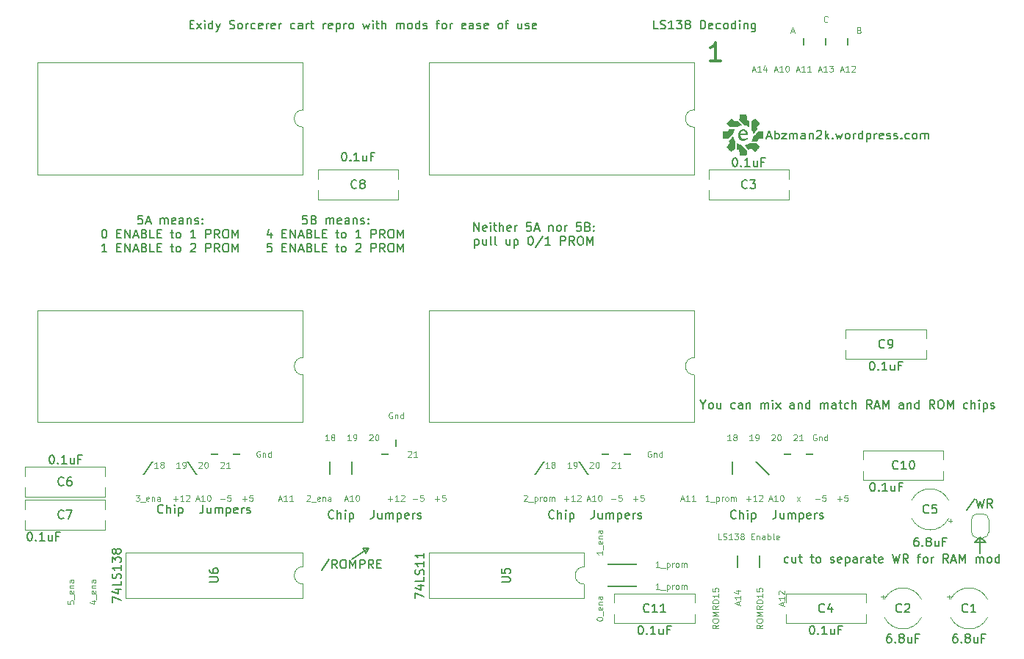
<source format=gto>
G04 #@! TF.GenerationSoftware,KiCad,Pcbnew,(6.0.0)*
G04 #@! TF.CreationDate,2022-11-09T00:48:37-05:00*
G04 #@! TF.ProjectId,Sorcerer Rom Pack,536f7263-6572-4657-9220-526f6d205061,rev?*
G04 #@! TF.SameCoordinates,Original*
G04 #@! TF.FileFunction,Legend,Top*
G04 #@! TF.FilePolarity,Positive*
%FSLAX46Y46*%
G04 Gerber Fmt 4.6, Leading zero omitted, Abs format (unit mm)*
G04 Created by KiCad (PCBNEW (6.0.0)) date 2022-11-09 00:48:37*
%MOMM*%
%LPD*%
G01*
G04 APERTURE LIST*
G04 Aperture macros list*
%AMFreePoly0*
4,1,22,0.500000,-0.750000,0.000000,-0.750000,0.000000,-0.745033,-0.079941,-0.743568,-0.215256,-0.701293,-0.333266,-0.622738,-0.424486,-0.514219,-0.481581,-0.384460,-0.499164,-0.250000,-0.500000,-0.250000,-0.500000,0.250000,-0.499164,0.250000,-0.499963,0.256109,-0.478152,0.396186,-0.417904,0.524511,-0.324060,0.630769,-0.204165,0.706417,-0.067858,0.745374,0.000000,0.744959,0.000000,0.750000,
0.500000,0.750000,0.500000,-0.750000,0.500000,-0.750000,$1*%
%AMFreePoly1*
4,1,20,0.000000,0.744959,0.073905,0.744508,0.209726,0.703889,0.328688,0.626782,0.421226,0.519385,0.479903,0.390333,0.500000,0.250000,0.500000,-0.250000,0.499851,-0.262216,0.476331,-0.402017,0.414519,-0.529596,0.319384,-0.634700,0.198574,-0.708877,0.061801,-0.746166,0.000000,-0.745033,0.000000,-0.750000,-0.500000,-0.750000,-0.500000,0.750000,0.000000,0.750000,0.000000,0.744959,
0.000000,0.744959,$1*%
G04 Aperture macros list end*
%ADD10C,0.150000*%
%ADD11C,0.100000*%
%ADD12C,0.350000*%
%ADD13C,0.120000*%
%ADD14R,1.700000X1.700000*%
%ADD15R,1.600000X1.600000*%
%ADD16O,1.600000X1.600000*%
%ADD17R,7.600000X1.270000*%
%ADD18C,1.600000*%
%ADD19FreePoly0,90.000000*%
%ADD20FreePoly1,90.000000*%
G04 APERTURE END LIST*
D10*
X113665000Y-132080000D02*
X113982500Y-132715000D01*
X112395000Y-121920000D02*
X112395000Y-123825000D01*
X97155000Y-121285000D02*
X95885000Y-121285000D01*
X141605000Y-133985000D02*
X145415000Y-133985000D01*
X93345000Y-121920000D02*
X94615000Y-123825000D01*
X184150000Y-131445000D02*
X185420000Y-131445000D01*
X185420000Y-131445000D02*
X184785000Y-130810000D01*
X169545000Y-73025000D02*
X169545000Y-74295000D01*
X112395000Y-133350000D02*
X114300000Y-132080000D01*
X114300000Y-132080000D02*
X113665000Y-132080000D01*
X113982500Y-132715000D02*
X114300000Y-132080000D01*
X164465000Y-73025000D02*
X164465000Y-74295000D01*
X141605000Y-136525000D02*
X145415000Y-136525000D01*
X158750000Y-121920000D02*
X160655000Y-123825000D01*
X161925000Y-121285000D02*
X163195000Y-121285000D01*
X156845000Y-132715000D02*
X156845000Y-134620000D01*
X184785000Y-132715000D02*
X184785000Y-130810000D01*
X156210000Y-121920000D02*
X156210000Y-123825000D01*
X134620000Y-121920000D02*
X133350000Y-123825000D01*
X138430000Y-121920000D02*
X139700000Y-123825000D01*
X99695000Y-121285000D02*
X98425000Y-121285000D01*
X159385000Y-132715000D02*
X159385000Y-134620000D01*
X164465000Y-121285000D02*
X165735000Y-121285000D01*
X89535000Y-121920000D02*
X88265000Y-123825000D01*
X167005000Y-73025000D02*
X167005000Y-74295000D01*
X117475000Y-120650000D02*
X117475000Y-119380000D01*
X142240000Y-121285000D02*
X140970000Y-121285000D01*
X144780000Y-121285000D02*
X143510000Y-121285000D01*
X116840000Y-121285000D02*
X115570000Y-121285000D01*
X109855000Y-121920000D02*
X109855000Y-123825000D01*
X184785000Y-130810000D02*
X184150000Y-131445000D01*
D11*
X135121666Y-122871666D02*
X134721666Y-122871666D01*
X134921666Y-122871666D02*
X134921666Y-122171666D01*
X134855000Y-122271666D01*
X134788333Y-122338333D01*
X134721666Y-122371666D01*
X135521666Y-122471666D02*
X135455000Y-122438333D01*
X135421666Y-122405000D01*
X135388333Y-122338333D01*
X135388333Y-122305000D01*
X135421666Y-122238333D01*
X135455000Y-122205000D01*
X135521666Y-122171666D01*
X135655000Y-122171666D01*
X135721666Y-122205000D01*
X135755000Y-122238333D01*
X135788333Y-122305000D01*
X135788333Y-122338333D01*
X135755000Y-122405000D01*
X135721666Y-122438333D01*
X135655000Y-122471666D01*
X135521666Y-122471666D01*
X135455000Y-122505000D01*
X135421666Y-122538333D01*
X135388333Y-122605000D01*
X135388333Y-122738333D01*
X135421666Y-122805000D01*
X135455000Y-122838333D01*
X135521666Y-122871666D01*
X135655000Y-122871666D01*
X135721666Y-122838333D01*
X135755000Y-122805000D01*
X135788333Y-122738333D01*
X135788333Y-122605000D01*
X135755000Y-122538333D01*
X135721666Y-122505000D01*
X135655000Y-122471666D01*
X154981666Y-131126666D02*
X154648333Y-131126666D01*
X154648333Y-130426666D01*
X155181666Y-131093333D02*
X155281666Y-131126666D01*
X155448333Y-131126666D01*
X155515000Y-131093333D01*
X155548333Y-131060000D01*
X155581666Y-130993333D01*
X155581666Y-130926666D01*
X155548333Y-130860000D01*
X155515000Y-130826666D01*
X155448333Y-130793333D01*
X155315000Y-130760000D01*
X155248333Y-130726666D01*
X155215000Y-130693333D01*
X155181666Y-130626666D01*
X155181666Y-130560000D01*
X155215000Y-130493333D01*
X155248333Y-130460000D01*
X155315000Y-130426666D01*
X155481666Y-130426666D01*
X155581666Y-130460000D01*
X156248333Y-131126666D02*
X155848333Y-131126666D01*
X156048333Y-131126666D02*
X156048333Y-130426666D01*
X155981666Y-130526666D01*
X155915000Y-130593333D01*
X155848333Y-130626666D01*
X156481666Y-130426666D02*
X156915000Y-130426666D01*
X156681666Y-130693333D01*
X156781666Y-130693333D01*
X156848333Y-130726666D01*
X156881666Y-130760000D01*
X156915000Y-130826666D01*
X156915000Y-130993333D01*
X156881666Y-131060000D01*
X156848333Y-131093333D01*
X156781666Y-131126666D01*
X156581666Y-131126666D01*
X156515000Y-131093333D01*
X156481666Y-131060000D01*
X157315000Y-130726666D02*
X157248333Y-130693333D01*
X157215000Y-130660000D01*
X157181666Y-130593333D01*
X157181666Y-130560000D01*
X157215000Y-130493333D01*
X157248333Y-130460000D01*
X157315000Y-130426666D01*
X157448333Y-130426666D01*
X157515000Y-130460000D01*
X157548333Y-130493333D01*
X157581666Y-130560000D01*
X157581666Y-130593333D01*
X157548333Y-130660000D01*
X157515000Y-130693333D01*
X157448333Y-130726666D01*
X157315000Y-130726666D01*
X157248333Y-130760000D01*
X157215000Y-130793333D01*
X157181666Y-130860000D01*
X157181666Y-130993333D01*
X157215000Y-131060000D01*
X157248333Y-131093333D01*
X157315000Y-131126666D01*
X157448333Y-131126666D01*
X157515000Y-131093333D01*
X157548333Y-131060000D01*
X157581666Y-130993333D01*
X157581666Y-130860000D01*
X157548333Y-130793333D01*
X157515000Y-130760000D01*
X157448333Y-130726666D01*
X158415000Y-130760000D02*
X158648333Y-130760000D01*
X158748333Y-131126666D02*
X158415000Y-131126666D01*
X158415000Y-130426666D01*
X158748333Y-130426666D01*
X159048333Y-130660000D02*
X159048333Y-131126666D01*
X159048333Y-130726666D02*
X159081666Y-130693333D01*
X159148333Y-130660000D01*
X159248333Y-130660000D01*
X159315000Y-130693333D01*
X159348333Y-130760000D01*
X159348333Y-131126666D01*
X159981666Y-131126666D02*
X159981666Y-130760000D01*
X159948333Y-130693333D01*
X159881666Y-130660000D01*
X159748333Y-130660000D01*
X159681666Y-130693333D01*
X159981666Y-131093333D02*
X159915000Y-131126666D01*
X159748333Y-131126666D01*
X159681666Y-131093333D01*
X159648333Y-131026666D01*
X159648333Y-130960000D01*
X159681666Y-130893333D01*
X159748333Y-130860000D01*
X159915000Y-130860000D01*
X159981666Y-130826666D01*
X160315000Y-131126666D02*
X160315000Y-130426666D01*
X160315000Y-130693333D02*
X160381666Y-130660000D01*
X160515000Y-130660000D01*
X160581666Y-130693333D01*
X160615000Y-130726666D01*
X160648333Y-130793333D01*
X160648333Y-130993333D01*
X160615000Y-131060000D01*
X160581666Y-131093333D01*
X160515000Y-131126666D01*
X160381666Y-131126666D01*
X160315000Y-131093333D01*
X161048333Y-131126666D02*
X160981666Y-131093333D01*
X160948333Y-131026666D01*
X160948333Y-130426666D01*
X161581666Y-131093333D02*
X161515000Y-131126666D01*
X161381666Y-131126666D01*
X161315000Y-131093333D01*
X161281666Y-131026666D01*
X161281666Y-130760000D01*
X161315000Y-130693333D01*
X161381666Y-130660000D01*
X161515000Y-130660000D01*
X161581666Y-130693333D01*
X161615000Y-130760000D01*
X161615000Y-130826666D01*
X161281666Y-130893333D01*
X156961666Y-138628333D02*
X156961666Y-138295000D01*
X157161666Y-138695000D02*
X156461666Y-138461666D01*
X157161666Y-138228333D01*
X157161666Y-137628333D02*
X157161666Y-138028333D01*
X157161666Y-137828333D02*
X156461666Y-137828333D01*
X156561666Y-137895000D01*
X156628333Y-137961666D01*
X156661666Y-138028333D01*
X156695000Y-137028333D02*
X157161666Y-137028333D01*
X156428333Y-137195000D02*
X156928333Y-137361666D01*
X156928333Y-136928333D01*
X165920000Y-119030000D02*
X165853333Y-118996666D01*
X165753333Y-118996666D01*
X165653333Y-119030000D01*
X165586666Y-119096666D01*
X165553333Y-119163333D01*
X165520000Y-119296666D01*
X165520000Y-119396666D01*
X165553333Y-119530000D01*
X165586666Y-119596666D01*
X165653333Y-119663333D01*
X165753333Y-119696666D01*
X165820000Y-119696666D01*
X165920000Y-119663333D01*
X165953333Y-119630000D01*
X165953333Y-119396666D01*
X165820000Y-119396666D01*
X166253333Y-119230000D02*
X166253333Y-119696666D01*
X166253333Y-119296666D02*
X166286666Y-119263333D01*
X166353333Y-119230000D01*
X166453333Y-119230000D01*
X166520000Y-119263333D01*
X166553333Y-119330000D01*
X166553333Y-119696666D01*
X167186666Y-119696666D02*
X167186666Y-118996666D01*
X167186666Y-119663333D02*
X167120000Y-119696666D01*
X166986666Y-119696666D01*
X166920000Y-119663333D01*
X166886666Y-119630000D01*
X166853333Y-119563333D01*
X166853333Y-119363333D01*
X166886666Y-119296666D01*
X166920000Y-119263333D01*
X166986666Y-119230000D01*
X167120000Y-119230000D01*
X167186666Y-119263333D01*
X168711666Y-76951666D02*
X169045000Y-76951666D01*
X168645000Y-77151666D02*
X168878333Y-76451666D01*
X169111666Y-77151666D01*
X169711666Y-77151666D02*
X169311666Y-77151666D01*
X169511666Y-77151666D02*
X169511666Y-76451666D01*
X169445000Y-76551666D01*
X169378333Y-76618333D01*
X169311666Y-76651666D01*
X169978333Y-76518333D02*
X170011666Y-76485000D01*
X170078333Y-76451666D01*
X170245000Y-76451666D01*
X170311666Y-76485000D01*
X170345000Y-76518333D01*
X170378333Y-76585000D01*
X170378333Y-76651666D01*
X170345000Y-76751666D01*
X169945000Y-77151666D01*
X170378333Y-77151666D01*
X94716666Y-122238333D02*
X94750000Y-122205000D01*
X94816666Y-122171666D01*
X94983333Y-122171666D01*
X95050000Y-122205000D01*
X95083333Y-122238333D01*
X95116666Y-122305000D01*
X95116666Y-122371666D01*
X95083333Y-122471666D01*
X94683333Y-122871666D01*
X95116666Y-122871666D01*
X95550000Y-122171666D02*
X95616666Y-122171666D01*
X95683333Y-122205000D01*
X95716666Y-122238333D01*
X95750000Y-122305000D01*
X95783333Y-122438333D01*
X95783333Y-122605000D01*
X95750000Y-122738333D01*
X95716666Y-122805000D01*
X95683333Y-122838333D01*
X95616666Y-122871666D01*
X95550000Y-122871666D01*
X95483333Y-122838333D01*
X95450000Y-122805000D01*
X95416666Y-122738333D01*
X95383333Y-122605000D01*
X95383333Y-122438333D01*
X95416666Y-122305000D01*
X95450000Y-122238333D01*
X95483333Y-122205000D01*
X95550000Y-122171666D01*
X79626666Y-138193333D02*
X79626666Y-138526666D01*
X79960000Y-138560000D01*
X79926666Y-138526666D01*
X79893333Y-138460000D01*
X79893333Y-138293333D01*
X79926666Y-138226666D01*
X79960000Y-138193333D01*
X80026666Y-138160000D01*
X80193333Y-138160000D01*
X80260000Y-138193333D01*
X80293333Y-138226666D01*
X80326666Y-138293333D01*
X80326666Y-138460000D01*
X80293333Y-138526666D01*
X80260000Y-138560000D01*
X80393333Y-138026666D02*
X80393333Y-137493333D01*
X80293333Y-137060000D02*
X80326666Y-137126666D01*
X80326666Y-137260000D01*
X80293333Y-137326666D01*
X80226666Y-137360000D01*
X79960000Y-137360000D01*
X79893333Y-137326666D01*
X79860000Y-137260000D01*
X79860000Y-137126666D01*
X79893333Y-137060000D01*
X79960000Y-137026666D01*
X80026666Y-137026666D01*
X80093333Y-137360000D01*
X79860000Y-136726666D02*
X80326666Y-136726666D01*
X79926666Y-136726666D02*
X79893333Y-136693333D01*
X79860000Y-136626666D01*
X79860000Y-136526666D01*
X79893333Y-136460000D01*
X79960000Y-136426666D01*
X80326666Y-136426666D01*
X80326666Y-135793333D02*
X79960000Y-135793333D01*
X79893333Y-135826666D01*
X79860000Y-135893333D01*
X79860000Y-136026666D01*
X79893333Y-136093333D01*
X80293333Y-135793333D02*
X80326666Y-135860000D01*
X80326666Y-136026666D01*
X80293333Y-136093333D01*
X80226666Y-136126666D01*
X80160000Y-136126666D01*
X80093333Y-136093333D01*
X80060000Y-136026666D01*
X80060000Y-135860000D01*
X80026666Y-135793333D01*
D10*
X90606666Y-127992142D02*
X90559047Y-128039761D01*
X90416190Y-128087380D01*
X90320952Y-128087380D01*
X90178095Y-128039761D01*
X90082857Y-127944523D01*
X90035238Y-127849285D01*
X89987619Y-127658809D01*
X89987619Y-127515952D01*
X90035238Y-127325476D01*
X90082857Y-127230238D01*
X90178095Y-127135000D01*
X90320952Y-127087380D01*
X90416190Y-127087380D01*
X90559047Y-127135000D01*
X90606666Y-127182619D01*
X91035238Y-128087380D02*
X91035238Y-127087380D01*
X91463809Y-128087380D02*
X91463809Y-127563571D01*
X91416190Y-127468333D01*
X91320952Y-127420714D01*
X91178095Y-127420714D01*
X91082857Y-127468333D01*
X91035238Y-127515952D01*
X91940000Y-128087380D02*
X91940000Y-127420714D01*
X91940000Y-127087380D02*
X91892380Y-127135000D01*
X91940000Y-127182619D01*
X91987619Y-127135000D01*
X91940000Y-127087380D01*
X91940000Y-127182619D01*
X92416190Y-127420714D02*
X92416190Y-128420714D01*
X92416190Y-127468333D02*
X92511428Y-127420714D01*
X92701904Y-127420714D01*
X92797142Y-127468333D01*
X92844761Y-127515952D01*
X92892380Y-127611190D01*
X92892380Y-127896904D01*
X92844761Y-127992142D01*
X92797142Y-128039761D01*
X92701904Y-128087380D01*
X92511428Y-128087380D01*
X92416190Y-128039761D01*
D11*
X163646666Y-126681666D02*
X164013333Y-126215000D01*
X163646666Y-126215000D02*
X164013333Y-126681666D01*
D10*
X110291666Y-128627142D02*
X110244047Y-128674761D01*
X110101190Y-128722380D01*
X110005952Y-128722380D01*
X109863095Y-128674761D01*
X109767857Y-128579523D01*
X109720238Y-128484285D01*
X109672619Y-128293809D01*
X109672619Y-128150952D01*
X109720238Y-127960476D01*
X109767857Y-127865238D01*
X109863095Y-127770000D01*
X110005952Y-127722380D01*
X110101190Y-127722380D01*
X110244047Y-127770000D01*
X110291666Y-127817619D01*
X110720238Y-128722380D02*
X110720238Y-127722380D01*
X111148809Y-128722380D02*
X111148809Y-128198571D01*
X111101190Y-128103333D01*
X111005952Y-128055714D01*
X110863095Y-128055714D01*
X110767857Y-128103333D01*
X110720238Y-128150952D01*
X111625000Y-128722380D02*
X111625000Y-128055714D01*
X111625000Y-127722380D02*
X111577380Y-127770000D01*
X111625000Y-127817619D01*
X111672619Y-127770000D01*
X111625000Y-127722380D01*
X111625000Y-127817619D01*
X112101190Y-128055714D02*
X112101190Y-129055714D01*
X112101190Y-128103333D02*
X112196428Y-128055714D01*
X112386904Y-128055714D01*
X112482142Y-128103333D01*
X112529761Y-128150952D01*
X112577380Y-128246190D01*
X112577380Y-128531904D01*
X112529761Y-128627142D01*
X112482142Y-128674761D01*
X112386904Y-128722380D01*
X112196428Y-128722380D01*
X112101190Y-128674761D01*
D11*
X114401666Y-119063333D02*
X114435000Y-119030000D01*
X114501666Y-118996666D01*
X114668333Y-118996666D01*
X114735000Y-119030000D01*
X114768333Y-119063333D01*
X114801666Y-119130000D01*
X114801666Y-119196666D01*
X114768333Y-119296666D01*
X114368333Y-119696666D01*
X114801666Y-119696666D01*
X115235000Y-118996666D02*
X115301666Y-118996666D01*
X115368333Y-119030000D01*
X115401666Y-119063333D01*
X115435000Y-119130000D01*
X115468333Y-119263333D01*
X115468333Y-119430000D01*
X115435000Y-119563333D01*
X115401666Y-119630000D01*
X115368333Y-119663333D01*
X115301666Y-119696666D01*
X115235000Y-119696666D01*
X115168333Y-119663333D01*
X115135000Y-119630000D01*
X115101666Y-119563333D01*
X115068333Y-119430000D01*
X115068333Y-119263333D01*
X115101666Y-119130000D01*
X115135000Y-119063333D01*
X115168333Y-119030000D01*
X115235000Y-118996666D01*
X142275000Y-126415000D02*
X142808333Y-126415000D01*
X143475000Y-125981666D02*
X143141666Y-125981666D01*
X143108333Y-126315000D01*
X143141666Y-126281666D01*
X143208333Y-126248333D01*
X143375000Y-126248333D01*
X143441666Y-126281666D01*
X143475000Y-126315000D01*
X143508333Y-126381666D01*
X143508333Y-126548333D01*
X143475000Y-126615000D01*
X143441666Y-126648333D01*
X143375000Y-126681666D01*
X143208333Y-126681666D01*
X143141666Y-126648333D01*
X143108333Y-126615000D01*
X97190000Y-126415000D02*
X97723333Y-126415000D01*
X98390000Y-125981666D02*
X98056666Y-125981666D01*
X98023333Y-126315000D01*
X98056666Y-126281666D01*
X98123333Y-126248333D01*
X98290000Y-126248333D01*
X98356666Y-126281666D01*
X98390000Y-126315000D01*
X98423333Y-126381666D01*
X98423333Y-126548333D01*
X98390000Y-126615000D01*
X98356666Y-126648333D01*
X98290000Y-126681666D01*
X98123333Y-126681666D01*
X98056666Y-126648333D01*
X98023333Y-126615000D01*
X132201666Y-126048333D02*
X132235000Y-126015000D01*
X132301666Y-125981666D01*
X132468333Y-125981666D01*
X132535000Y-126015000D01*
X132568333Y-126048333D01*
X132601666Y-126115000D01*
X132601666Y-126181666D01*
X132568333Y-126281666D01*
X132168333Y-126681666D01*
X132601666Y-126681666D01*
X132735000Y-126748333D02*
X133268333Y-126748333D01*
X133435000Y-126215000D02*
X133435000Y-126915000D01*
X133435000Y-126248333D02*
X133501666Y-126215000D01*
X133635000Y-126215000D01*
X133701666Y-126248333D01*
X133735000Y-126281666D01*
X133768333Y-126348333D01*
X133768333Y-126548333D01*
X133735000Y-126615000D01*
X133701666Y-126648333D01*
X133635000Y-126681666D01*
X133501666Y-126681666D01*
X133435000Y-126648333D01*
X134068333Y-126681666D02*
X134068333Y-126215000D01*
X134068333Y-126348333D02*
X134101666Y-126281666D01*
X134135000Y-126248333D01*
X134201666Y-126215000D01*
X134268333Y-126215000D01*
X134601666Y-126681666D02*
X134535000Y-126648333D01*
X134501666Y-126615000D01*
X134468333Y-126548333D01*
X134468333Y-126348333D01*
X134501666Y-126281666D01*
X134535000Y-126248333D01*
X134601666Y-126215000D01*
X134701666Y-126215000D01*
X134768333Y-126248333D01*
X134801666Y-126281666D01*
X134835000Y-126348333D01*
X134835000Y-126548333D01*
X134801666Y-126615000D01*
X134768333Y-126648333D01*
X134701666Y-126681666D01*
X134601666Y-126681666D01*
X135135000Y-126681666D02*
X135135000Y-126215000D01*
X135135000Y-126281666D02*
X135168333Y-126248333D01*
X135235000Y-126215000D01*
X135335000Y-126215000D01*
X135401666Y-126248333D01*
X135435000Y-126315000D01*
X135435000Y-126681666D01*
X135435000Y-126315000D02*
X135468333Y-126248333D01*
X135535000Y-126215000D01*
X135635000Y-126215000D01*
X135701666Y-126248333D01*
X135735000Y-126315000D01*
X135735000Y-126681666D01*
X109721666Y-119696666D02*
X109321666Y-119696666D01*
X109521666Y-119696666D02*
X109521666Y-118996666D01*
X109455000Y-119096666D01*
X109388333Y-119163333D01*
X109321666Y-119196666D01*
X110121666Y-119296666D02*
X110055000Y-119263333D01*
X110021666Y-119230000D01*
X109988333Y-119163333D01*
X109988333Y-119130000D01*
X110021666Y-119063333D01*
X110055000Y-119030000D01*
X110121666Y-118996666D01*
X110255000Y-118996666D01*
X110321666Y-119030000D01*
X110355000Y-119063333D01*
X110388333Y-119130000D01*
X110388333Y-119163333D01*
X110355000Y-119230000D01*
X110321666Y-119263333D01*
X110255000Y-119296666D01*
X110121666Y-119296666D01*
X110055000Y-119330000D01*
X110021666Y-119363333D01*
X109988333Y-119430000D01*
X109988333Y-119563333D01*
X110021666Y-119630000D01*
X110055000Y-119663333D01*
X110121666Y-119696666D01*
X110255000Y-119696666D01*
X110321666Y-119663333D01*
X110355000Y-119630000D01*
X110388333Y-119563333D01*
X110388333Y-119430000D01*
X110355000Y-119363333D01*
X110321666Y-119330000D01*
X110255000Y-119296666D01*
D10*
X93712619Y-71683571D02*
X94045952Y-71683571D01*
X94188809Y-72207380D02*
X93712619Y-72207380D01*
X93712619Y-71207380D01*
X94188809Y-71207380D01*
X94522142Y-72207380D02*
X95045952Y-71540714D01*
X94522142Y-71540714D02*
X95045952Y-72207380D01*
X95426904Y-72207380D02*
X95426904Y-71540714D01*
X95426904Y-71207380D02*
X95379285Y-71255000D01*
X95426904Y-71302619D01*
X95474523Y-71255000D01*
X95426904Y-71207380D01*
X95426904Y-71302619D01*
X96331666Y-72207380D02*
X96331666Y-71207380D01*
X96331666Y-72159761D02*
X96236428Y-72207380D01*
X96045952Y-72207380D01*
X95950714Y-72159761D01*
X95903095Y-72112142D01*
X95855476Y-72016904D01*
X95855476Y-71731190D01*
X95903095Y-71635952D01*
X95950714Y-71588333D01*
X96045952Y-71540714D01*
X96236428Y-71540714D01*
X96331666Y-71588333D01*
X96712619Y-71540714D02*
X96950714Y-72207380D01*
X97188809Y-71540714D02*
X96950714Y-72207380D01*
X96855476Y-72445476D01*
X96807857Y-72493095D01*
X96712619Y-72540714D01*
X98284047Y-72159761D02*
X98426904Y-72207380D01*
X98665000Y-72207380D01*
X98760238Y-72159761D01*
X98807857Y-72112142D01*
X98855476Y-72016904D01*
X98855476Y-71921666D01*
X98807857Y-71826428D01*
X98760238Y-71778809D01*
X98665000Y-71731190D01*
X98474523Y-71683571D01*
X98379285Y-71635952D01*
X98331666Y-71588333D01*
X98284047Y-71493095D01*
X98284047Y-71397857D01*
X98331666Y-71302619D01*
X98379285Y-71255000D01*
X98474523Y-71207380D01*
X98712619Y-71207380D01*
X98855476Y-71255000D01*
X99426904Y-72207380D02*
X99331666Y-72159761D01*
X99284047Y-72112142D01*
X99236428Y-72016904D01*
X99236428Y-71731190D01*
X99284047Y-71635952D01*
X99331666Y-71588333D01*
X99426904Y-71540714D01*
X99569761Y-71540714D01*
X99665000Y-71588333D01*
X99712619Y-71635952D01*
X99760238Y-71731190D01*
X99760238Y-72016904D01*
X99712619Y-72112142D01*
X99665000Y-72159761D01*
X99569761Y-72207380D01*
X99426904Y-72207380D01*
X100188809Y-72207380D02*
X100188809Y-71540714D01*
X100188809Y-71731190D02*
X100236428Y-71635952D01*
X100284047Y-71588333D01*
X100379285Y-71540714D01*
X100474523Y-71540714D01*
X101236428Y-72159761D02*
X101141190Y-72207380D01*
X100950714Y-72207380D01*
X100855476Y-72159761D01*
X100807857Y-72112142D01*
X100760238Y-72016904D01*
X100760238Y-71731190D01*
X100807857Y-71635952D01*
X100855476Y-71588333D01*
X100950714Y-71540714D01*
X101141190Y-71540714D01*
X101236428Y-71588333D01*
X102045952Y-72159761D02*
X101950714Y-72207380D01*
X101760238Y-72207380D01*
X101665000Y-72159761D01*
X101617380Y-72064523D01*
X101617380Y-71683571D01*
X101665000Y-71588333D01*
X101760238Y-71540714D01*
X101950714Y-71540714D01*
X102045952Y-71588333D01*
X102093571Y-71683571D01*
X102093571Y-71778809D01*
X101617380Y-71874047D01*
X102522142Y-72207380D02*
X102522142Y-71540714D01*
X102522142Y-71731190D02*
X102569761Y-71635952D01*
X102617380Y-71588333D01*
X102712619Y-71540714D01*
X102807857Y-71540714D01*
X103522142Y-72159761D02*
X103426904Y-72207380D01*
X103236428Y-72207380D01*
X103141190Y-72159761D01*
X103093571Y-72064523D01*
X103093571Y-71683571D01*
X103141190Y-71588333D01*
X103236428Y-71540714D01*
X103426904Y-71540714D01*
X103522142Y-71588333D01*
X103569761Y-71683571D01*
X103569761Y-71778809D01*
X103093571Y-71874047D01*
X103998333Y-72207380D02*
X103998333Y-71540714D01*
X103998333Y-71731190D02*
X104045952Y-71635952D01*
X104093571Y-71588333D01*
X104188809Y-71540714D01*
X104284047Y-71540714D01*
X105807857Y-72159761D02*
X105712619Y-72207380D01*
X105522142Y-72207380D01*
X105426904Y-72159761D01*
X105379285Y-72112142D01*
X105331666Y-72016904D01*
X105331666Y-71731190D01*
X105379285Y-71635952D01*
X105426904Y-71588333D01*
X105522142Y-71540714D01*
X105712619Y-71540714D01*
X105807857Y-71588333D01*
X106665000Y-72207380D02*
X106665000Y-71683571D01*
X106617380Y-71588333D01*
X106522142Y-71540714D01*
X106331666Y-71540714D01*
X106236428Y-71588333D01*
X106665000Y-72159761D02*
X106569761Y-72207380D01*
X106331666Y-72207380D01*
X106236428Y-72159761D01*
X106188809Y-72064523D01*
X106188809Y-71969285D01*
X106236428Y-71874047D01*
X106331666Y-71826428D01*
X106569761Y-71826428D01*
X106665000Y-71778809D01*
X107141190Y-72207380D02*
X107141190Y-71540714D01*
X107141190Y-71731190D02*
X107188809Y-71635952D01*
X107236428Y-71588333D01*
X107331666Y-71540714D01*
X107426904Y-71540714D01*
X107617380Y-71540714D02*
X107998333Y-71540714D01*
X107760238Y-71207380D02*
X107760238Y-72064523D01*
X107807857Y-72159761D01*
X107903095Y-72207380D01*
X107998333Y-72207380D01*
X109093571Y-72207380D02*
X109093571Y-71540714D01*
X109093571Y-71731190D02*
X109141190Y-71635952D01*
X109188809Y-71588333D01*
X109284047Y-71540714D01*
X109379285Y-71540714D01*
X110093571Y-72159761D02*
X109998333Y-72207380D01*
X109807857Y-72207380D01*
X109712619Y-72159761D01*
X109665000Y-72064523D01*
X109665000Y-71683571D01*
X109712619Y-71588333D01*
X109807857Y-71540714D01*
X109998333Y-71540714D01*
X110093571Y-71588333D01*
X110141190Y-71683571D01*
X110141190Y-71778809D01*
X109665000Y-71874047D01*
X110569761Y-71540714D02*
X110569761Y-72540714D01*
X110569761Y-71588333D02*
X110665000Y-71540714D01*
X110855476Y-71540714D01*
X110950714Y-71588333D01*
X110998333Y-71635952D01*
X111045952Y-71731190D01*
X111045952Y-72016904D01*
X110998333Y-72112142D01*
X110950714Y-72159761D01*
X110855476Y-72207380D01*
X110665000Y-72207380D01*
X110569761Y-72159761D01*
X111474523Y-72207380D02*
X111474523Y-71540714D01*
X111474523Y-71731190D02*
X111522142Y-71635952D01*
X111569761Y-71588333D01*
X111665000Y-71540714D01*
X111760238Y-71540714D01*
X112236428Y-72207380D02*
X112141190Y-72159761D01*
X112093571Y-72112142D01*
X112045952Y-72016904D01*
X112045952Y-71731190D01*
X112093571Y-71635952D01*
X112141190Y-71588333D01*
X112236428Y-71540714D01*
X112379285Y-71540714D01*
X112474523Y-71588333D01*
X112522142Y-71635952D01*
X112569761Y-71731190D01*
X112569761Y-72016904D01*
X112522142Y-72112142D01*
X112474523Y-72159761D01*
X112379285Y-72207380D01*
X112236428Y-72207380D01*
X113665000Y-71540714D02*
X113855476Y-72207380D01*
X114045952Y-71731190D01*
X114236428Y-72207380D01*
X114426904Y-71540714D01*
X114807857Y-72207380D02*
X114807857Y-71540714D01*
X114807857Y-71207380D02*
X114760238Y-71255000D01*
X114807857Y-71302619D01*
X114855476Y-71255000D01*
X114807857Y-71207380D01*
X114807857Y-71302619D01*
X115141190Y-71540714D02*
X115522142Y-71540714D01*
X115284047Y-71207380D02*
X115284047Y-72064523D01*
X115331666Y-72159761D01*
X115426904Y-72207380D01*
X115522142Y-72207380D01*
X115855476Y-72207380D02*
X115855476Y-71207380D01*
X116284047Y-72207380D02*
X116284047Y-71683571D01*
X116236428Y-71588333D01*
X116141190Y-71540714D01*
X115998333Y-71540714D01*
X115903095Y-71588333D01*
X115855476Y-71635952D01*
X117522142Y-72207380D02*
X117522142Y-71540714D01*
X117522142Y-71635952D02*
X117569761Y-71588333D01*
X117665000Y-71540714D01*
X117807857Y-71540714D01*
X117903095Y-71588333D01*
X117950714Y-71683571D01*
X117950714Y-72207380D01*
X117950714Y-71683571D02*
X117998333Y-71588333D01*
X118093571Y-71540714D01*
X118236428Y-71540714D01*
X118331666Y-71588333D01*
X118379285Y-71683571D01*
X118379285Y-72207380D01*
X118998333Y-72207380D02*
X118903095Y-72159761D01*
X118855476Y-72112142D01*
X118807857Y-72016904D01*
X118807857Y-71731190D01*
X118855476Y-71635952D01*
X118903095Y-71588333D01*
X118998333Y-71540714D01*
X119141190Y-71540714D01*
X119236428Y-71588333D01*
X119284047Y-71635952D01*
X119331666Y-71731190D01*
X119331666Y-72016904D01*
X119284047Y-72112142D01*
X119236428Y-72159761D01*
X119141190Y-72207380D01*
X118998333Y-72207380D01*
X120188809Y-72207380D02*
X120188809Y-71207380D01*
X120188809Y-72159761D02*
X120093571Y-72207380D01*
X119903095Y-72207380D01*
X119807857Y-72159761D01*
X119760238Y-72112142D01*
X119712619Y-72016904D01*
X119712619Y-71731190D01*
X119760238Y-71635952D01*
X119807857Y-71588333D01*
X119903095Y-71540714D01*
X120093571Y-71540714D01*
X120188809Y-71588333D01*
X120617380Y-72159761D02*
X120712619Y-72207380D01*
X120903095Y-72207380D01*
X120998333Y-72159761D01*
X121045952Y-72064523D01*
X121045952Y-72016904D01*
X120998333Y-71921666D01*
X120903095Y-71874047D01*
X120760238Y-71874047D01*
X120665000Y-71826428D01*
X120617380Y-71731190D01*
X120617380Y-71683571D01*
X120665000Y-71588333D01*
X120760238Y-71540714D01*
X120903095Y-71540714D01*
X120998333Y-71588333D01*
X122093571Y-71540714D02*
X122474523Y-71540714D01*
X122236428Y-72207380D02*
X122236428Y-71350238D01*
X122284047Y-71255000D01*
X122379285Y-71207380D01*
X122474523Y-71207380D01*
X122950714Y-72207380D02*
X122855476Y-72159761D01*
X122807857Y-72112142D01*
X122760238Y-72016904D01*
X122760238Y-71731190D01*
X122807857Y-71635952D01*
X122855476Y-71588333D01*
X122950714Y-71540714D01*
X123093571Y-71540714D01*
X123188809Y-71588333D01*
X123236428Y-71635952D01*
X123284047Y-71731190D01*
X123284047Y-72016904D01*
X123236428Y-72112142D01*
X123188809Y-72159761D01*
X123093571Y-72207380D01*
X122950714Y-72207380D01*
X123712619Y-72207380D02*
X123712619Y-71540714D01*
X123712619Y-71731190D02*
X123760238Y-71635952D01*
X123807857Y-71588333D01*
X123903095Y-71540714D01*
X123998333Y-71540714D01*
X125474523Y-72159761D02*
X125379285Y-72207380D01*
X125188809Y-72207380D01*
X125093571Y-72159761D01*
X125045952Y-72064523D01*
X125045952Y-71683571D01*
X125093571Y-71588333D01*
X125188809Y-71540714D01*
X125379285Y-71540714D01*
X125474523Y-71588333D01*
X125522142Y-71683571D01*
X125522142Y-71778809D01*
X125045952Y-71874047D01*
X126379285Y-72207380D02*
X126379285Y-71683571D01*
X126331666Y-71588333D01*
X126236428Y-71540714D01*
X126045952Y-71540714D01*
X125950714Y-71588333D01*
X126379285Y-72159761D02*
X126284047Y-72207380D01*
X126045952Y-72207380D01*
X125950714Y-72159761D01*
X125903095Y-72064523D01*
X125903095Y-71969285D01*
X125950714Y-71874047D01*
X126045952Y-71826428D01*
X126284047Y-71826428D01*
X126379285Y-71778809D01*
X126807857Y-72159761D02*
X126903095Y-72207380D01*
X127093571Y-72207380D01*
X127188809Y-72159761D01*
X127236428Y-72064523D01*
X127236428Y-72016904D01*
X127188809Y-71921666D01*
X127093571Y-71874047D01*
X126950714Y-71874047D01*
X126855476Y-71826428D01*
X126807857Y-71731190D01*
X126807857Y-71683571D01*
X126855476Y-71588333D01*
X126950714Y-71540714D01*
X127093571Y-71540714D01*
X127188809Y-71588333D01*
X128045952Y-72159761D02*
X127950714Y-72207380D01*
X127760238Y-72207380D01*
X127665000Y-72159761D01*
X127617380Y-72064523D01*
X127617380Y-71683571D01*
X127665000Y-71588333D01*
X127760238Y-71540714D01*
X127950714Y-71540714D01*
X128045952Y-71588333D01*
X128093571Y-71683571D01*
X128093571Y-71778809D01*
X127617380Y-71874047D01*
X129426904Y-72207380D02*
X129331666Y-72159761D01*
X129284047Y-72112142D01*
X129236428Y-72016904D01*
X129236428Y-71731190D01*
X129284047Y-71635952D01*
X129331666Y-71588333D01*
X129426904Y-71540714D01*
X129569761Y-71540714D01*
X129665000Y-71588333D01*
X129712619Y-71635952D01*
X129760238Y-71731190D01*
X129760238Y-72016904D01*
X129712619Y-72112142D01*
X129665000Y-72159761D01*
X129569761Y-72207380D01*
X129426904Y-72207380D01*
X130045952Y-71540714D02*
X130426904Y-71540714D01*
X130188809Y-72207380D02*
X130188809Y-71350238D01*
X130236428Y-71255000D01*
X130331666Y-71207380D01*
X130426904Y-71207380D01*
X131950714Y-71540714D02*
X131950714Y-72207380D01*
X131522142Y-71540714D02*
X131522142Y-72064523D01*
X131569761Y-72159761D01*
X131665000Y-72207380D01*
X131807857Y-72207380D01*
X131903095Y-72159761D01*
X131950714Y-72112142D01*
X132379285Y-72159761D02*
X132474523Y-72207380D01*
X132665000Y-72207380D01*
X132760238Y-72159761D01*
X132807857Y-72064523D01*
X132807857Y-72016904D01*
X132760238Y-71921666D01*
X132665000Y-71874047D01*
X132522142Y-71874047D01*
X132426904Y-71826428D01*
X132379285Y-71731190D01*
X132379285Y-71683571D01*
X132426904Y-71588333D01*
X132522142Y-71540714D01*
X132665000Y-71540714D01*
X132760238Y-71588333D01*
X133617380Y-72159761D02*
X133522142Y-72207380D01*
X133331666Y-72207380D01*
X133236428Y-72159761D01*
X133188809Y-72064523D01*
X133188809Y-71683571D01*
X133236428Y-71588333D01*
X133331666Y-71540714D01*
X133522142Y-71540714D01*
X133617380Y-71588333D01*
X133664999Y-71683571D01*
X133664999Y-71778809D01*
X133188809Y-71874047D01*
D11*
X158616666Y-119696666D02*
X158216666Y-119696666D01*
X158416666Y-119696666D02*
X158416666Y-118996666D01*
X158350000Y-119096666D01*
X158283333Y-119163333D01*
X158216666Y-119196666D01*
X158950000Y-119696666D02*
X159083333Y-119696666D01*
X159150000Y-119663333D01*
X159183333Y-119630000D01*
X159250000Y-119530000D01*
X159283333Y-119396666D01*
X159283333Y-119130000D01*
X159250000Y-119063333D01*
X159216666Y-119030000D01*
X159150000Y-118996666D01*
X159016666Y-118996666D01*
X158950000Y-119030000D01*
X158916666Y-119063333D01*
X158883333Y-119130000D01*
X158883333Y-119296666D01*
X158916666Y-119363333D01*
X158950000Y-119396666D01*
X159016666Y-119430000D01*
X159150000Y-119430000D01*
X159216666Y-119396666D01*
X159250000Y-119363333D01*
X159283333Y-119296666D01*
D10*
X152878333Y-115546190D02*
X152878333Y-116022380D01*
X152545000Y-115022380D02*
X152878333Y-115546190D01*
X153211666Y-115022380D01*
X153687857Y-116022380D02*
X153592619Y-115974761D01*
X153545000Y-115927142D01*
X153497380Y-115831904D01*
X153497380Y-115546190D01*
X153545000Y-115450952D01*
X153592619Y-115403333D01*
X153687857Y-115355714D01*
X153830714Y-115355714D01*
X153925952Y-115403333D01*
X153973571Y-115450952D01*
X154021190Y-115546190D01*
X154021190Y-115831904D01*
X153973571Y-115927142D01*
X153925952Y-115974761D01*
X153830714Y-116022380D01*
X153687857Y-116022380D01*
X154878333Y-115355714D02*
X154878333Y-116022380D01*
X154449761Y-115355714D02*
X154449761Y-115879523D01*
X154497380Y-115974761D01*
X154592619Y-116022380D01*
X154735476Y-116022380D01*
X154830714Y-115974761D01*
X154878333Y-115927142D01*
X156545000Y-115974761D02*
X156449761Y-116022380D01*
X156259285Y-116022380D01*
X156164047Y-115974761D01*
X156116428Y-115927142D01*
X156068809Y-115831904D01*
X156068809Y-115546190D01*
X156116428Y-115450952D01*
X156164047Y-115403333D01*
X156259285Y-115355714D01*
X156449761Y-115355714D01*
X156545000Y-115403333D01*
X157402142Y-116022380D02*
X157402142Y-115498571D01*
X157354523Y-115403333D01*
X157259285Y-115355714D01*
X157068809Y-115355714D01*
X156973571Y-115403333D01*
X157402142Y-115974761D02*
X157306904Y-116022380D01*
X157068809Y-116022380D01*
X156973571Y-115974761D01*
X156925952Y-115879523D01*
X156925952Y-115784285D01*
X156973571Y-115689047D01*
X157068809Y-115641428D01*
X157306904Y-115641428D01*
X157402142Y-115593809D01*
X157878333Y-115355714D02*
X157878333Y-116022380D01*
X157878333Y-115450952D02*
X157925952Y-115403333D01*
X158021190Y-115355714D01*
X158164047Y-115355714D01*
X158259285Y-115403333D01*
X158306904Y-115498571D01*
X158306904Y-116022380D01*
X159545000Y-116022380D02*
X159545000Y-115355714D01*
X159545000Y-115450952D02*
X159592619Y-115403333D01*
X159687857Y-115355714D01*
X159830714Y-115355714D01*
X159925952Y-115403333D01*
X159973571Y-115498571D01*
X159973571Y-116022380D01*
X159973571Y-115498571D02*
X160021190Y-115403333D01*
X160116428Y-115355714D01*
X160259285Y-115355714D01*
X160354523Y-115403333D01*
X160402142Y-115498571D01*
X160402142Y-116022380D01*
X160878333Y-116022380D02*
X160878333Y-115355714D01*
X160878333Y-115022380D02*
X160830714Y-115070000D01*
X160878333Y-115117619D01*
X160925952Y-115070000D01*
X160878333Y-115022380D01*
X160878333Y-115117619D01*
X161259285Y-116022380D02*
X161783095Y-115355714D01*
X161259285Y-115355714D02*
X161783095Y-116022380D01*
X163354523Y-116022380D02*
X163354523Y-115498571D01*
X163306904Y-115403333D01*
X163211666Y-115355714D01*
X163021190Y-115355714D01*
X162925952Y-115403333D01*
X163354523Y-115974761D02*
X163259285Y-116022380D01*
X163021190Y-116022380D01*
X162925952Y-115974761D01*
X162878333Y-115879523D01*
X162878333Y-115784285D01*
X162925952Y-115689047D01*
X163021190Y-115641428D01*
X163259285Y-115641428D01*
X163354523Y-115593809D01*
X163830714Y-115355714D02*
X163830714Y-116022380D01*
X163830714Y-115450952D02*
X163878333Y-115403333D01*
X163973571Y-115355714D01*
X164116428Y-115355714D01*
X164211666Y-115403333D01*
X164259285Y-115498571D01*
X164259285Y-116022380D01*
X165164047Y-116022380D02*
X165164047Y-115022380D01*
X165164047Y-115974761D02*
X165068809Y-116022380D01*
X164878333Y-116022380D01*
X164783095Y-115974761D01*
X164735476Y-115927142D01*
X164687857Y-115831904D01*
X164687857Y-115546190D01*
X164735476Y-115450952D01*
X164783095Y-115403333D01*
X164878333Y-115355714D01*
X165068809Y-115355714D01*
X165164047Y-115403333D01*
X166402142Y-116022380D02*
X166402142Y-115355714D01*
X166402142Y-115450952D02*
X166449761Y-115403333D01*
X166545000Y-115355714D01*
X166687857Y-115355714D01*
X166783095Y-115403333D01*
X166830714Y-115498571D01*
X166830714Y-116022380D01*
X166830714Y-115498571D02*
X166878333Y-115403333D01*
X166973571Y-115355714D01*
X167116428Y-115355714D01*
X167211666Y-115403333D01*
X167259285Y-115498571D01*
X167259285Y-116022380D01*
X168164047Y-116022380D02*
X168164047Y-115498571D01*
X168116428Y-115403333D01*
X168021190Y-115355714D01*
X167830714Y-115355714D01*
X167735476Y-115403333D01*
X168164047Y-115974761D02*
X168068809Y-116022380D01*
X167830714Y-116022380D01*
X167735476Y-115974761D01*
X167687857Y-115879523D01*
X167687857Y-115784285D01*
X167735476Y-115689047D01*
X167830714Y-115641428D01*
X168068809Y-115641428D01*
X168164047Y-115593809D01*
X168497380Y-115355714D02*
X168878333Y-115355714D01*
X168640238Y-115022380D02*
X168640238Y-115879523D01*
X168687857Y-115974761D01*
X168783095Y-116022380D01*
X168878333Y-116022380D01*
X169640238Y-115974761D02*
X169545000Y-116022380D01*
X169354523Y-116022380D01*
X169259285Y-115974761D01*
X169211666Y-115927142D01*
X169164047Y-115831904D01*
X169164047Y-115546190D01*
X169211666Y-115450952D01*
X169259285Y-115403333D01*
X169354523Y-115355714D01*
X169545000Y-115355714D01*
X169640238Y-115403333D01*
X170068809Y-116022380D02*
X170068809Y-115022380D01*
X170497380Y-116022380D02*
X170497380Y-115498571D01*
X170449761Y-115403333D01*
X170354523Y-115355714D01*
X170211666Y-115355714D01*
X170116428Y-115403333D01*
X170068809Y-115450952D01*
X172306904Y-116022380D02*
X171973571Y-115546190D01*
X171735476Y-116022380D02*
X171735476Y-115022380D01*
X172116428Y-115022380D01*
X172211666Y-115070000D01*
X172259285Y-115117619D01*
X172306904Y-115212857D01*
X172306904Y-115355714D01*
X172259285Y-115450952D01*
X172211666Y-115498571D01*
X172116428Y-115546190D01*
X171735476Y-115546190D01*
X172687857Y-115736666D02*
X173164047Y-115736666D01*
X172592619Y-116022380D02*
X172925952Y-115022380D01*
X173259285Y-116022380D01*
X173592619Y-116022380D02*
X173592619Y-115022380D01*
X173925952Y-115736666D01*
X174259285Y-115022380D01*
X174259285Y-116022380D01*
X175925952Y-116022380D02*
X175925952Y-115498571D01*
X175878333Y-115403333D01*
X175783095Y-115355714D01*
X175592619Y-115355714D01*
X175497380Y-115403333D01*
X175925952Y-115974761D02*
X175830714Y-116022380D01*
X175592619Y-116022380D01*
X175497380Y-115974761D01*
X175449761Y-115879523D01*
X175449761Y-115784285D01*
X175497380Y-115689047D01*
X175592619Y-115641428D01*
X175830714Y-115641428D01*
X175925952Y-115593809D01*
X176402142Y-115355714D02*
X176402142Y-116022380D01*
X176402142Y-115450952D02*
X176449761Y-115403333D01*
X176545000Y-115355714D01*
X176687857Y-115355714D01*
X176783095Y-115403333D01*
X176830714Y-115498571D01*
X176830714Y-116022380D01*
X177735476Y-116022380D02*
X177735476Y-115022380D01*
X177735476Y-115974761D02*
X177640238Y-116022380D01*
X177449761Y-116022380D01*
X177354523Y-115974761D01*
X177306904Y-115927142D01*
X177259285Y-115831904D01*
X177259285Y-115546190D01*
X177306904Y-115450952D01*
X177354523Y-115403333D01*
X177449761Y-115355714D01*
X177640238Y-115355714D01*
X177735476Y-115403333D01*
X179545000Y-116022380D02*
X179211666Y-115546190D01*
X178973571Y-116022380D02*
X178973571Y-115022380D01*
X179354523Y-115022380D01*
X179449761Y-115070000D01*
X179497380Y-115117619D01*
X179545000Y-115212857D01*
X179545000Y-115355714D01*
X179497380Y-115450952D01*
X179449761Y-115498571D01*
X179354523Y-115546190D01*
X178973571Y-115546190D01*
X180164047Y-115022380D02*
X180354523Y-115022380D01*
X180449761Y-115070000D01*
X180545000Y-115165238D01*
X180592619Y-115355714D01*
X180592619Y-115689047D01*
X180545000Y-115879523D01*
X180449761Y-115974761D01*
X180354523Y-116022380D01*
X180164047Y-116022380D01*
X180068809Y-115974761D01*
X179973571Y-115879523D01*
X179925952Y-115689047D01*
X179925952Y-115355714D01*
X179973571Y-115165238D01*
X180068809Y-115070000D01*
X180164047Y-115022380D01*
X181021190Y-116022380D02*
X181021190Y-115022380D01*
X181354523Y-115736666D01*
X181687857Y-115022380D01*
X181687857Y-116022380D01*
X183354523Y-115974761D02*
X183259285Y-116022380D01*
X183068809Y-116022380D01*
X182973571Y-115974761D01*
X182925952Y-115927142D01*
X182878333Y-115831904D01*
X182878333Y-115546190D01*
X182925952Y-115450952D01*
X182973571Y-115403333D01*
X183068809Y-115355714D01*
X183259285Y-115355714D01*
X183354523Y-115403333D01*
X183783095Y-116022380D02*
X183783095Y-115022380D01*
X184211666Y-116022380D02*
X184211666Y-115498571D01*
X184164047Y-115403333D01*
X184068809Y-115355714D01*
X183925952Y-115355714D01*
X183830714Y-115403333D01*
X183783095Y-115450952D01*
X184687857Y-116022380D02*
X184687857Y-115355714D01*
X184687857Y-115022380D02*
X184640238Y-115070000D01*
X184687857Y-115117619D01*
X184735476Y-115070000D01*
X184687857Y-115022380D01*
X184687857Y-115117619D01*
X185164047Y-115355714D02*
X185164047Y-116355714D01*
X185164047Y-115403333D02*
X185259285Y-115355714D01*
X185449761Y-115355714D01*
X185545000Y-115403333D01*
X185592619Y-115450952D01*
X185640238Y-115546190D01*
X185640238Y-115831904D01*
X185592619Y-115927142D01*
X185545000Y-115974761D01*
X185449761Y-116022380D01*
X185259285Y-116022380D01*
X185164047Y-115974761D01*
X186021190Y-115974761D02*
X186116428Y-116022380D01*
X186306904Y-116022380D01*
X186402142Y-115974761D01*
X186449761Y-115879523D01*
X186449761Y-115831904D01*
X186402142Y-115736666D01*
X186306904Y-115689047D01*
X186164047Y-115689047D01*
X186068809Y-115641428D01*
X186021190Y-115546190D01*
X186021190Y-115498571D01*
X186068809Y-115403333D01*
X186164047Y-115355714D01*
X186306904Y-115355714D01*
X186402142Y-115403333D01*
X160235476Y-84621666D02*
X160711666Y-84621666D01*
X160140238Y-84907380D02*
X160473571Y-83907380D01*
X160806904Y-84907380D01*
X161140238Y-84907380D02*
X161140238Y-83907380D01*
X161140238Y-84288333D02*
X161235476Y-84240714D01*
X161425952Y-84240714D01*
X161521190Y-84288333D01*
X161568809Y-84335952D01*
X161616428Y-84431190D01*
X161616428Y-84716904D01*
X161568809Y-84812142D01*
X161521190Y-84859761D01*
X161425952Y-84907380D01*
X161235476Y-84907380D01*
X161140238Y-84859761D01*
X161949761Y-84240714D02*
X162473571Y-84240714D01*
X161949761Y-84907380D01*
X162473571Y-84907380D01*
X162854523Y-84907380D02*
X162854523Y-84240714D01*
X162854523Y-84335952D02*
X162902142Y-84288333D01*
X162997380Y-84240714D01*
X163140238Y-84240714D01*
X163235476Y-84288333D01*
X163283095Y-84383571D01*
X163283095Y-84907380D01*
X163283095Y-84383571D02*
X163330714Y-84288333D01*
X163425952Y-84240714D01*
X163568809Y-84240714D01*
X163664047Y-84288333D01*
X163711666Y-84383571D01*
X163711666Y-84907380D01*
X164616428Y-84907380D02*
X164616428Y-84383571D01*
X164568809Y-84288333D01*
X164473571Y-84240714D01*
X164283095Y-84240714D01*
X164187857Y-84288333D01*
X164616428Y-84859761D02*
X164521190Y-84907380D01*
X164283095Y-84907380D01*
X164187857Y-84859761D01*
X164140238Y-84764523D01*
X164140238Y-84669285D01*
X164187857Y-84574047D01*
X164283095Y-84526428D01*
X164521190Y-84526428D01*
X164616428Y-84478809D01*
X165092619Y-84240714D02*
X165092619Y-84907380D01*
X165092619Y-84335952D02*
X165140238Y-84288333D01*
X165235476Y-84240714D01*
X165378333Y-84240714D01*
X165473571Y-84288333D01*
X165521190Y-84383571D01*
X165521190Y-84907380D01*
X165949761Y-84002619D02*
X165997380Y-83955000D01*
X166092619Y-83907380D01*
X166330714Y-83907380D01*
X166425952Y-83955000D01*
X166473571Y-84002619D01*
X166521190Y-84097857D01*
X166521190Y-84193095D01*
X166473571Y-84335952D01*
X165902142Y-84907380D01*
X166521190Y-84907380D01*
X166949761Y-84907380D02*
X166949761Y-83907380D01*
X167045000Y-84526428D02*
X167330714Y-84907380D01*
X167330714Y-84240714D02*
X166949761Y-84621666D01*
X167759285Y-84812142D02*
X167806904Y-84859761D01*
X167759285Y-84907380D01*
X167711666Y-84859761D01*
X167759285Y-84812142D01*
X167759285Y-84907380D01*
X168140238Y-84240714D02*
X168330714Y-84907380D01*
X168521190Y-84431190D01*
X168711666Y-84907380D01*
X168902142Y-84240714D01*
X169425952Y-84907380D02*
X169330714Y-84859761D01*
X169283095Y-84812142D01*
X169235476Y-84716904D01*
X169235476Y-84431190D01*
X169283095Y-84335952D01*
X169330714Y-84288333D01*
X169425952Y-84240714D01*
X169568809Y-84240714D01*
X169664047Y-84288333D01*
X169711666Y-84335952D01*
X169759285Y-84431190D01*
X169759285Y-84716904D01*
X169711666Y-84812142D01*
X169664047Y-84859761D01*
X169568809Y-84907380D01*
X169425952Y-84907380D01*
X170187857Y-84907380D02*
X170187857Y-84240714D01*
X170187857Y-84431190D02*
X170235476Y-84335952D01*
X170283095Y-84288333D01*
X170378333Y-84240714D01*
X170473571Y-84240714D01*
X171235476Y-84907380D02*
X171235476Y-83907380D01*
X171235476Y-84859761D02*
X171140238Y-84907380D01*
X170949761Y-84907380D01*
X170854523Y-84859761D01*
X170806904Y-84812142D01*
X170759285Y-84716904D01*
X170759285Y-84431190D01*
X170806904Y-84335952D01*
X170854523Y-84288333D01*
X170949761Y-84240714D01*
X171140238Y-84240714D01*
X171235476Y-84288333D01*
X171711666Y-84240714D02*
X171711666Y-85240714D01*
X171711666Y-84288333D02*
X171806904Y-84240714D01*
X171997380Y-84240714D01*
X172092619Y-84288333D01*
X172140238Y-84335952D01*
X172187857Y-84431190D01*
X172187857Y-84716904D01*
X172140238Y-84812142D01*
X172092619Y-84859761D01*
X171997380Y-84907380D01*
X171806904Y-84907380D01*
X171711666Y-84859761D01*
X172616428Y-84907380D02*
X172616428Y-84240714D01*
X172616428Y-84431190D02*
X172664047Y-84335952D01*
X172711666Y-84288333D01*
X172806904Y-84240714D01*
X172902142Y-84240714D01*
X173616428Y-84859761D02*
X173521190Y-84907380D01*
X173330714Y-84907380D01*
X173235476Y-84859761D01*
X173187857Y-84764523D01*
X173187857Y-84383571D01*
X173235476Y-84288333D01*
X173330714Y-84240714D01*
X173521190Y-84240714D01*
X173616428Y-84288333D01*
X173664047Y-84383571D01*
X173664047Y-84478809D01*
X173187857Y-84574047D01*
X174045000Y-84859761D02*
X174140238Y-84907380D01*
X174330714Y-84907380D01*
X174425952Y-84859761D01*
X174473571Y-84764523D01*
X174473571Y-84716904D01*
X174425952Y-84621666D01*
X174330714Y-84574047D01*
X174187857Y-84574047D01*
X174092619Y-84526428D01*
X174045000Y-84431190D01*
X174045000Y-84383571D01*
X174092619Y-84288333D01*
X174187857Y-84240714D01*
X174330714Y-84240714D01*
X174425952Y-84288333D01*
X174854523Y-84859761D02*
X174949761Y-84907380D01*
X175140238Y-84907380D01*
X175235476Y-84859761D01*
X175283095Y-84764523D01*
X175283095Y-84716904D01*
X175235476Y-84621666D01*
X175140238Y-84574047D01*
X174997380Y-84574047D01*
X174902142Y-84526428D01*
X174854523Y-84431190D01*
X174854523Y-84383571D01*
X174902142Y-84288333D01*
X174997380Y-84240714D01*
X175140238Y-84240714D01*
X175235476Y-84288333D01*
X175711666Y-84812142D02*
X175759285Y-84859761D01*
X175711666Y-84907380D01*
X175664047Y-84859761D01*
X175711666Y-84812142D01*
X175711666Y-84907380D01*
X176616428Y-84859761D02*
X176521190Y-84907380D01*
X176330714Y-84907380D01*
X176235476Y-84859761D01*
X176187857Y-84812142D01*
X176140238Y-84716904D01*
X176140238Y-84431190D01*
X176187857Y-84335952D01*
X176235476Y-84288333D01*
X176330714Y-84240714D01*
X176521190Y-84240714D01*
X176616428Y-84288333D01*
X177187857Y-84907380D02*
X177092619Y-84859761D01*
X177045000Y-84812142D01*
X176997380Y-84716904D01*
X176997380Y-84431190D01*
X177045000Y-84335952D01*
X177092619Y-84288333D01*
X177187857Y-84240714D01*
X177330714Y-84240714D01*
X177425952Y-84288333D01*
X177473571Y-84335952D01*
X177521190Y-84431190D01*
X177521190Y-84716904D01*
X177473571Y-84812142D01*
X177425952Y-84859761D01*
X177330714Y-84907380D01*
X177187857Y-84907380D01*
X177949761Y-84907380D02*
X177949761Y-84240714D01*
X177949761Y-84335952D02*
X177997380Y-84288333D01*
X178092619Y-84240714D01*
X178235476Y-84240714D01*
X178330714Y-84288333D01*
X178378333Y-84383571D01*
X178378333Y-84907380D01*
X178378333Y-84383571D02*
X178425952Y-84288333D01*
X178521190Y-84240714D01*
X178664047Y-84240714D01*
X178759285Y-84288333D01*
X178806904Y-84383571D01*
X178806904Y-84907380D01*
X140303571Y-127722380D02*
X140303571Y-128436666D01*
X140255952Y-128579523D01*
X140160714Y-128674761D01*
X140017857Y-128722380D01*
X139922619Y-128722380D01*
X141208333Y-128055714D02*
X141208333Y-128722380D01*
X140779761Y-128055714D02*
X140779761Y-128579523D01*
X140827380Y-128674761D01*
X140922619Y-128722380D01*
X141065476Y-128722380D01*
X141160714Y-128674761D01*
X141208333Y-128627142D01*
X141684523Y-128722380D02*
X141684523Y-128055714D01*
X141684523Y-128150952D02*
X141732142Y-128103333D01*
X141827380Y-128055714D01*
X141970238Y-128055714D01*
X142065476Y-128103333D01*
X142113095Y-128198571D01*
X142113095Y-128722380D01*
X142113095Y-128198571D02*
X142160714Y-128103333D01*
X142255952Y-128055714D01*
X142398809Y-128055714D01*
X142494047Y-128103333D01*
X142541666Y-128198571D01*
X142541666Y-128722380D01*
X143017857Y-128055714D02*
X143017857Y-129055714D01*
X143017857Y-128103333D02*
X143113095Y-128055714D01*
X143303571Y-128055714D01*
X143398809Y-128103333D01*
X143446428Y-128150952D01*
X143494047Y-128246190D01*
X143494047Y-128531904D01*
X143446428Y-128627142D01*
X143398809Y-128674761D01*
X143303571Y-128722380D01*
X143113095Y-128722380D01*
X143017857Y-128674761D01*
X144303571Y-128674761D02*
X144208333Y-128722380D01*
X144017857Y-128722380D01*
X143922619Y-128674761D01*
X143875000Y-128579523D01*
X143875000Y-128198571D01*
X143922619Y-128103333D01*
X144017857Y-128055714D01*
X144208333Y-128055714D01*
X144303571Y-128103333D01*
X144351190Y-128198571D01*
X144351190Y-128293809D01*
X143875000Y-128389047D01*
X144779761Y-128722380D02*
X144779761Y-128055714D01*
X144779761Y-128246190D02*
X144827380Y-128150952D01*
X144875000Y-128103333D01*
X144970238Y-128055714D01*
X145065476Y-128055714D01*
X145351190Y-128674761D02*
X145446428Y-128722380D01*
X145636904Y-128722380D01*
X145732142Y-128674761D01*
X145779761Y-128579523D01*
X145779761Y-128531904D01*
X145732142Y-128436666D01*
X145636904Y-128389047D01*
X145494047Y-128389047D01*
X145398809Y-128341428D01*
X145351190Y-128246190D01*
X145351190Y-128198571D01*
X145398809Y-128103333D01*
X145494047Y-128055714D01*
X145636904Y-128055714D01*
X145732142Y-128103333D01*
D11*
X166171666Y-76951666D02*
X166505000Y-76951666D01*
X166105000Y-77151666D02*
X166338333Y-76451666D01*
X166571666Y-77151666D01*
X167171666Y-77151666D02*
X166771666Y-77151666D01*
X166971666Y-77151666D02*
X166971666Y-76451666D01*
X166905000Y-76551666D01*
X166838333Y-76618333D01*
X166771666Y-76651666D01*
X167405000Y-76451666D02*
X167838333Y-76451666D01*
X167605000Y-76718333D01*
X167705000Y-76718333D01*
X167771666Y-76751666D01*
X167805000Y-76785000D01*
X167838333Y-76851666D01*
X167838333Y-77018333D01*
X167805000Y-77085000D01*
X167771666Y-77118333D01*
X167705000Y-77151666D01*
X167505000Y-77151666D01*
X167438333Y-77118333D01*
X167405000Y-77085000D01*
X103941666Y-126481666D02*
X104275000Y-126481666D01*
X103875000Y-126681666D02*
X104108333Y-125981666D01*
X104341666Y-126681666D01*
X104941666Y-126681666D02*
X104541666Y-126681666D01*
X104741666Y-126681666D02*
X104741666Y-125981666D01*
X104675000Y-126081666D01*
X104608333Y-126148333D01*
X104541666Y-126181666D01*
X105608333Y-126681666D02*
X105208333Y-126681666D01*
X105408333Y-126681666D02*
X105408333Y-125981666D01*
X105341666Y-126081666D01*
X105275000Y-126148333D01*
X105208333Y-126181666D01*
X94416666Y-126481666D02*
X94750000Y-126481666D01*
X94350000Y-126681666D02*
X94583333Y-125981666D01*
X94816666Y-126681666D01*
X95416666Y-126681666D02*
X95016666Y-126681666D01*
X95216666Y-126681666D02*
X95216666Y-125981666D01*
X95150000Y-126081666D01*
X95083333Y-126148333D01*
X95016666Y-126181666D01*
X95850000Y-125981666D02*
X95916666Y-125981666D01*
X95983333Y-126015000D01*
X96016666Y-126048333D01*
X96050000Y-126115000D01*
X96083333Y-126248333D01*
X96083333Y-126415000D01*
X96050000Y-126548333D01*
X96016666Y-126615000D01*
X95983333Y-126648333D01*
X95916666Y-126681666D01*
X95850000Y-126681666D01*
X95783333Y-126648333D01*
X95750000Y-126615000D01*
X95716666Y-126548333D01*
X95683333Y-126415000D01*
X95683333Y-126248333D01*
X95716666Y-126115000D01*
X95750000Y-126048333D01*
X95783333Y-126015000D01*
X95850000Y-125981666D01*
D10*
X161258571Y-127722380D02*
X161258571Y-128436666D01*
X161210952Y-128579523D01*
X161115714Y-128674761D01*
X160972857Y-128722380D01*
X160877619Y-128722380D01*
X162163333Y-128055714D02*
X162163333Y-128722380D01*
X161734761Y-128055714D02*
X161734761Y-128579523D01*
X161782380Y-128674761D01*
X161877619Y-128722380D01*
X162020476Y-128722380D01*
X162115714Y-128674761D01*
X162163333Y-128627142D01*
X162639523Y-128722380D02*
X162639523Y-128055714D01*
X162639523Y-128150952D02*
X162687142Y-128103333D01*
X162782380Y-128055714D01*
X162925238Y-128055714D01*
X163020476Y-128103333D01*
X163068095Y-128198571D01*
X163068095Y-128722380D01*
X163068095Y-128198571D02*
X163115714Y-128103333D01*
X163210952Y-128055714D01*
X163353809Y-128055714D01*
X163449047Y-128103333D01*
X163496666Y-128198571D01*
X163496666Y-128722380D01*
X163972857Y-128055714D02*
X163972857Y-129055714D01*
X163972857Y-128103333D02*
X164068095Y-128055714D01*
X164258571Y-128055714D01*
X164353809Y-128103333D01*
X164401428Y-128150952D01*
X164449047Y-128246190D01*
X164449047Y-128531904D01*
X164401428Y-128627142D01*
X164353809Y-128674761D01*
X164258571Y-128722380D01*
X164068095Y-128722380D01*
X163972857Y-128674761D01*
X165258571Y-128674761D02*
X165163333Y-128722380D01*
X164972857Y-128722380D01*
X164877619Y-128674761D01*
X164830000Y-128579523D01*
X164830000Y-128198571D01*
X164877619Y-128103333D01*
X164972857Y-128055714D01*
X165163333Y-128055714D01*
X165258571Y-128103333D01*
X165306190Y-128198571D01*
X165306190Y-128293809D01*
X164830000Y-128389047D01*
X165734761Y-128722380D02*
X165734761Y-128055714D01*
X165734761Y-128246190D02*
X165782380Y-128150952D01*
X165830000Y-128103333D01*
X165925238Y-128055714D01*
X166020476Y-128055714D01*
X166306190Y-128674761D02*
X166401428Y-128722380D01*
X166591904Y-128722380D01*
X166687142Y-128674761D01*
X166734761Y-128579523D01*
X166734761Y-128531904D01*
X166687142Y-128436666D01*
X166591904Y-128389047D01*
X166449047Y-128389047D01*
X166353809Y-128341428D01*
X166306190Y-128246190D01*
X166306190Y-128198571D01*
X166353809Y-128103333D01*
X166449047Y-128055714D01*
X166591904Y-128055714D01*
X166687142Y-128103333D01*
D11*
X165770000Y-126415000D02*
X166303333Y-126415000D01*
X166970000Y-125981666D02*
X166636666Y-125981666D01*
X166603333Y-126315000D01*
X166636666Y-126281666D01*
X166703333Y-126248333D01*
X166870000Y-126248333D01*
X166936666Y-126281666D01*
X166970000Y-126315000D01*
X167003333Y-126381666D01*
X167003333Y-126548333D01*
X166970000Y-126615000D01*
X166936666Y-126648333D01*
X166870000Y-126681666D01*
X166703333Y-126681666D01*
X166636666Y-126648333D01*
X166603333Y-126615000D01*
X92576666Y-122871666D02*
X92176666Y-122871666D01*
X92376666Y-122871666D02*
X92376666Y-122171666D01*
X92310000Y-122271666D01*
X92243333Y-122338333D01*
X92176666Y-122371666D01*
X92910000Y-122871666D02*
X93043333Y-122871666D01*
X93110000Y-122838333D01*
X93143333Y-122805000D01*
X93210000Y-122705000D01*
X93243333Y-122571666D01*
X93243333Y-122305000D01*
X93210000Y-122238333D01*
X93176666Y-122205000D01*
X93110000Y-122171666D01*
X92976666Y-122171666D01*
X92910000Y-122205000D01*
X92876666Y-122238333D01*
X92843333Y-122305000D01*
X92843333Y-122471666D01*
X92876666Y-122538333D01*
X92910000Y-122571666D01*
X92976666Y-122605000D01*
X93110000Y-122605000D01*
X93176666Y-122571666D01*
X93210000Y-122538333D01*
X93243333Y-122471666D01*
X150296666Y-126481666D02*
X150630000Y-126481666D01*
X150230000Y-126681666D02*
X150463333Y-125981666D01*
X150696666Y-126681666D01*
X151296666Y-126681666D02*
X150896666Y-126681666D01*
X151096666Y-126681666D02*
X151096666Y-125981666D01*
X151030000Y-126081666D01*
X150963333Y-126148333D01*
X150896666Y-126181666D01*
X151963333Y-126681666D02*
X151563333Y-126681666D01*
X151763333Y-126681666D02*
X151763333Y-125981666D01*
X151696666Y-126081666D01*
X151630000Y-126148333D01*
X151563333Y-126181666D01*
X147841666Y-136841666D02*
X147441666Y-136841666D01*
X147641666Y-136841666D02*
X147641666Y-136141666D01*
X147575000Y-136241666D01*
X147508333Y-136308333D01*
X147441666Y-136341666D01*
X147975000Y-136908333D02*
X148508333Y-136908333D01*
X148675000Y-136375000D02*
X148675000Y-137075000D01*
X148675000Y-136408333D02*
X148741666Y-136375000D01*
X148875000Y-136375000D01*
X148941666Y-136408333D01*
X148975000Y-136441666D01*
X149008333Y-136508333D01*
X149008333Y-136708333D01*
X148975000Y-136775000D01*
X148941666Y-136808333D01*
X148875000Y-136841666D01*
X148741666Y-136841666D01*
X148675000Y-136808333D01*
X149308333Y-136841666D02*
X149308333Y-136375000D01*
X149308333Y-136508333D02*
X149341666Y-136441666D01*
X149375000Y-136408333D01*
X149441666Y-136375000D01*
X149508333Y-136375000D01*
X149841666Y-136841666D02*
X149775000Y-136808333D01*
X149741666Y-136775000D01*
X149708333Y-136708333D01*
X149708333Y-136508333D01*
X149741666Y-136441666D01*
X149775000Y-136408333D01*
X149841666Y-136375000D01*
X149941666Y-136375000D01*
X150008333Y-136408333D01*
X150041666Y-136441666D01*
X150075000Y-136508333D01*
X150075000Y-136708333D01*
X150041666Y-136775000D01*
X150008333Y-136808333D01*
X149941666Y-136841666D01*
X149841666Y-136841666D01*
X150375000Y-136841666D02*
X150375000Y-136375000D01*
X150375000Y-136441666D02*
X150408333Y-136408333D01*
X150475000Y-136375000D01*
X150575000Y-136375000D01*
X150641666Y-136408333D01*
X150675000Y-136475000D01*
X150675000Y-136841666D01*
X150675000Y-136475000D02*
X150708333Y-136408333D01*
X150775000Y-136375000D01*
X150875000Y-136375000D01*
X150941666Y-136408333D01*
X150975000Y-136475000D01*
X150975000Y-136841666D01*
X160756666Y-119063333D02*
X160790000Y-119030000D01*
X160856666Y-118996666D01*
X161023333Y-118996666D01*
X161090000Y-119030000D01*
X161123333Y-119063333D01*
X161156666Y-119130000D01*
X161156666Y-119196666D01*
X161123333Y-119296666D01*
X160723333Y-119696666D01*
X161156666Y-119696666D01*
X161590000Y-118996666D02*
X161656666Y-118996666D01*
X161723333Y-119030000D01*
X161756666Y-119063333D01*
X161790000Y-119130000D01*
X161823333Y-119263333D01*
X161823333Y-119430000D01*
X161790000Y-119563333D01*
X161756666Y-119630000D01*
X161723333Y-119663333D01*
X161656666Y-119696666D01*
X161590000Y-119696666D01*
X161523333Y-119663333D01*
X161490000Y-119630000D01*
X161456666Y-119563333D01*
X161423333Y-119430000D01*
X161423333Y-119263333D01*
X161456666Y-119130000D01*
X161490000Y-119063333D01*
X161523333Y-119030000D01*
X161590000Y-118996666D01*
X107185000Y-126048333D02*
X107218333Y-126015000D01*
X107285000Y-125981666D01*
X107451666Y-125981666D01*
X107518333Y-126015000D01*
X107551666Y-126048333D01*
X107585000Y-126115000D01*
X107585000Y-126181666D01*
X107551666Y-126281666D01*
X107151666Y-126681666D01*
X107585000Y-126681666D01*
X107718333Y-126748333D02*
X108251666Y-126748333D01*
X108685000Y-126648333D02*
X108618333Y-126681666D01*
X108485000Y-126681666D01*
X108418333Y-126648333D01*
X108385000Y-126581666D01*
X108385000Y-126315000D01*
X108418333Y-126248333D01*
X108485000Y-126215000D01*
X108618333Y-126215000D01*
X108685000Y-126248333D01*
X108718333Y-126315000D01*
X108718333Y-126381666D01*
X108385000Y-126448333D01*
X109018333Y-126215000D02*
X109018333Y-126681666D01*
X109018333Y-126281666D02*
X109051666Y-126248333D01*
X109118333Y-126215000D01*
X109218333Y-126215000D01*
X109285000Y-126248333D01*
X109318333Y-126315000D01*
X109318333Y-126681666D01*
X109951666Y-126681666D02*
X109951666Y-126315000D01*
X109918333Y-126248333D01*
X109851666Y-126215000D01*
X109718333Y-126215000D01*
X109651666Y-126248333D01*
X109951666Y-126648333D02*
X109885000Y-126681666D01*
X109718333Y-126681666D01*
X109651666Y-126648333D01*
X109618333Y-126581666D01*
X109618333Y-126515000D01*
X109651666Y-126448333D01*
X109718333Y-126415000D01*
X109885000Y-126415000D01*
X109951666Y-126381666D01*
D10*
X184142142Y-126404761D02*
X183285000Y-127690476D01*
X184380238Y-126452380D02*
X184618333Y-127452380D01*
X184808809Y-126738095D01*
X184999285Y-127452380D01*
X185237380Y-126452380D01*
X186189761Y-127452380D02*
X185856428Y-126976190D01*
X185618333Y-127452380D02*
X185618333Y-126452380D01*
X185999285Y-126452380D01*
X186094523Y-126500000D01*
X186142142Y-126547619D01*
X186189761Y-126642857D01*
X186189761Y-126785714D01*
X186142142Y-126880952D01*
X186094523Y-126928571D01*
X185999285Y-126976190D01*
X185618333Y-126976190D01*
D11*
X87466666Y-125981666D02*
X87900000Y-125981666D01*
X87666666Y-126248333D01*
X87766666Y-126248333D01*
X87833333Y-126281666D01*
X87866666Y-126315000D01*
X87900000Y-126381666D01*
X87900000Y-126548333D01*
X87866666Y-126615000D01*
X87833333Y-126648333D01*
X87766666Y-126681666D01*
X87566666Y-126681666D01*
X87500000Y-126648333D01*
X87466666Y-126615000D01*
X88033333Y-126748333D02*
X88566666Y-126748333D01*
X89000000Y-126648333D02*
X88933333Y-126681666D01*
X88800000Y-126681666D01*
X88733333Y-126648333D01*
X88700000Y-126581666D01*
X88700000Y-126315000D01*
X88733333Y-126248333D01*
X88800000Y-126215000D01*
X88933333Y-126215000D01*
X89000000Y-126248333D01*
X89033333Y-126315000D01*
X89033333Y-126381666D01*
X88700000Y-126448333D01*
X89333333Y-126215000D02*
X89333333Y-126681666D01*
X89333333Y-126281666D02*
X89366666Y-126248333D01*
X89433333Y-126215000D01*
X89533333Y-126215000D01*
X89600000Y-126248333D01*
X89633333Y-126315000D01*
X89633333Y-126681666D01*
X90266666Y-126681666D02*
X90266666Y-126315000D01*
X90233333Y-126248333D01*
X90166666Y-126215000D01*
X90033333Y-126215000D01*
X89966666Y-126248333D01*
X90266666Y-126648333D02*
X90200000Y-126681666D01*
X90033333Y-126681666D01*
X89966666Y-126648333D01*
X89933333Y-126581666D01*
X89933333Y-126515000D01*
X89966666Y-126448333D01*
X90033333Y-126415000D01*
X90200000Y-126415000D01*
X90266666Y-126381666D01*
X112261666Y-119696666D02*
X111861666Y-119696666D01*
X112061666Y-119696666D02*
X112061666Y-118996666D01*
X111995000Y-119096666D01*
X111928333Y-119163333D01*
X111861666Y-119196666D01*
X112595000Y-119696666D02*
X112728333Y-119696666D01*
X112795000Y-119663333D01*
X112828333Y-119630000D01*
X112895000Y-119530000D01*
X112928333Y-119396666D01*
X112928333Y-119130000D01*
X112895000Y-119063333D01*
X112861666Y-119030000D01*
X112795000Y-118996666D01*
X112661666Y-118996666D01*
X112595000Y-119030000D01*
X112561666Y-119063333D01*
X112528333Y-119130000D01*
X112528333Y-119296666D01*
X112561666Y-119363333D01*
X112595000Y-119396666D01*
X112661666Y-119430000D01*
X112795000Y-119430000D01*
X112861666Y-119396666D01*
X112895000Y-119363333D01*
X112928333Y-119296666D01*
X119415000Y-126415000D02*
X119948333Y-126415000D01*
X120615000Y-125981666D02*
X120281666Y-125981666D01*
X120248333Y-126315000D01*
X120281666Y-126281666D01*
X120348333Y-126248333D01*
X120515000Y-126248333D01*
X120581666Y-126281666D01*
X120615000Y-126315000D01*
X120648333Y-126381666D01*
X120648333Y-126548333D01*
X120615000Y-126615000D01*
X120581666Y-126648333D01*
X120515000Y-126681666D01*
X120348333Y-126681666D01*
X120281666Y-126648333D01*
X120248333Y-126615000D01*
D10*
X107204285Y-93727380D02*
X106728095Y-93727380D01*
X106680476Y-94203571D01*
X106728095Y-94155952D01*
X106823333Y-94108333D01*
X107061428Y-94108333D01*
X107156666Y-94155952D01*
X107204285Y-94203571D01*
X107251904Y-94298809D01*
X107251904Y-94536904D01*
X107204285Y-94632142D01*
X107156666Y-94679761D01*
X107061428Y-94727380D01*
X106823333Y-94727380D01*
X106728095Y-94679761D01*
X106680476Y-94632142D01*
X108013809Y-94203571D02*
X108156666Y-94251190D01*
X108204285Y-94298809D01*
X108251904Y-94394047D01*
X108251904Y-94536904D01*
X108204285Y-94632142D01*
X108156666Y-94679761D01*
X108061428Y-94727380D01*
X107680476Y-94727380D01*
X107680476Y-93727380D01*
X108013809Y-93727380D01*
X108109047Y-93775000D01*
X108156666Y-93822619D01*
X108204285Y-93917857D01*
X108204285Y-94013095D01*
X108156666Y-94108333D01*
X108109047Y-94155952D01*
X108013809Y-94203571D01*
X107680476Y-94203571D01*
X109442380Y-94727380D02*
X109442380Y-94060714D01*
X109442380Y-94155952D02*
X109490000Y-94108333D01*
X109585238Y-94060714D01*
X109728095Y-94060714D01*
X109823333Y-94108333D01*
X109870952Y-94203571D01*
X109870952Y-94727380D01*
X109870952Y-94203571D02*
X109918571Y-94108333D01*
X110013809Y-94060714D01*
X110156666Y-94060714D01*
X110251904Y-94108333D01*
X110299523Y-94203571D01*
X110299523Y-94727380D01*
X111156666Y-94679761D02*
X111061428Y-94727380D01*
X110870952Y-94727380D01*
X110775714Y-94679761D01*
X110728095Y-94584523D01*
X110728095Y-94203571D01*
X110775714Y-94108333D01*
X110870952Y-94060714D01*
X111061428Y-94060714D01*
X111156666Y-94108333D01*
X111204285Y-94203571D01*
X111204285Y-94298809D01*
X110728095Y-94394047D01*
X112061428Y-94727380D02*
X112061428Y-94203571D01*
X112013809Y-94108333D01*
X111918571Y-94060714D01*
X111728095Y-94060714D01*
X111632857Y-94108333D01*
X112061428Y-94679761D02*
X111966190Y-94727380D01*
X111728095Y-94727380D01*
X111632857Y-94679761D01*
X111585238Y-94584523D01*
X111585238Y-94489285D01*
X111632857Y-94394047D01*
X111728095Y-94346428D01*
X111966190Y-94346428D01*
X112061428Y-94298809D01*
X112537619Y-94060714D02*
X112537619Y-94727380D01*
X112537619Y-94155952D02*
X112585238Y-94108333D01*
X112680476Y-94060714D01*
X112823333Y-94060714D01*
X112918571Y-94108333D01*
X112966190Y-94203571D01*
X112966190Y-94727380D01*
X113394761Y-94679761D02*
X113490000Y-94727380D01*
X113680476Y-94727380D01*
X113775714Y-94679761D01*
X113823333Y-94584523D01*
X113823333Y-94536904D01*
X113775714Y-94441666D01*
X113680476Y-94394047D01*
X113537619Y-94394047D01*
X113442380Y-94346428D01*
X113394761Y-94251190D01*
X113394761Y-94203571D01*
X113442380Y-94108333D01*
X113537619Y-94060714D01*
X113680476Y-94060714D01*
X113775714Y-94108333D01*
X114251904Y-94632142D02*
X114299523Y-94679761D01*
X114251904Y-94727380D01*
X114204285Y-94679761D01*
X114251904Y-94632142D01*
X114251904Y-94727380D01*
X114251904Y-94108333D02*
X114299523Y-94155952D01*
X114251904Y-94203571D01*
X114204285Y-94155952D01*
X114251904Y-94108333D01*
X114251904Y-94203571D01*
X103085238Y-95670714D02*
X103085238Y-96337380D01*
X102847142Y-95289761D02*
X102609047Y-96004047D01*
X103228095Y-96004047D01*
X104370952Y-95813571D02*
X104704285Y-95813571D01*
X104847142Y-96337380D02*
X104370952Y-96337380D01*
X104370952Y-95337380D01*
X104847142Y-95337380D01*
X105275714Y-96337380D02*
X105275714Y-95337380D01*
X105847142Y-96337380D01*
X105847142Y-95337380D01*
X106275714Y-96051666D02*
X106751904Y-96051666D01*
X106180476Y-96337380D02*
X106513809Y-95337380D01*
X106847142Y-96337380D01*
X107513809Y-95813571D02*
X107656666Y-95861190D01*
X107704285Y-95908809D01*
X107751904Y-96004047D01*
X107751904Y-96146904D01*
X107704285Y-96242142D01*
X107656666Y-96289761D01*
X107561428Y-96337380D01*
X107180476Y-96337380D01*
X107180476Y-95337380D01*
X107513809Y-95337380D01*
X107609047Y-95385000D01*
X107656666Y-95432619D01*
X107704285Y-95527857D01*
X107704285Y-95623095D01*
X107656666Y-95718333D01*
X107609047Y-95765952D01*
X107513809Y-95813571D01*
X107180476Y-95813571D01*
X108656666Y-96337380D02*
X108180476Y-96337380D01*
X108180476Y-95337380D01*
X108990000Y-95813571D02*
X109323333Y-95813571D01*
X109466190Y-96337380D02*
X108990000Y-96337380D01*
X108990000Y-95337380D01*
X109466190Y-95337380D01*
X110513809Y-95670714D02*
X110894761Y-95670714D01*
X110656666Y-95337380D02*
X110656666Y-96194523D01*
X110704285Y-96289761D01*
X110799523Y-96337380D01*
X110894761Y-96337380D01*
X111370952Y-96337380D02*
X111275714Y-96289761D01*
X111228095Y-96242142D01*
X111180476Y-96146904D01*
X111180476Y-95861190D01*
X111228095Y-95765952D01*
X111275714Y-95718333D01*
X111370952Y-95670714D01*
X111513809Y-95670714D01*
X111609047Y-95718333D01*
X111656666Y-95765952D01*
X111704285Y-95861190D01*
X111704285Y-96146904D01*
X111656666Y-96242142D01*
X111609047Y-96289761D01*
X111513809Y-96337380D01*
X111370952Y-96337380D01*
X113418571Y-96337380D02*
X112847142Y-96337380D01*
X113132857Y-96337380D02*
X113132857Y-95337380D01*
X113037619Y-95480238D01*
X112942380Y-95575476D01*
X112847142Y-95623095D01*
X114609047Y-96337380D02*
X114609047Y-95337380D01*
X114990000Y-95337380D01*
X115085238Y-95385000D01*
X115132857Y-95432619D01*
X115180476Y-95527857D01*
X115180476Y-95670714D01*
X115132857Y-95765952D01*
X115085238Y-95813571D01*
X114990000Y-95861190D01*
X114609047Y-95861190D01*
X116180476Y-96337380D02*
X115847142Y-95861190D01*
X115609047Y-96337380D02*
X115609047Y-95337380D01*
X115990000Y-95337380D01*
X116085238Y-95385000D01*
X116132857Y-95432619D01*
X116180476Y-95527857D01*
X116180476Y-95670714D01*
X116132857Y-95765952D01*
X116085238Y-95813571D01*
X115990000Y-95861190D01*
X115609047Y-95861190D01*
X116799523Y-95337380D02*
X116990000Y-95337380D01*
X117085238Y-95385000D01*
X117180476Y-95480238D01*
X117228095Y-95670714D01*
X117228095Y-96004047D01*
X117180476Y-96194523D01*
X117085238Y-96289761D01*
X116990000Y-96337380D01*
X116799523Y-96337380D01*
X116704285Y-96289761D01*
X116609047Y-96194523D01*
X116561428Y-96004047D01*
X116561428Y-95670714D01*
X116609047Y-95480238D01*
X116704285Y-95385000D01*
X116799523Y-95337380D01*
X117656666Y-96337380D02*
X117656666Y-95337380D01*
X117990000Y-96051666D01*
X118323333Y-95337380D01*
X118323333Y-96337380D01*
X103132857Y-96947380D02*
X102656666Y-96947380D01*
X102609047Y-97423571D01*
X102656666Y-97375952D01*
X102751904Y-97328333D01*
X102990000Y-97328333D01*
X103085238Y-97375952D01*
X103132857Y-97423571D01*
X103180476Y-97518809D01*
X103180476Y-97756904D01*
X103132857Y-97852142D01*
X103085238Y-97899761D01*
X102990000Y-97947380D01*
X102751904Y-97947380D01*
X102656666Y-97899761D01*
X102609047Y-97852142D01*
X104370952Y-97423571D02*
X104704285Y-97423571D01*
X104847142Y-97947380D02*
X104370952Y-97947380D01*
X104370952Y-96947380D01*
X104847142Y-96947380D01*
X105275714Y-97947380D02*
X105275714Y-96947380D01*
X105847142Y-97947380D01*
X105847142Y-96947380D01*
X106275714Y-97661666D02*
X106751904Y-97661666D01*
X106180476Y-97947380D02*
X106513809Y-96947380D01*
X106847142Y-97947380D01*
X107513809Y-97423571D02*
X107656666Y-97471190D01*
X107704285Y-97518809D01*
X107751904Y-97614047D01*
X107751904Y-97756904D01*
X107704285Y-97852142D01*
X107656666Y-97899761D01*
X107561428Y-97947380D01*
X107180476Y-97947380D01*
X107180476Y-96947380D01*
X107513809Y-96947380D01*
X107609047Y-96995000D01*
X107656666Y-97042619D01*
X107704285Y-97137857D01*
X107704285Y-97233095D01*
X107656666Y-97328333D01*
X107609047Y-97375952D01*
X107513809Y-97423571D01*
X107180476Y-97423571D01*
X108656666Y-97947380D02*
X108180476Y-97947380D01*
X108180476Y-96947380D01*
X108990000Y-97423571D02*
X109323333Y-97423571D01*
X109466190Y-97947380D02*
X108990000Y-97947380D01*
X108990000Y-96947380D01*
X109466190Y-96947380D01*
X110513809Y-97280714D02*
X110894761Y-97280714D01*
X110656666Y-96947380D02*
X110656666Y-97804523D01*
X110704285Y-97899761D01*
X110799523Y-97947380D01*
X110894761Y-97947380D01*
X111370952Y-97947380D02*
X111275714Y-97899761D01*
X111228095Y-97852142D01*
X111180476Y-97756904D01*
X111180476Y-97471190D01*
X111228095Y-97375952D01*
X111275714Y-97328333D01*
X111370952Y-97280714D01*
X111513809Y-97280714D01*
X111609047Y-97328333D01*
X111656666Y-97375952D01*
X111704285Y-97471190D01*
X111704285Y-97756904D01*
X111656666Y-97852142D01*
X111609047Y-97899761D01*
X111513809Y-97947380D01*
X111370952Y-97947380D01*
X112847142Y-97042619D02*
X112894761Y-96995000D01*
X112990000Y-96947380D01*
X113228095Y-96947380D01*
X113323333Y-96995000D01*
X113370952Y-97042619D01*
X113418571Y-97137857D01*
X113418571Y-97233095D01*
X113370952Y-97375952D01*
X112799523Y-97947380D01*
X113418571Y-97947380D01*
X114609047Y-97947380D02*
X114609047Y-96947380D01*
X114990000Y-96947380D01*
X115085238Y-96995000D01*
X115132857Y-97042619D01*
X115180476Y-97137857D01*
X115180476Y-97280714D01*
X115132857Y-97375952D01*
X115085238Y-97423571D01*
X114990000Y-97471190D01*
X114609047Y-97471190D01*
X116180476Y-97947380D02*
X115847142Y-97471190D01*
X115609047Y-97947380D02*
X115609047Y-96947380D01*
X115990000Y-96947380D01*
X116085238Y-96995000D01*
X116132857Y-97042619D01*
X116180476Y-97137857D01*
X116180476Y-97280714D01*
X116132857Y-97375952D01*
X116085238Y-97423571D01*
X115990000Y-97471190D01*
X115609047Y-97471190D01*
X116799523Y-96947380D02*
X116990000Y-96947380D01*
X117085238Y-96995000D01*
X117180476Y-97090238D01*
X117228095Y-97280714D01*
X117228095Y-97614047D01*
X117180476Y-97804523D01*
X117085238Y-97899761D01*
X116990000Y-97947380D01*
X116799523Y-97947380D01*
X116704285Y-97899761D01*
X116609047Y-97804523D01*
X116561428Y-97614047D01*
X116561428Y-97280714D01*
X116609047Y-97090238D01*
X116704285Y-96995000D01*
X116799523Y-96947380D01*
X117656666Y-97947380D02*
X117656666Y-96947380D01*
X117990000Y-97661666D01*
X118323333Y-96947380D01*
X118323333Y-97947380D01*
X162696428Y-133754761D02*
X162601190Y-133802380D01*
X162410714Y-133802380D01*
X162315476Y-133754761D01*
X162267857Y-133707142D01*
X162220238Y-133611904D01*
X162220238Y-133326190D01*
X162267857Y-133230952D01*
X162315476Y-133183333D01*
X162410714Y-133135714D01*
X162601190Y-133135714D01*
X162696428Y-133183333D01*
X163553571Y-133135714D02*
X163553571Y-133802380D01*
X163125000Y-133135714D02*
X163125000Y-133659523D01*
X163172619Y-133754761D01*
X163267857Y-133802380D01*
X163410714Y-133802380D01*
X163505952Y-133754761D01*
X163553571Y-133707142D01*
X163886904Y-133135714D02*
X164267857Y-133135714D01*
X164029761Y-132802380D02*
X164029761Y-133659523D01*
X164077380Y-133754761D01*
X164172619Y-133802380D01*
X164267857Y-133802380D01*
X165220238Y-133135714D02*
X165601190Y-133135714D01*
X165363095Y-132802380D02*
X165363095Y-133659523D01*
X165410714Y-133754761D01*
X165505952Y-133802380D01*
X165601190Y-133802380D01*
X166077380Y-133802380D02*
X165982142Y-133754761D01*
X165934523Y-133707142D01*
X165886904Y-133611904D01*
X165886904Y-133326190D01*
X165934523Y-133230952D01*
X165982142Y-133183333D01*
X166077380Y-133135714D01*
X166220238Y-133135714D01*
X166315476Y-133183333D01*
X166363095Y-133230952D01*
X166410714Y-133326190D01*
X166410714Y-133611904D01*
X166363095Y-133707142D01*
X166315476Y-133754761D01*
X166220238Y-133802380D01*
X166077380Y-133802380D01*
X167553571Y-133754761D02*
X167648809Y-133802380D01*
X167839285Y-133802380D01*
X167934523Y-133754761D01*
X167982142Y-133659523D01*
X167982142Y-133611904D01*
X167934523Y-133516666D01*
X167839285Y-133469047D01*
X167696428Y-133469047D01*
X167601190Y-133421428D01*
X167553571Y-133326190D01*
X167553571Y-133278571D01*
X167601190Y-133183333D01*
X167696428Y-133135714D01*
X167839285Y-133135714D01*
X167934523Y-133183333D01*
X168791666Y-133754761D02*
X168696428Y-133802380D01*
X168505952Y-133802380D01*
X168410714Y-133754761D01*
X168363095Y-133659523D01*
X168363095Y-133278571D01*
X168410714Y-133183333D01*
X168505952Y-133135714D01*
X168696428Y-133135714D01*
X168791666Y-133183333D01*
X168839285Y-133278571D01*
X168839285Y-133373809D01*
X168363095Y-133469047D01*
X169267857Y-133135714D02*
X169267857Y-134135714D01*
X169267857Y-133183333D02*
X169363095Y-133135714D01*
X169553571Y-133135714D01*
X169648809Y-133183333D01*
X169696428Y-133230952D01*
X169744047Y-133326190D01*
X169744047Y-133611904D01*
X169696428Y-133707142D01*
X169648809Y-133754761D01*
X169553571Y-133802380D01*
X169363095Y-133802380D01*
X169267857Y-133754761D01*
X170601190Y-133802380D02*
X170601190Y-133278571D01*
X170553571Y-133183333D01*
X170458333Y-133135714D01*
X170267857Y-133135714D01*
X170172619Y-133183333D01*
X170601190Y-133754761D02*
X170505952Y-133802380D01*
X170267857Y-133802380D01*
X170172619Y-133754761D01*
X170125000Y-133659523D01*
X170125000Y-133564285D01*
X170172619Y-133469047D01*
X170267857Y-133421428D01*
X170505952Y-133421428D01*
X170601190Y-133373809D01*
X171077380Y-133802380D02*
X171077380Y-133135714D01*
X171077380Y-133326190D02*
X171125000Y-133230952D01*
X171172619Y-133183333D01*
X171267857Y-133135714D01*
X171363095Y-133135714D01*
X172125000Y-133802380D02*
X172125000Y-133278571D01*
X172077380Y-133183333D01*
X171982142Y-133135714D01*
X171791666Y-133135714D01*
X171696428Y-133183333D01*
X172125000Y-133754761D02*
X172029761Y-133802380D01*
X171791666Y-133802380D01*
X171696428Y-133754761D01*
X171648809Y-133659523D01*
X171648809Y-133564285D01*
X171696428Y-133469047D01*
X171791666Y-133421428D01*
X172029761Y-133421428D01*
X172125000Y-133373809D01*
X172458333Y-133135714D02*
X172839285Y-133135714D01*
X172601190Y-132802380D02*
X172601190Y-133659523D01*
X172648809Y-133754761D01*
X172744047Y-133802380D01*
X172839285Y-133802380D01*
X173553571Y-133754761D02*
X173458333Y-133802380D01*
X173267857Y-133802380D01*
X173172619Y-133754761D01*
X173125000Y-133659523D01*
X173125000Y-133278571D01*
X173172619Y-133183333D01*
X173267857Y-133135714D01*
X173458333Y-133135714D01*
X173553571Y-133183333D01*
X173601190Y-133278571D01*
X173601190Y-133373809D01*
X173125000Y-133469047D01*
X174696428Y-132802380D02*
X174934523Y-133802380D01*
X175125000Y-133088095D01*
X175315476Y-133802380D01*
X175553571Y-132802380D01*
X176505952Y-133802380D02*
X176172619Y-133326190D01*
X175934523Y-133802380D02*
X175934523Y-132802380D01*
X176315476Y-132802380D01*
X176410714Y-132850000D01*
X176458333Y-132897619D01*
X176505952Y-132992857D01*
X176505952Y-133135714D01*
X176458333Y-133230952D01*
X176410714Y-133278571D01*
X176315476Y-133326190D01*
X175934523Y-133326190D01*
X177553571Y-133135714D02*
X177934523Y-133135714D01*
X177696428Y-133802380D02*
X177696428Y-132945238D01*
X177744047Y-132850000D01*
X177839285Y-132802380D01*
X177934523Y-132802380D01*
X178410714Y-133802380D02*
X178315476Y-133754761D01*
X178267857Y-133707142D01*
X178220238Y-133611904D01*
X178220238Y-133326190D01*
X178267857Y-133230952D01*
X178315476Y-133183333D01*
X178410714Y-133135714D01*
X178553571Y-133135714D01*
X178648809Y-133183333D01*
X178696428Y-133230952D01*
X178744047Y-133326190D01*
X178744047Y-133611904D01*
X178696428Y-133707142D01*
X178648809Y-133754761D01*
X178553571Y-133802380D01*
X178410714Y-133802380D01*
X179172619Y-133802380D02*
X179172619Y-133135714D01*
X179172619Y-133326190D02*
X179220238Y-133230952D01*
X179267857Y-133183333D01*
X179363095Y-133135714D01*
X179458333Y-133135714D01*
X181125000Y-133802380D02*
X180791666Y-133326190D01*
X180553571Y-133802380D02*
X180553571Y-132802380D01*
X180934523Y-132802380D01*
X181029761Y-132850000D01*
X181077380Y-132897619D01*
X181125000Y-132992857D01*
X181125000Y-133135714D01*
X181077380Y-133230952D01*
X181029761Y-133278571D01*
X180934523Y-133326190D01*
X180553571Y-133326190D01*
X181505952Y-133516666D02*
X181982142Y-133516666D01*
X181410714Y-133802380D02*
X181744047Y-132802380D01*
X182077380Y-133802380D01*
X182410714Y-133802380D02*
X182410714Y-132802380D01*
X182744047Y-133516666D01*
X183077380Y-132802380D01*
X183077380Y-133802380D01*
X184315476Y-133802380D02*
X184315476Y-133135714D01*
X184315476Y-133230952D02*
X184363095Y-133183333D01*
X184458333Y-133135714D01*
X184601190Y-133135714D01*
X184696428Y-133183333D01*
X184744047Y-133278571D01*
X184744047Y-133802380D01*
X184744047Y-133278571D02*
X184791666Y-133183333D01*
X184886904Y-133135714D01*
X185029761Y-133135714D01*
X185125000Y-133183333D01*
X185172619Y-133278571D01*
X185172619Y-133802380D01*
X185791666Y-133802380D02*
X185696428Y-133754761D01*
X185648809Y-133707142D01*
X185601190Y-133611904D01*
X185601190Y-133326190D01*
X185648809Y-133230952D01*
X185696428Y-133183333D01*
X185791666Y-133135714D01*
X185934523Y-133135714D01*
X186029761Y-133183333D01*
X186077380Y-133230952D01*
X186125000Y-133326190D01*
X186125000Y-133611904D01*
X186077380Y-133707142D01*
X186029761Y-133754761D01*
X185934523Y-133802380D01*
X185791666Y-133802380D01*
X186982142Y-133802380D02*
X186982142Y-132802380D01*
X186982142Y-133754761D02*
X186886904Y-133802380D01*
X186696428Y-133802380D01*
X186601190Y-133754761D01*
X186553571Y-133707142D01*
X186505952Y-133611904D01*
X186505952Y-133326190D01*
X186553571Y-133230952D01*
X186601190Y-133183333D01*
X186696428Y-133135714D01*
X186886904Y-133135714D01*
X186982142Y-133183333D01*
D11*
X139801666Y-122238333D02*
X139835000Y-122205000D01*
X139901666Y-122171666D01*
X140068333Y-122171666D01*
X140135000Y-122205000D01*
X140168333Y-122238333D01*
X140201666Y-122305000D01*
X140201666Y-122371666D01*
X140168333Y-122471666D01*
X139768333Y-122871666D01*
X140201666Y-122871666D01*
X140635000Y-122171666D02*
X140701666Y-122171666D01*
X140768333Y-122205000D01*
X140801666Y-122238333D01*
X140835000Y-122305000D01*
X140868333Y-122438333D01*
X140868333Y-122605000D01*
X140835000Y-122738333D01*
X140801666Y-122805000D01*
X140768333Y-122838333D01*
X140701666Y-122871666D01*
X140635000Y-122871666D01*
X140568333Y-122838333D01*
X140535000Y-122805000D01*
X140501666Y-122738333D01*
X140468333Y-122605000D01*
X140468333Y-122438333D01*
X140501666Y-122305000D01*
X140535000Y-122238333D01*
X140568333Y-122205000D01*
X140635000Y-122171666D01*
X136861666Y-126415000D02*
X137395000Y-126415000D01*
X137128333Y-126681666D02*
X137128333Y-126148333D01*
X138095000Y-126681666D02*
X137695000Y-126681666D01*
X137895000Y-126681666D02*
X137895000Y-125981666D01*
X137828333Y-126081666D01*
X137761666Y-126148333D01*
X137695000Y-126181666D01*
X138361666Y-126048333D02*
X138395000Y-126015000D01*
X138461666Y-125981666D01*
X138628333Y-125981666D01*
X138695000Y-126015000D01*
X138728333Y-126048333D01*
X138761666Y-126115000D01*
X138761666Y-126181666D01*
X138728333Y-126281666D01*
X138328333Y-126681666D01*
X138761666Y-126681666D01*
X157816666Y-126415000D02*
X158350000Y-126415000D01*
X158083333Y-126681666D02*
X158083333Y-126148333D01*
X159050000Y-126681666D02*
X158650000Y-126681666D01*
X158850000Y-126681666D02*
X158850000Y-125981666D01*
X158783333Y-126081666D01*
X158716666Y-126148333D01*
X158650000Y-126181666D01*
X159316666Y-126048333D02*
X159350000Y-126015000D01*
X159416666Y-125981666D01*
X159583333Y-125981666D01*
X159650000Y-126015000D01*
X159683333Y-126048333D01*
X159716666Y-126115000D01*
X159716666Y-126181666D01*
X159683333Y-126281666D01*
X159283333Y-126681666D01*
X159716666Y-126681666D01*
X163296666Y-119063333D02*
X163330000Y-119030000D01*
X163396666Y-118996666D01*
X163563333Y-118996666D01*
X163630000Y-119030000D01*
X163663333Y-119063333D01*
X163696666Y-119130000D01*
X163696666Y-119196666D01*
X163663333Y-119296666D01*
X163263333Y-119696666D01*
X163696666Y-119696666D01*
X164363333Y-119696666D02*
X163963333Y-119696666D01*
X164163333Y-119696666D02*
X164163333Y-118996666D01*
X164096666Y-119096666D01*
X164030000Y-119163333D01*
X163963333Y-119196666D01*
D10*
X156646666Y-128627142D02*
X156599047Y-128674761D01*
X156456190Y-128722380D01*
X156360952Y-128722380D01*
X156218095Y-128674761D01*
X156122857Y-128579523D01*
X156075238Y-128484285D01*
X156027619Y-128293809D01*
X156027619Y-128150952D01*
X156075238Y-127960476D01*
X156122857Y-127865238D01*
X156218095Y-127770000D01*
X156360952Y-127722380D01*
X156456190Y-127722380D01*
X156599047Y-127770000D01*
X156646666Y-127817619D01*
X157075238Y-128722380D02*
X157075238Y-127722380D01*
X157503809Y-128722380D02*
X157503809Y-128198571D01*
X157456190Y-128103333D01*
X157360952Y-128055714D01*
X157218095Y-128055714D01*
X157122857Y-128103333D01*
X157075238Y-128150952D01*
X157980000Y-128722380D02*
X157980000Y-128055714D01*
X157980000Y-127722380D02*
X157932380Y-127770000D01*
X157980000Y-127817619D01*
X158027619Y-127770000D01*
X157980000Y-127722380D01*
X157980000Y-127817619D01*
X158456190Y-128055714D02*
X158456190Y-129055714D01*
X158456190Y-128103333D02*
X158551428Y-128055714D01*
X158741904Y-128055714D01*
X158837142Y-128103333D01*
X158884761Y-128150952D01*
X158932380Y-128246190D01*
X158932380Y-128531904D01*
X158884761Y-128627142D01*
X158837142Y-128674761D01*
X158741904Y-128722380D01*
X158551428Y-128722380D01*
X158456190Y-128674761D01*
D11*
X170865000Y-72340000D02*
X170965000Y-72373333D01*
X170998333Y-72406666D01*
X171031666Y-72473333D01*
X171031666Y-72573333D01*
X170998333Y-72640000D01*
X170965000Y-72673333D01*
X170898333Y-72706666D01*
X170631666Y-72706666D01*
X170631666Y-72006666D01*
X170865000Y-72006666D01*
X170931666Y-72040000D01*
X170965000Y-72073333D01*
X170998333Y-72140000D01*
X170998333Y-72206666D01*
X170965000Y-72273333D01*
X170931666Y-72306666D01*
X170865000Y-72340000D01*
X170631666Y-72340000D01*
X117025000Y-116490000D02*
X116958333Y-116456666D01*
X116858333Y-116456666D01*
X116758333Y-116490000D01*
X116691666Y-116556666D01*
X116658333Y-116623333D01*
X116625000Y-116756666D01*
X116625000Y-116856666D01*
X116658333Y-116990000D01*
X116691666Y-117056666D01*
X116758333Y-117123333D01*
X116858333Y-117156666D01*
X116925000Y-117156666D01*
X117025000Y-117123333D01*
X117058333Y-117090000D01*
X117058333Y-116856666D01*
X116925000Y-116856666D01*
X117358333Y-116690000D02*
X117358333Y-117156666D01*
X117358333Y-116756666D02*
X117391666Y-116723333D01*
X117458333Y-116690000D01*
X117558333Y-116690000D01*
X117625000Y-116723333D01*
X117658333Y-116790000D01*
X117658333Y-117156666D01*
X118291666Y-117156666D02*
X118291666Y-116456666D01*
X118291666Y-117123333D02*
X118225000Y-117156666D01*
X118091666Y-117156666D01*
X118025000Y-117123333D01*
X117991666Y-117090000D01*
X117958333Y-117023333D01*
X117958333Y-116823333D01*
X117991666Y-116756666D01*
X118025000Y-116723333D01*
X118091666Y-116690000D01*
X118225000Y-116690000D01*
X118291666Y-116723333D01*
D10*
X126445238Y-95532380D02*
X126445238Y-94532380D01*
X127016666Y-95532380D01*
X127016666Y-94532380D01*
X127873809Y-95484761D02*
X127778571Y-95532380D01*
X127588095Y-95532380D01*
X127492857Y-95484761D01*
X127445238Y-95389523D01*
X127445238Y-95008571D01*
X127492857Y-94913333D01*
X127588095Y-94865714D01*
X127778571Y-94865714D01*
X127873809Y-94913333D01*
X127921428Y-95008571D01*
X127921428Y-95103809D01*
X127445238Y-95199047D01*
X128350000Y-95532380D02*
X128350000Y-94865714D01*
X128350000Y-94532380D02*
X128302380Y-94580000D01*
X128350000Y-94627619D01*
X128397619Y-94580000D01*
X128350000Y-94532380D01*
X128350000Y-94627619D01*
X128683333Y-94865714D02*
X129064285Y-94865714D01*
X128826190Y-94532380D02*
X128826190Y-95389523D01*
X128873809Y-95484761D01*
X128969047Y-95532380D01*
X129064285Y-95532380D01*
X129397619Y-95532380D02*
X129397619Y-94532380D01*
X129826190Y-95532380D02*
X129826190Y-95008571D01*
X129778571Y-94913333D01*
X129683333Y-94865714D01*
X129540476Y-94865714D01*
X129445238Y-94913333D01*
X129397619Y-94960952D01*
X130683333Y-95484761D02*
X130588095Y-95532380D01*
X130397619Y-95532380D01*
X130302380Y-95484761D01*
X130254761Y-95389523D01*
X130254761Y-95008571D01*
X130302380Y-94913333D01*
X130397619Y-94865714D01*
X130588095Y-94865714D01*
X130683333Y-94913333D01*
X130730952Y-95008571D01*
X130730952Y-95103809D01*
X130254761Y-95199047D01*
X131159523Y-95532380D02*
X131159523Y-94865714D01*
X131159523Y-95056190D02*
X131207142Y-94960952D01*
X131254761Y-94913333D01*
X131350000Y-94865714D01*
X131445238Y-94865714D01*
X133016666Y-94532380D02*
X132540476Y-94532380D01*
X132492857Y-95008571D01*
X132540476Y-94960952D01*
X132635714Y-94913333D01*
X132873809Y-94913333D01*
X132969047Y-94960952D01*
X133016666Y-95008571D01*
X133064285Y-95103809D01*
X133064285Y-95341904D01*
X133016666Y-95437142D01*
X132969047Y-95484761D01*
X132873809Y-95532380D01*
X132635714Y-95532380D01*
X132540476Y-95484761D01*
X132492857Y-95437142D01*
X133445238Y-95246666D02*
X133921428Y-95246666D01*
X133350000Y-95532380D02*
X133683333Y-94532380D01*
X134016666Y-95532380D01*
X135111904Y-94865714D02*
X135111904Y-95532380D01*
X135111904Y-94960952D02*
X135159523Y-94913333D01*
X135254761Y-94865714D01*
X135397619Y-94865714D01*
X135492857Y-94913333D01*
X135540476Y-95008571D01*
X135540476Y-95532380D01*
X136159523Y-95532380D02*
X136064285Y-95484761D01*
X136016666Y-95437142D01*
X135969047Y-95341904D01*
X135969047Y-95056190D01*
X136016666Y-94960952D01*
X136064285Y-94913333D01*
X136159523Y-94865714D01*
X136302380Y-94865714D01*
X136397619Y-94913333D01*
X136445238Y-94960952D01*
X136492857Y-95056190D01*
X136492857Y-95341904D01*
X136445238Y-95437142D01*
X136397619Y-95484761D01*
X136302380Y-95532380D01*
X136159523Y-95532380D01*
X136921428Y-95532380D02*
X136921428Y-94865714D01*
X136921428Y-95056190D02*
X136969047Y-94960952D01*
X137016666Y-94913333D01*
X137111904Y-94865714D01*
X137207142Y-94865714D01*
X138778571Y-94532380D02*
X138302380Y-94532380D01*
X138254761Y-95008571D01*
X138302380Y-94960952D01*
X138397619Y-94913333D01*
X138635714Y-94913333D01*
X138730952Y-94960952D01*
X138778571Y-95008571D01*
X138826190Y-95103809D01*
X138826190Y-95341904D01*
X138778571Y-95437142D01*
X138730952Y-95484761D01*
X138635714Y-95532380D01*
X138397619Y-95532380D01*
X138302380Y-95484761D01*
X138254761Y-95437142D01*
X139588095Y-95008571D02*
X139730952Y-95056190D01*
X139778571Y-95103809D01*
X139826190Y-95199047D01*
X139826190Y-95341904D01*
X139778571Y-95437142D01*
X139730952Y-95484761D01*
X139635714Y-95532380D01*
X139254761Y-95532380D01*
X139254761Y-94532380D01*
X139588095Y-94532380D01*
X139683333Y-94580000D01*
X139730952Y-94627619D01*
X139778571Y-94722857D01*
X139778571Y-94818095D01*
X139730952Y-94913333D01*
X139683333Y-94960952D01*
X139588095Y-95008571D01*
X139254761Y-95008571D01*
X140254761Y-95437142D02*
X140302380Y-95484761D01*
X140254761Y-95532380D01*
X140207142Y-95484761D01*
X140254761Y-95437142D01*
X140254761Y-95532380D01*
X140254761Y-94913333D02*
X140302380Y-94960952D01*
X140254761Y-95008571D01*
X140207142Y-94960952D01*
X140254761Y-94913333D01*
X140254761Y-95008571D01*
X126540476Y-96475714D02*
X126540476Y-97475714D01*
X126540476Y-96523333D02*
X126635714Y-96475714D01*
X126826190Y-96475714D01*
X126921428Y-96523333D01*
X126969047Y-96570952D01*
X127016666Y-96666190D01*
X127016666Y-96951904D01*
X126969047Y-97047142D01*
X126921428Y-97094761D01*
X126826190Y-97142380D01*
X126635714Y-97142380D01*
X126540476Y-97094761D01*
X127873809Y-96475714D02*
X127873809Y-97142380D01*
X127445238Y-96475714D02*
X127445238Y-96999523D01*
X127492857Y-97094761D01*
X127588095Y-97142380D01*
X127730952Y-97142380D01*
X127826190Y-97094761D01*
X127873809Y-97047142D01*
X128492857Y-97142380D02*
X128397619Y-97094761D01*
X128350000Y-96999523D01*
X128350000Y-96142380D01*
X129016666Y-97142380D02*
X128921428Y-97094761D01*
X128873809Y-96999523D01*
X128873809Y-96142380D01*
X130588095Y-96475714D02*
X130588095Y-97142380D01*
X130159523Y-96475714D02*
X130159523Y-96999523D01*
X130207142Y-97094761D01*
X130302380Y-97142380D01*
X130445238Y-97142380D01*
X130540476Y-97094761D01*
X130588095Y-97047142D01*
X131064285Y-96475714D02*
X131064285Y-97475714D01*
X131064285Y-96523333D02*
X131159523Y-96475714D01*
X131350000Y-96475714D01*
X131445238Y-96523333D01*
X131492857Y-96570952D01*
X131540476Y-96666190D01*
X131540476Y-96951904D01*
X131492857Y-97047142D01*
X131445238Y-97094761D01*
X131350000Y-97142380D01*
X131159523Y-97142380D01*
X131064285Y-97094761D01*
X132921428Y-96142380D02*
X133016666Y-96142380D01*
X133111904Y-96190000D01*
X133159523Y-96237619D01*
X133207142Y-96332857D01*
X133254761Y-96523333D01*
X133254761Y-96761428D01*
X133207142Y-96951904D01*
X133159523Y-97047142D01*
X133111904Y-97094761D01*
X133016666Y-97142380D01*
X132921428Y-97142380D01*
X132826190Y-97094761D01*
X132778571Y-97047142D01*
X132730952Y-96951904D01*
X132683333Y-96761428D01*
X132683333Y-96523333D01*
X132730952Y-96332857D01*
X132778571Y-96237619D01*
X132826190Y-96190000D01*
X132921428Y-96142380D01*
X134397619Y-96094761D02*
X133540476Y-97380476D01*
X135254761Y-97142380D02*
X134683333Y-97142380D01*
X134969047Y-97142380D02*
X134969047Y-96142380D01*
X134873809Y-96285238D01*
X134778571Y-96380476D01*
X134683333Y-96428095D01*
X136445238Y-97142380D02*
X136445238Y-96142380D01*
X136826190Y-96142380D01*
X136921428Y-96190000D01*
X136969047Y-96237619D01*
X137016666Y-96332857D01*
X137016666Y-96475714D01*
X136969047Y-96570952D01*
X136921428Y-96618571D01*
X136826190Y-96666190D01*
X136445238Y-96666190D01*
X138016666Y-97142380D02*
X137683333Y-96666190D01*
X137445238Y-97142380D02*
X137445238Y-96142380D01*
X137826190Y-96142380D01*
X137921428Y-96190000D01*
X137969047Y-96237619D01*
X138016666Y-96332857D01*
X138016666Y-96475714D01*
X137969047Y-96570952D01*
X137921428Y-96618571D01*
X137826190Y-96666190D01*
X137445238Y-96666190D01*
X138635714Y-96142380D02*
X138826190Y-96142380D01*
X138921428Y-96190000D01*
X139016666Y-96285238D01*
X139064285Y-96475714D01*
X139064285Y-96809047D01*
X139016666Y-96999523D01*
X138921428Y-97094761D01*
X138826190Y-97142380D01*
X138635714Y-97142380D01*
X138540476Y-97094761D01*
X138445238Y-96999523D01*
X138397619Y-96809047D01*
X138397619Y-96475714D01*
X138445238Y-96285238D01*
X138540476Y-96190000D01*
X138635714Y-96142380D01*
X139492857Y-97142380D02*
X139492857Y-96142380D01*
X139826190Y-96856666D01*
X140159523Y-96142380D01*
X140159523Y-97142380D01*
D11*
X144815000Y-126415000D02*
X145348333Y-126415000D01*
X145081666Y-126681666D02*
X145081666Y-126148333D01*
X146015000Y-125981666D02*
X145681666Y-125981666D01*
X145648333Y-126315000D01*
X145681666Y-126281666D01*
X145748333Y-126248333D01*
X145915000Y-126248333D01*
X145981666Y-126281666D01*
X146015000Y-126315000D01*
X146048333Y-126381666D01*
X146048333Y-126548333D01*
X146015000Y-126615000D01*
X145981666Y-126648333D01*
X145915000Y-126681666D01*
X145748333Y-126681666D01*
X145681666Y-126648333D01*
X145648333Y-126615000D01*
X163028333Y-72506666D02*
X163361666Y-72506666D01*
X162961666Y-72706666D02*
X163195000Y-72006666D01*
X163428333Y-72706666D01*
X141286666Y-132445000D02*
X141286666Y-132845000D01*
X141286666Y-132645000D02*
X140586666Y-132645000D01*
X140686666Y-132711666D01*
X140753333Y-132778333D01*
X140786666Y-132845000D01*
X141353333Y-132311666D02*
X141353333Y-131778333D01*
X141253333Y-131345000D02*
X141286666Y-131411666D01*
X141286666Y-131545000D01*
X141253333Y-131611666D01*
X141186666Y-131645000D01*
X140920000Y-131645000D01*
X140853333Y-131611666D01*
X140820000Y-131545000D01*
X140820000Y-131411666D01*
X140853333Y-131345000D01*
X140920000Y-131311666D01*
X140986666Y-131311666D01*
X141053333Y-131645000D01*
X140820000Y-131011666D02*
X141286666Y-131011666D01*
X140886666Y-131011666D02*
X140853333Y-130978333D01*
X140820000Y-130911666D01*
X140820000Y-130811666D01*
X140853333Y-130745000D01*
X140920000Y-130711666D01*
X141286666Y-130711666D01*
X141286666Y-130078333D02*
X140920000Y-130078333D01*
X140853333Y-130111666D01*
X140820000Y-130178333D01*
X140820000Y-130311666D01*
X140853333Y-130378333D01*
X141253333Y-130078333D02*
X141286666Y-130145000D01*
X141286666Y-130311666D01*
X141253333Y-130378333D01*
X141186666Y-130411666D01*
X141120000Y-130411666D01*
X141053333Y-130378333D01*
X141020000Y-130311666D01*
X141020000Y-130145000D01*
X140986666Y-130078333D01*
X118846666Y-120968333D02*
X118880000Y-120935000D01*
X118946666Y-120901666D01*
X119113333Y-120901666D01*
X119180000Y-120935000D01*
X119213333Y-120968333D01*
X119246666Y-121035000D01*
X119246666Y-121101666D01*
X119213333Y-121201666D01*
X118813333Y-121601666D01*
X119246666Y-121601666D01*
X119913333Y-121601666D02*
X119513333Y-121601666D01*
X119713333Y-121601666D02*
X119713333Y-120901666D01*
X119646666Y-121001666D01*
X119580000Y-121068333D01*
X119513333Y-121101666D01*
X116541666Y-126415000D02*
X117075000Y-126415000D01*
X116808333Y-126681666D02*
X116808333Y-126148333D01*
X117775000Y-126681666D02*
X117375000Y-126681666D01*
X117575000Y-126681666D02*
X117575000Y-125981666D01*
X117508333Y-126081666D01*
X117441666Y-126148333D01*
X117375000Y-126181666D01*
X118041666Y-126048333D02*
X118075000Y-126015000D01*
X118141666Y-125981666D01*
X118308333Y-125981666D01*
X118375000Y-126015000D01*
X118408333Y-126048333D01*
X118441666Y-126115000D01*
X118441666Y-126181666D01*
X118408333Y-126281666D01*
X118008333Y-126681666D01*
X118441666Y-126681666D01*
X137661666Y-122871666D02*
X137261666Y-122871666D01*
X137461666Y-122871666D02*
X137461666Y-122171666D01*
X137395000Y-122271666D01*
X137328333Y-122338333D01*
X137261666Y-122371666D01*
X137995000Y-122871666D02*
X138128333Y-122871666D01*
X138195000Y-122838333D01*
X138228333Y-122805000D01*
X138295000Y-122705000D01*
X138328333Y-122571666D01*
X138328333Y-122305000D01*
X138295000Y-122238333D01*
X138261666Y-122205000D01*
X138195000Y-122171666D01*
X138061666Y-122171666D01*
X137995000Y-122205000D01*
X137961666Y-122238333D01*
X137928333Y-122305000D01*
X137928333Y-122471666D01*
X137961666Y-122538333D01*
X137995000Y-122571666D01*
X138061666Y-122605000D01*
X138195000Y-122605000D01*
X138261666Y-122571666D01*
X138295000Y-122538333D01*
X138328333Y-122471666D01*
X97256666Y-122238333D02*
X97290000Y-122205000D01*
X97356666Y-122171666D01*
X97523333Y-122171666D01*
X97590000Y-122205000D01*
X97623333Y-122238333D01*
X97656666Y-122305000D01*
X97656666Y-122371666D01*
X97623333Y-122471666D01*
X97223333Y-122871666D01*
X97656666Y-122871666D01*
X98323333Y-122871666D02*
X97923333Y-122871666D01*
X98123333Y-122871666D02*
X98123333Y-122171666D01*
X98056666Y-122271666D01*
X97990000Y-122338333D01*
X97923333Y-122371666D01*
X154621666Y-140981666D02*
X154288333Y-141215000D01*
X154621666Y-141381666D02*
X153921666Y-141381666D01*
X153921666Y-141115000D01*
X153955000Y-141048333D01*
X153988333Y-141015000D01*
X154055000Y-140981666D01*
X154155000Y-140981666D01*
X154221666Y-141015000D01*
X154255000Y-141048333D01*
X154288333Y-141115000D01*
X154288333Y-141381666D01*
X153921666Y-140548333D02*
X153921666Y-140415000D01*
X153955000Y-140348333D01*
X154021666Y-140281666D01*
X154155000Y-140248333D01*
X154388333Y-140248333D01*
X154521666Y-140281666D01*
X154588333Y-140348333D01*
X154621666Y-140415000D01*
X154621666Y-140548333D01*
X154588333Y-140615000D01*
X154521666Y-140681666D01*
X154388333Y-140715000D01*
X154155000Y-140715000D01*
X154021666Y-140681666D01*
X153955000Y-140615000D01*
X153921666Y-140548333D01*
X154621666Y-139948333D02*
X153921666Y-139948333D01*
X154421666Y-139715000D01*
X153921666Y-139481666D01*
X154621666Y-139481666D01*
X154621666Y-138748333D02*
X154288333Y-138981666D01*
X154621666Y-139148333D02*
X153921666Y-139148333D01*
X153921666Y-138881666D01*
X153955000Y-138815000D01*
X153988333Y-138781666D01*
X154055000Y-138748333D01*
X154155000Y-138748333D01*
X154221666Y-138781666D01*
X154255000Y-138815000D01*
X154288333Y-138881666D01*
X154288333Y-139148333D01*
X154621666Y-138448333D02*
X153921666Y-138448333D01*
X153921666Y-138281666D01*
X153955000Y-138181666D01*
X154021666Y-138115000D01*
X154088333Y-138081666D01*
X154221666Y-138048333D01*
X154321666Y-138048333D01*
X154455000Y-138081666D01*
X154521666Y-138115000D01*
X154588333Y-138181666D01*
X154621666Y-138281666D01*
X154621666Y-138448333D01*
X154621666Y-137381666D02*
X154621666Y-137781666D01*
X154621666Y-137581666D02*
X153921666Y-137581666D01*
X154021666Y-137648333D01*
X154088333Y-137715000D01*
X154121666Y-137781666D01*
X153921666Y-136748333D02*
X153921666Y-137081666D01*
X154255000Y-137115000D01*
X154221666Y-137081666D01*
X154188333Y-137015000D01*
X154188333Y-136848333D01*
X154221666Y-136781666D01*
X154255000Y-136748333D01*
X154321666Y-136715000D01*
X154488333Y-136715000D01*
X154555000Y-136748333D01*
X154588333Y-136781666D01*
X154621666Y-136848333D01*
X154621666Y-137015000D01*
X154588333Y-137081666D01*
X154555000Y-137115000D01*
X101785000Y-120935000D02*
X101718333Y-120901666D01*
X101618333Y-120901666D01*
X101518333Y-120935000D01*
X101451666Y-121001666D01*
X101418333Y-121068333D01*
X101385000Y-121201666D01*
X101385000Y-121301666D01*
X101418333Y-121435000D01*
X101451666Y-121501666D01*
X101518333Y-121568333D01*
X101618333Y-121601666D01*
X101685000Y-121601666D01*
X101785000Y-121568333D01*
X101818333Y-121535000D01*
X101818333Y-121301666D01*
X101685000Y-121301666D01*
X102118333Y-121135000D02*
X102118333Y-121601666D01*
X102118333Y-121201666D02*
X102151666Y-121168333D01*
X102218333Y-121135000D01*
X102318333Y-121135000D01*
X102385000Y-121168333D01*
X102418333Y-121235000D01*
X102418333Y-121601666D01*
X103051666Y-121601666D02*
X103051666Y-120901666D01*
X103051666Y-121568333D02*
X102985000Y-121601666D01*
X102851666Y-121601666D01*
X102785000Y-121568333D01*
X102751666Y-121535000D01*
X102718333Y-121468333D01*
X102718333Y-121268333D01*
X102751666Y-121201666D01*
X102785000Y-121168333D01*
X102851666Y-121135000D01*
X102985000Y-121135000D01*
X103051666Y-121168333D01*
X139501666Y-126481666D02*
X139835000Y-126481666D01*
X139435000Y-126681666D02*
X139668333Y-125981666D01*
X139901666Y-126681666D01*
X140501666Y-126681666D02*
X140101666Y-126681666D01*
X140301666Y-126681666D02*
X140301666Y-125981666D01*
X140235000Y-126081666D01*
X140168333Y-126148333D01*
X140101666Y-126181666D01*
X140935000Y-125981666D02*
X141001666Y-125981666D01*
X141068333Y-126015000D01*
X141101666Y-126048333D01*
X141135000Y-126115000D01*
X141168333Y-126248333D01*
X141168333Y-126415000D01*
X141135000Y-126548333D01*
X141101666Y-126615000D01*
X141068333Y-126648333D01*
X141001666Y-126681666D01*
X140935000Y-126681666D01*
X140868333Y-126648333D01*
X140835000Y-126615000D01*
X140801666Y-126548333D01*
X140768333Y-126415000D01*
X140768333Y-126248333D01*
X140801666Y-126115000D01*
X140835000Y-126048333D01*
X140868333Y-126015000D01*
X140935000Y-125981666D01*
X168310000Y-126415000D02*
X168843333Y-126415000D01*
X168576666Y-126681666D02*
X168576666Y-126148333D01*
X169510000Y-125981666D02*
X169176666Y-125981666D01*
X169143333Y-126315000D01*
X169176666Y-126281666D01*
X169243333Y-126248333D01*
X169410000Y-126248333D01*
X169476666Y-126281666D01*
X169510000Y-126315000D01*
X169543333Y-126381666D01*
X169543333Y-126548333D01*
X169510000Y-126615000D01*
X169476666Y-126648333D01*
X169410000Y-126681666D01*
X169243333Y-126681666D01*
X169176666Y-126648333D01*
X169143333Y-126615000D01*
X82400000Y-138226666D02*
X82866666Y-138226666D01*
X82133333Y-138393333D02*
X82633333Y-138560000D01*
X82633333Y-138126666D01*
X82933333Y-138026666D02*
X82933333Y-137493333D01*
X82833333Y-137060000D02*
X82866666Y-137126666D01*
X82866666Y-137260000D01*
X82833333Y-137326666D01*
X82766666Y-137360000D01*
X82500000Y-137360000D01*
X82433333Y-137326666D01*
X82400000Y-137260000D01*
X82400000Y-137126666D01*
X82433333Y-137060000D01*
X82500000Y-137026666D01*
X82566666Y-137026666D01*
X82633333Y-137360000D01*
X82400000Y-136726666D02*
X82866666Y-136726666D01*
X82466666Y-136726666D02*
X82433333Y-136693333D01*
X82400000Y-136626666D01*
X82400000Y-136526666D01*
X82433333Y-136460000D01*
X82500000Y-136426666D01*
X82866666Y-136426666D01*
X82866666Y-135793333D02*
X82500000Y-135793333D01*
X82433333Y-135826666D01*
X82400000Y-135893333D01*
X82400000Y-136026666D01*
X82433333Y-136093333D01*
X82833333Y-135793333D02*
X82866666Y-135860000D01*
X82866666Y-136026666D01*
X82833333Y-136093333D01*
X82766666Y-136126666D01*
X82700000Y-136126666D01*
X82633333Y-136093333D01*
X82600000Y-136026666D01*
X82600000Y-135860000D01*
X82566666Y-135793333D01*
X146870000Y-120935000D02*
X146803333Y-120901666D01*
X146703333Y-120901666D01*
X146603333Y-120935000D01*
X146536666Y-121001666D01*
X146503333Y-121068333D01*
X146470000Y-121201666D01*
X146470000Y-121301666D01*
X146503333Y-121435000D01*
X146536666Y-121501666D01*
X146603333Y-121568333D01*
X146703333Y-121601666D01*
X146770000Y-121601666D01*
X146870000Y-121568333D01*
X146903333Y-121535000D01*
X146903333Y-121301666D01*
X146770000Y-121301666D01*
X147203333Y-121135000D02*
X147203333Y-121601666D01*
X147203333Y-121201666D02*
X147236666Y-121168333D01*
X147303333Y-121135000D01*
X147403333Y-121135000D01*
X147470000Y-121168333D01*
X147503333Y-121235000D01*
X147503333Y-121601666D01*
X148136666Y-121601666D02*
X148136666Y-120901666D01*
X148136666Y-121568333D02*
X148070000Y-121601666D01*
X147936666Y-121601666D01*
X147870000Y-121568333D01*
X147836666Y-121535000D01*
X147803333Y-121468333D01*
X147803333Y-121268333D01*
X147836666Y-121201666D01*
X147870000Y-121168333D01*
X147936666Y-121135000D01*
X148070000Y-121135000D01*
X148136666Y-121168333D01*
D10*
X147654047Y-72207380D02*
X147177857Y-72207380D01*
X147177857Y-71207380D01*
X147939761Y-72159761D02*
X148082619Y-72207380D01*
X148320714Y-72207380D01*
X148415952Y-72159761D01*
X148463571Y-72112142D01*
X148511190Y-72016904D01*
X148511190Y-71921666D01*
X148463571Y-71826428D01*
X148415952Y-71778809D01*
X148320714Y-71731190D01*
X148130238Y-71683571D01*
X148035000Y-71635952D01*
X147987380Y-71588333D01*
X147939761Y-71493095D01*
X147939761Y-71397857D01*
X147987380Y-71302619D01*
X148035000Y-71255000D01*
X148130238Y-71207380D01*
X148368333Y-71207380D01*
X148511190Y-71255000D01*
X149463571Y-72207380D02*
X148892142Y-72207380D01*
X149177857Y-72207380D02*
X149177857Y-71207380D01*
X149082619Y-71350238D01*
X148987380Y-71445476D01*
X148892142Y-71493095D01*
X149796904Y-71207380D02*
X150415952Y-71207380D01*
X150082619Y-71588333D01*
X150225476Y-71588333D01*
X150320714Y-71635952D01*
X150368333Y-71683571D01*
X150415952Y-71778809D01*
X150415952Y-72016904D01*
X150368333Y-72112142D01*
X150320714Y-72159761D01*
X150225476Y-72207380D01*
X149939761Y-72207380D01*
X149844523Y-72159761D01*
X149796904Y-72112142D01*
X150987380Y-71635952D02*
X150892142Y-71588333D01*
X150844523Y-71540714D01*
X150796904Y-71445476D01*
X150796904Y-71397857D01*
X150844523Y-71302619D01*
X150892142Y-71255000D01*
X150987380Y-71207380D01*
X151177857Y-71207380D01*
X151273095Y-71255000D01*
X151320714Y-71302619D01*
X151368333Y-71397857D01*
X151368333Y-71445476D01*
X151320714Y-71540714D01*
X151273095Y-71588333D01*
X151177857Y-71635952D01*
X150987380Y-71635952D01*
X150892142Y-71683571D01*
X150844523Y-71731190D01*
X150796904Y-71826428D01*
X150796904Y-72016904D01*
X150844523Y-72112142D01*
X150892142Y-72159761D01*
X150987380Y-72207380D01*
X151177857Y-72207380D01*
X151273095Y-72159761D01*
X151320714Y-72112142D01*
X151368333Y-72016904D01*
X151368333Y-71826428D01*
X151320714Y-71731190D01*
X151273095Y-71683571D01*
X151177857Y-71635952D01*
X152558809Y-72207380D02*
X152558809Y-71207380D01*
X152796904Y-71207380D01*
X152939761Y-71255000D01*
X153035000Y-71350238D01*
X153082619Y-71445476D01*
X153130238Y-71635952D01*
X153130238Y-71778809D01*
X153082619Y-71969285D01*
X153035000Y-72064523D01*
X152939761Y-72159761D01*
X152796904Y-72207380D01*
X152558809Y-72207380D01*
X153939761Y-72159761D02*
X153844523Y-72207380D01*
X153654047Y-72207380D01*
X153558809Y-72159761D01*
X153511190Y-72064523D01*
X153511190Y-71683571D01*
X153558809Y-71588333D01*
X153654047Y-71540714D01*
X153844523Y-71540714D01*
X153939761Y-71588333D01*
X153987380Y-71683571D01*
X153987380Y-71778809D01*
X153511190Y-71874047D01*
X154844523Y-72159761D02*
X154749285Y-72207380D01*
X154558809Y-72207380D01*
X154463571Y-72159761D01*
X154415952Y-72112142D01*
X154368333Y-72016904D01*
X154368333Y-71731190D01*
X154415952Y-71635952D01*
X154463571Y-71588333D01*
X154558809Y-71540714D01*
X154749285Y-71540714D01*
X154844523Y-71588333D01*
X155415952Y-72207380D02*
X155320714Y-72159761D01*
X155273095Y-72112142D01*
X155225476Y-72016904D01*
X155225476Y-71731190D01*
X155273095Y-71635952D01*
X155320714Y-71588333D01*
X155415952Y-71540714D01*
X155558809Y-71540714D01*
X155654047Y-71588333D01*
X155701666Y-71635952D01*
X155749285Y-71731190D01*
X155749285Y-72016904D01*
X155701666Y-72112142D01*
X155654047Y-72159761D01*
X155558809Y-72207380D01*
X155415952Y-72207380D01*
X156606428Y-72207380D02*
X156606428Y-71207380D01*
X156606428Y-72159761D02*
X156511190Y-72207380D01*
X156320714Y-72207380D01*
X156225476Y-72159761D01*
X156177857Y-72112142D01*
X156130238Y-72016904D01*
X156130238Y-71731190D01*
X156177857Y-71635952D01*
X156225476Y-71588333D01*
X156320714Y-71540714D01*
X156511190Y-71540714D01*
X156606428Y-71588333D01*
X157082619Y-72207380D02*
X157082619Y-71540714D01*
X157082619Y-71207380D02*
X157035000Y-71255000D01*
X157082619Y-71302619D01*
X157130238Y-71255000D01*
X157082619Y-71207380D01*
X157082619Y-71302619D01*
X157558809Y-71540714D02*
X157558809Y-72207380D01*
X157558809Y-71635952D02*
X157606428Y-71588333D01*
X157701666Y-71540714D01*
X157844523Y-71540714D01*
X157939761Y-71588333D01*
X157987380Y-71683571D01*
X157987380Y-72207380D01*
X158892142Y-71540714D02*
X158892142Y-72350238D01*
X158844523Y-72445476D01*
X158796904Y-72493095D01*
X158701666Y-72540714D01*
X158558809Y-72540714D01*
X158463571Y-72493095D01*
X158892142Y-72159761D02*
X158796904Y-72207380D01*
X158606428Y-72207380D01*
X158511190Y-72159761D01*
X158463571Y-72112142D01*
X158415952Y-72016904D01*
X158415952Y-71731190D01*
X158463571Y-71635952D01*
X158511190Y-71588333D01*
X158606428Y-71540714D01*
X158796904Y-71540714D01*
X158892142Y-71588333D01*
D11*
X167221666Y-71370000D02*
X167188333Y-71403333D01*
X167088333Y-71436666D01*
X167021666Y-71436666D01*
X166921666Y-71403333D01*
X166855000Y-71336666D01*
X166821666Y-71270000D01*
X166788333Y-71136666D01*
X166788333Y-71036666D01*
X166821666Y-70903333D01*
X166855000Y-70836666D01*
X166921666Y-70770000D01*
X167021666Y-70736666D01*
X167088333Y-70736666D01*
X167188333Y-70770000D01*
X167221666Y-70803333D01*
X90036666Y-122871666D02*
X89636666Y-122871666D01*
X89836666Y-122871666D02*
X89836666Y-122171666D01*
X89770000Y-122271666D01*
X89703333Y-122338333D01*
X89636666Y-122371666D01*
X90436666Y-122471666D02*
X90370000Y-122438333D01*
X90336666Y-122405000D01*
X90303333Y-122338333D01*
X90303333Y-122305000D01*
X90336666Y-122238333D01*
X90370000Y-122205000D01*
X90436666Y-122171666D01*
X90570000Y-122171666D01*
X90636666Y-122205000D01*
X90670000Y-122238333D01*
X90703333Y-122305000D01*
X90703333Y-122338333D01*
X90670000Y-122405000D01*
X90636666Y-122438333D01*
X90570000Y-122471666D01*
X90436666Y-122471666D01*
X90370000Y-122505000D01*
X90336666Y-122538333D01*
X90303333Y-122605000D01*
X90303333Y-122738333D01*
X90336666Y-122805000D01*
X90370000Y-122838333D01*
X90436666Y-122871666D01*
X90570000Y-122871666D01*
X90636666Y-122838333D01*
X90670000Y-122805000D01*
X90703333Y-122738333D01*
X90703333Y-122605000D01*
X90670000Y-122538333D01*
X90636666Y-122505000D01*
X90570000Y-122471666D01*
X111561666Y-126481666D02*
X111895000Y-126481666D01*
X111495000Y-126681666D02*
X111728333Y-125981666D01*
X111961666Y-126681666D01*
X112561666Y-126681666D02*
X112161666Y-126681666D01*
X112361666Y-126681666D02*
X112361666Y-125981666D01*
X112295000Y-126081666D01*
X112228333Y-126148333D01*
X112161666Y-126181666D01*
X112995000Y-125981666D02*
X113061666Y-125981666D01*
X113128333Y-126015000D01*
X113161666Y-126048333D01*
X113195000Y-126115000D01*
X113228333Y-126248333D01*
X113228333Y-126415000D01*
X113195000Y-126548333D01*
X113161666Y-126615000D01*
X113128333Y-126648333D01*
X113061666Y-126681666D01*
X112995000Y-126681666D01*
X112928333Y-126648333D01*
X112895000Y-126615000D01*
X112861666Y-126548333D01*
X112828333Y-126415000D01*
X112828333Y-126248333D01*
X112861666Y-126115000D01*
X112895000Y-126048333D01*
X112928333Y-126015000D01*
X112995000Y-125981666D01*
D10*
X135691666Y-128627142D02*
X135644047Y-128674761D01*
X135501190Y-128722380D01*
X135405952Y-128722380D01*
X135263095Y-128674761D01*
X135167857Y-128579523D01*
X135120238Y-128484285D01*
X135072619Y-128293809D01*
X135072619Y-128150952D01*
X135120238Y-127960476D01*
X135167857Y-127865238D01*
X135263095Y-127770000D01*
X135405952Y-127722380D01*
X135501190Y-127722380D01*
X135644047Y-127770000D01*
X135691666Y-127817619D01*
X136120238Y-128722380D02*
X136120238Y-127722380D01*
X136548809Y-128722380D02*
X136548809Y-128198571D01*
X136501190Y-128103333D01*
X136405952Y-128055714D01*
X136263095Y-128055714D01*
X136167857Y-128103333D01*
X136120238Y-128150952D01*
X137025000Y-128722380D02*
X137025000Y-128055714D01*
X137025000Y-127722380D02*
X136977380Y-127770000D01*
X137025000Y-127817619D01*
X137072619Y-127770000D01*
X137025000Y-127722380D01*
X137025000Y-127817619D01*
X137501190Y-128055714D02*
X137501190Y-129055714D01*
X137501190Y-128103333D02*
X137596428Y-128055714D01*
X137786904Y-128055714D01*
X137882142Y-128103333D01*
X137929761Y-128150952D01*
X137977380Y-128246190D01*
X137977380Y-128531904D01*
X137929761Y-128627142D01*
X137882142Y-128674761D01*
X137786904Y-128722380D01*
X137596428Y-128722380D01*
X137501190Y-128674761D01*
X109775952Y-133389761D02*
X108918809Y-134675476D01*
X110680714Y-134437380D02*
X110347380Y-133961190D01*
X110109285Y-134437380D02*
X110109285Y-133437380D01*
X110490238Y-133437380D01*
X110585476Y-133485000D01*
X110633095Y-133532619D01*
X110680714Y-133627857D01*
X110680714Y-133770714D01*
X110633095Y-133865952D01*
X110585476Y-133913571D01*
X110490238Y-133961190D01*
X110109285Y-133961190D01*
X111299761Y-133437380D02*
X111490238Y-133437380D01*
X111585476Y-133485000D01*
X111680714Y-133580238D01*
X111728333Y-133770714D01*
X111728333Y-134104047D01*
X111680714Y-134294523D01*
X111585476Y-134389761D01*
X111490238Y-134437380D01*
X111299761Y-134437380D01*
X111204523Y-134389761D01*
X111109285Y-134294523D01*
X111061666Y-134104047D01*
X111061666Y-133770714D01*
X111109285Y-133580238D01*
X111204523Y-133485000D01*
X111299761Y-133437380D01*
X112156904Y-134437380D02*
X112156904Y-133437380D01*
X112490238Y-134151666D01*
X112823571Y-133437380D01*
X112823571Y-134437380D01*
X113299761Y-134437380D02*
X113299761Y-133437380D01*
X113680714Y-133437380D01*
X113775952Y-133485000D01*
X113823571Y-133532619D01*
X113871190Y-133627857D01*
X113871190Y-133770714D01*
X113823571Y-133865952D01*
X113775952Y-133913571D01*
X113680714Y-133961190D01*
X113299761Y-133961190D01*
X114871190Y-134437380D02*
X114537857Y-133961190D01*
X114299761Y-134437380D02*
X114299761Y-133437380D01*
X114680714Y-133437380D01*
X114775952Y-133485000D01*
X114823571Y-133532619D01*
X114871190Y-133627857D01*
X114871190Y-133770714D01*
X114823571Y-133865952D01*
X114775952Y-133913571D01*
X114680714Y-133961190D01*
X114299761Y-133961190D01*
X115299761Y-133913571D02*
X115633095Y-133913571D01*
X115775952Y-134437380D02*
X115299761Y-134437380D01*
X115299761Y-133437380D01*
X115775952Y-133437380D01*
D11*
X142341666Y-122238333D02*
X142375000Y-122205000D01*
X142441666Y-122171666D01*
X142608333Y-122171666D01*
X142675000Y-122205000D01*
X142708333Y-122238333D01*
X142741666Y-122305000D01*
X142741666Y-122371666D01*
X142708333Y-122471666D01*
X142308333Y-122871666D01*
X142741666Y-122871666D01*
X143408333Y-122871666D02*
X143008333Y-122871666D01*
X143208333Y-122871666D02*
X143208333Y-122171666D01*
X143141666Y-122271666D01*
X143075000Y-122338333D01*
X143008333Y-122371666D01*
X156076666Y-119696666D02*
X155676666Y-119696666D01*
X155876666Y-119696666D02*
X155876666Y-118996666D01*
X155810000Y-119096666D01*
X155743333Y-119163333D01*
X155676666Y-119196666D01*
X156476666Y-119296666D02*
X156410000Y-119263333D01*
X156376666Y-119230000D01*
X156343333Y-119163333D01*
X156343333Y-119130000D01*
X156376666Y-119063333D01*
X156410000Y-119030000D01*
X156476666Y-118996666D01*
X156610000Y-118996666D01*
X156676666Y-119030000D01*
X156710000Y-119063333D01*
X156743333Y-119130000D01*
X156743333Y-119163333D01*
X156710000Y-119230000D01*
X156676666Y-119263333D01*
X156610000Y-119296666D01*
X156476666Y-119296666D01*
X156410000Y-119330000D01*
X156376666Y-119363333D01*
X156343333Y-119430000D01*
X156343333Y-119563333D01*
X156376666Y-119630000D01*
X156410000Y-119663333D01*
X156476666Y-119696666D01*
X156610000Y-119696666D01*
X156676666Y-119663333D01*
X156710000Y-119630000D01*
X156743333Y-119563333D01*
X156743333Y-119430000D01*
X156710000Y-119363333D01*
X156676666Y-119330000D01*
X156610000Y-119296666D01*
X161091666Y-76951666D02*
X161425000Y-76951666D01*
X161025000Y-77151666D02*
X161258333Y-76451666D01*
X161491666Y-77151666D01*
X162091666Y-77151666D02*
X161691666Y-77151666D01*
X161891666Y-77151666D02*
X161891666Y-76451666D01*
X161825000Y-76551666D01*
X161758333Y-76618333D01*
X161691666Y-76651666D01*
X162525000Y-76451666D02*
X162591666Y-76451666D01*
X162658333Y-76485000D01*
X162691666Y-76518333D01*
X162725000Y-76585000D01*
X162758333Y-76718333D01*
X162758333Y-76885000D01*
X162725000Y-77018333D01*
X162691666Y-77085000D01*
X162658333Y-77118333D01*
X162591666Y-77151666D01*
X162525000Y-77151666D01*
X162458333Y-77118333D01*
X162425000Y-77085000D01*
X162391666Y-77018333D01*
X162358333Y-76885000D01*
X162358333Y-76718333D01*
X162391666Y-76585000D01*
X162425000Y-76518333D01*
X162458333Y-76485000D01*
X162525000Y-76451666D01*
X147841666Y-134301666D02*
X147441666Y-134301666D01*
X147641666Y-134301666D02*
X147641666Y-133601666D01*
X147575000Y-133701666D01*
X147508333Y-133768333D01*
X147441666Y-133801666D01*
X147975000Y-134368333D02*
X148508333Y-134368333D01*
X148675000Y-133835000D02*
X148675000Y-134535000D01*
X148675000Y-133868333D02*
X148741666Y-133835000D01*
X148875000Y-133835000D01*
X148941666Y-133868333D01*
X148975000Y-133901666D01*
X149008333Y-133968333D01*
X149008333Y-134168333D01*
X148975000Y-134235000D01*
X148941666Y-134268333D01*
X148875000Y-134301666D01*
X148741666Y-134301666D01*
X148675000Y-134268333D01*
X149308333Y-134301666D02*
X149308333Y-133835000D01*
X149308333Y-133968333D02*
X149341666Y-133901666D01*
X149375000Y-133868333D01*
X149441666Y-133835000D01*
X149508333Y-133835000D01*
X149841666Y-134301666D02*
X149775000Y-134268333D01*
X149741666Y-134235000D01*
X149708333Y-134168333D01*
X149708333Y-133968333D01*
X149741666Y-133901666D01*
X149775000Y-133868333D01*
X149841666Y-133835000D01*
X149941666Y-133835000D01*
X150008333Y-133868333D01*
X150041666Y-133901666D01*
X150075000Y-133968333D01*
X150075000Y-134168333D01*
X150041666Y-134235000D01*
X150008333Y-134268333D01*
X149941666Y-134301666D01*
X149841666Y-134301666D01*
X150375000Y-134301666D02*
X150375000Y-133835000D01*
X150375000Y-133901666D02*
X150408333Y-133868333D01*
X150475000Y-133835000D01*
X150575000Y-133835000D01*
X150641666Y-133868333D01*
X150675000Y-133935000D01*
X150675000Y-134301666D01*
X150675000Y-133935000D02*
X150708333Y-133868333D01*
X150775000Y-133835000D01*
X150875000Y-133835000D01*
X150941666Y-133868333D01*
X150975000Y-133935000D01*
X150975000Y-134301666D01*
D12*
X154905000Y-75880000D02*
X153705000Y-75880000D01*
X154305000Y-75880000D02*
X154305000Y-73780000D01*
X154105000Y-74080000D01*
X153905000Y-74280000D01*
X153705000Y-74380000D01*
D11*
X140586666Y-140298333D02*
X140586666Y-140231666D01*
X140620000Y-140165000D01*
X140653333Y-140131666D01*
X140720000Y-140098333D01*
X140853333Y-140065000D01*
X141020000Y-140065000D01*
X141153333Y-140098333D01*
X141220000Y-140131666D01*
X141253333Y-140165000D01*
X141286666Y-140231666D01*
X141286666Y-140298333D01*
X141253333Y-140365000D01*
X141220000Y-140398333D01*
X141153333Y-140431666D01*
X141020000Y-140465000D01*
X140853333Y-140465000D01*
X140720000Y-140431666D01*
X140653333Y-140398333D01*
X140620000Y-140365000D01*
X140586666Y-140298333D01*
X141353333Y-139931666D02*
X141353333Y-139398333D01*
X141253333Y-138965000D02*
X141286666Y-139031666D01*
X141286666Y-139165000D01*
X141253333Y-139231666D01*
X141186666Y-139265000D01*
X140920000Y-139265000D01*
X140853333Y-139231666D01*
X140820000Y-139165000D01*
X140820000Y-139031666D01*
X140853333Y-138965000D01*
X140920000Y-138931666D01*
X140986666Y-138931666D01*
X141053333Y-139265000D01*
X140820000Y-138631666D02*
X141286666Y-138631666D01*
X140886666Y-138631666D02*
X140853333Y-138598333D01*
X140820000Y-138531666D01*
X140820000Y-138431666D01*
X140853333Y-138365000D01*
X140920000Y-138331666D01*
X141286666Y-138331666D01*
X141286666Y-137698333D02*
X140920000Y-137698333D01*
X140853333Y-137731666D01*
X140820000Y-137798333D01*
X140820000Y-137931666D01*
X140853333Y-137998333D01*
X141253333Y-137698333D02*
X141286666Y-137765000D01*
X141286666Y-137931666D01*
X141253333Y-137998333D01*
X141186666Y-138031666D01*
X141120000Y-138031666D01*
X141053333Y-137998333D01*
X141020000Y-137931666D01*
X141020000Y-137765000D01*
X140986666Y-137698333D01*
X162041666Y-138705333D02*
X162041666Y-138372000D01*
X162241666Y-138772000D02*
X161541666Y-138538666D01*
X162241666Y-138305333D01*
X162241666Y-137705333D02*
X162241666Y-138105333D01*
X162241666Y-137905333D02*
X161541666Y-137905333D01*
X161641666Y-137972000D01*
X161708333Y-138038666D01*
X161741666Y-138105333D01*
X161608333Y-137438666D02*
X161575000Y-137405333D01*
X161541666Y-137338666D01*
X161541666Y-137172000D01*
X161575000Y-137105333D01*
X161608333Y-137072000D01*
X161675000Y-137038666D01*
X161741666Y-137038666D01*
X161841666Y-137072000D01*
X162241666Y-137472000D01*
X162241666Y-137038666D01*
X158551666Y-76951666D02*
X158885000Y-76951666D01*
X158485000Y-77151666D02*
X158718333Y-76451666D01*
X158951666Y-77151666D01*
X159551666Y-77151666D02*
X159151666Y-77151666D01*
X159351666Y-77151666D02*
X159351666Y-76451666D01*
X159285000Y-76551666D01*
X159218333Y-76618333D01*
X159151666Y-76651666D01*
X160151666Y-76685000D02*
X160151666Y-77151666D01*
X159985000Y-76418333D02*
X159818333Y-76918333D01*
X160251666Y-76918333D01*
X153556666Y-126681666D02*
X153156666Y-126681666D01*
X153356666Y-126681666D02*
X153356666Y-125981666D01*
X153290000Y-126081666D01*
X153223333Y-126148333D01*
X153156666Y-126181666D01*
X153690000Y-126748333D02*
X154223333Y-126748333D01*
X154390000Y-126215000D02*
X154390000Y-126915000D01*
X154390000Y-126248333D02*
X154456666Y-126215000D01*
X154590000Y-126215000D01*
X154656666Y-126248333D01*
X154690000Y-126281666D01*
X154723333Y-126348333D01*
X154723333Y-126548333D01*
X154690000Y-126615000D01*
X154656666Y-126648333D01*
X154590000Y-126681666D01*
X154456666Y-126681666D01*
X154390000Y-126648333D01*
X155023333Y-126681666D02*
X155023333Y-126215000D01*
X155023333Y-126348333D02*
X155056666Y-126281666D01*
X155090000Y-126248333D01*
X155156666Y-126215000D01*
X155223333Y-126215000D01*
X155556666Y-126681666D02*
X155490000Y-126648333D01*
X155456666Y-126615000D01*
X155423333Y-126548333D01*
X155423333Y-126348333D01*
X155456666Y-126281666D01*
X155490000Y-126248333D01*
X155556666Y-126215000D01*
X155656666Y-126215000D01*
X155723333Y-126248333D01*
X155756666Y-126281666D01*
X155790000Y-126348333D01*
X155790000Y-126548333D01*
X155756666Y-126615000D01*
X155723333Y-126648333D01*
X155656666Y-126681666D01*
X155556666Y-126681666D01*
X156090000Y-126681666D02*
X156090000Y-126215000D01*
X156090000Y-126281666D02*
X156123333Y-126248333D01*
X156190000Y-126215000D01*
X156290000Y-126215000D01*
X156356666Y-126248333D01*
X156390000Y-126315000D01*
X156390000Y-126681666D01*
X156390000Y-126315000D02*
X156423333Y-126248333D01*
X156490000Y-126215000D01*
X156590000Y-126215000D01*
X156656666Y-126248333D01*
X156690000Y-126315000D01*
X156690000Y-126681666D01*
X121955000Y-126415000D02*
X122488333Y-126415000D01*
X122221666Y-126681666D02*
X122221666Y-126148333D01*
X123155000Y-125981666D02*
X122821666Y-125981666D01*
X122788333Y-126315000D01*
X122821666Y-126281666D01*
X122888333Y-126248333D01*
X123055000Y-126248333D01*
X123121666Y-126281666D01*
X123155000Y-126315000D01*
X123188333Y-126381666D01*
X123188333Y-126548333D01*
X123155000Y-126615000D01*
X123121666Y-126648333D01*
X123055000Y-126681666D01*
X122888333Y-126681666D01*
X122821666Y-126648333D01*
X122788333Y-126615000D01*
X99730000Y-126415000D02*
X100263333Y-126415000D01*
X99996666Y-126681666D02*
X99996666Y-126148333D01*
X100930000Y-125981666D02*
X100596666Y-125981666D01*
X100563333Y-126315000D01*
X100596666Y-126281666D01*
X100663333Y-126248333D01*
X100830000Y-126248333D01*
X100896666Y-126281666D01*
X100930000Y-126315000D01*
X100963333Y-126381666D01*
X100963333Y-126548333D01*
X100930000Y-126615000D01*
X100896666Y-126648333D01*
X100830000Y-126681666D01*
X100663333Y-126681666D01*
X100596666Y-126648333D01*
X100563333Y-126615000D01*
X159701666Y-140981666D02*
X159368333Y-141215000D01*
X159701666Y-141381666D02*
X159001666Y-141381666D01*
X159001666Y-141115000D01*
X159035000Y-141048333D01*
X159068333Y-141015000D01*
X159135000Y-140981666D01*
X159235000Y-140981666D01*
X159301666Y-141015000D01*
X159335000Y-141048333D01*
X159368333Y-141115000D01*
X159368333Y-141381666D01*
X159001666Y-140548333D02*
X159001666Y-140415000D01*
X159035000Y-140348333D01*
X159101666Y-140281666D01*
X159235000Y-140248333D01*
X159468333Y-140248333D01*
X159601666Y-140281666D01*
X159668333Y-140348333D01*
X159701666Y-140415000D01*
X159701666Y-140548333D01*
X159668333Y-140615000D01*
X159601666Y-140681666D01*
X159468333Y-140715000D01*
X159235000Y-140715000D01*
X159101666Y-140681666D01*
X159035000Y-140615000D01*
X159001666Y-140548333D01*
X159701666Y-139948333D02*
X159001666Y-139948333D01*
X159501666Y-139715000D01*
X159001666Y-139481666D01*
X159701666Y-139481666D01*
X159701666Y-138748333D02*
X159368333Y-138981666D01*
X159701666Y-139148333D02*
X159001666Y-139148333D01*
X159001666Y-138881666D01*
X159035000Y-138815000D01*
X159068333Y-138781666D01*
X159135000Y-138748333D01*
X159235000Y-138748333D01*
X159301666Y-138781666D01*
X159335000Y-138815000D01*
X159368333Y-138881666D01*
X159368333Y-139148333D01*
X159701666Y-138448333D02*
X159001666Y-138448333D01*
X159001666Y-138281666D01*
X159035000Y-138181666D01*
X159101666Y-138115000D01*
X159168333Y-138081666D01*
X159301666Y-138048333D01*
X159401666Y-138048333D01*
X159535000Y-138081666D01*
X159601666Y-138115000D01*
X159668333Y-138181666D01*
X159701666Y-138281666D01*
X159701666Y-138448333D01*
X159701666Y-137381666D02*
X159701666Y-137781666D01*
X159701666Y-137581666D02*
X159001666Y-137581666D01*
X159101666Y-137648333D01*
X159168333Y-137715000D01*
X159201666Y-137781666D01*
X159001666Y-136748333D02*
X159001666Y-137081666D01*
X159335000Y-137115000D01*
X159301666Y-137081666D01*
X159268333Y-137015000D01*
X159268333Y-136848333D01*
X159301666Y-136781666D01*
X159335000Y-136748333D01*
X159401666Y-136715000D01*
X159568333Y-136715000D01*
X159635000Y-136748333D01*
X159668333Y-136781666D01*
X159701666Y-136848333D01*
X159701666Y-137015000D01*
X159668333Y-137081666D01*
X159635000Y-137115000D01*
X163631666Y-76951666D02*
X163965000Y-76951666D01*
X163565000Y-77151666D02*
X163798333Y-76451666D01*
X164031666Y-77151666D01*
X164631666Y-77151666D02*
X164231666Y-77151666D01*
X164431666Y-77151666D02*
X164431666Y-76451666D01*
X164365000Y-76551666D01*
X164298333Y-76618333D01*
X164231666Y-76651666D01*
X165298333Y-77151666D02*
X164898333Y-77151666D01*
X165098333Y-77151666D02*
X165098333Y-76451666D01*
X165031666Y-76551666D01*
X164965000Y-76618333D01*
X164898333Y-76651666D01*
D10*
X114903571Y-127722380D02*
X114903571Y-128436666D01*
X114855952Y-128579523D01*
X114760714Y-128674761D01*
X114617857Y-128722380D01*
X114522619Y-128722380D01*
X115808333Y-128055714D02*
X115808333Y-128722380D01*
X115379761Y-128055714D02*
X115379761Y-128579523D01*
X115427380Y-128674761D01*
X115522619Y-128722380D01*
X115665476Y-128722380D01*
X115760714Y-128674761D01*
X115808333Y-128627142D01*
X116284523Y-128722380D02*
X116284523Y-128055714D01*
X116284523Y-128150952D02*
X116332142Y-128103333D01*
X116427380Y-128055714D01*
X116570238Y-128055714D01*
X116665476Y-128103333D01*
X116713095Y-128198571D01*
X116713095Y-128722380D01*
X116713095Y-128198571D02*
X116760714Y-128103333D01*
X116855952Y-128055714D01*
X116998809Y-128055714D01*
X117094047Y-128103333D01*
X117141666Y-128198571D01*
X117141666Y-128722380D01*
X117617857Y-128055714D02*
X117617857Y-129055714D01*
X117617857Y-128103333D02*
X117713095Y-128055714D01*
X117903571Y-128055714D01*
X117998809Y-128103333D01*
X118046428Y-128150952D01*
X118094047Y-128246190D01*
X118094047Y-128531904D01*
X118046428Y-128627142D01*
X117998809Y-128674761D01*
X117903571Y-128722380D01*
X117713095Y-128722380D01*
X117617857Y-128674761D01*
X118903571Y-128674761D02*
X118808333Y-128722380D01*
X118617857Y-128722380D01*
X118522619Y-128674761D01*
X118475000Y-128579523D01*
X118475000Y-128198571D01*
X118522619Y-128103333D01*
X118617857Y-128055714D01*
X118808333Y-128055714D01*
X118903571Y-128103333D01*
X118951190Y-128198571D01*
X118951190Y-128293809D01*
X118475000Y-128389047D01*
X119379761Y-128722380D02*
X119379761Y-128055714D01*
X119379761Y-128246190D02*
X119427380Y-128150952D01*
X119475000Y-128103333D01*
X119570238Y-128055714D01*
X119665476Y-128055714D01*
X119951190Y-128674761D02*
X120046428Y-128722380D01*
X120236904Y-128722380D01*
X120332142Y-128674761D01*
X120379761Y-128579523D01*
X120379761Y-128531904D01*
X120332142Y-128436666D01*
X120236904Y-128389047D01*
X120094047Y-128389047D01*
X119998809Y-128341428D01*
X119951190Y-128246190D01*
X119951190Y-128198571D01*
X119998809Y-128103333D01*
X120094047Y-128055714D01*
X120236904Y-128055714D01*
X120332142Y-128103333D01*
D11*
X160456666Y-126481666D02*
X160790000Y-126481666D01*
X160390000Y-126681666D02*
X160623333Y-125981666D01*
X160856666Y-126681666D01*
X161456666Y-126681666D02*
X161056666Y-126681666D01*
X161256666Y-126681666D02*
X161256666Y-125981666D01*
X161190000Y-126081666D01*
X161123333Y-126148333D01*
X161056666Y-126181666D01*
X161890000Y-125981666D02*
X161956666Y-125981666D01*
X162023333Y-126015000D01*
X162056666Y-126048333D01*
X162090000Y-126115000D01*
X162123333Y-126248333D01*
X162123333Y-126415000D01*
X162090000Y-126548333D01*
X162056666Y-126615000D01*
X162023333Y-126648333D01*
X161956666Y-126681666D01*
X161890000Y-126681666D01*
X161823333Y-126648333D01*
X161790000Y-126615000D01*
X161756666Y-126548333D01*
X161723333Y-126415000D01*
X161723333Y-126248333D01*
X161756666Y-126115000D01*
X161790000Y-126048333D01*
X161823333Y-126015000D01*
X161890000Y-125981666D01*
D10*
X88225714Y-93727380D02*
X87749523Y-93727380D01*
X87701904Y-94203571D01*
X87749523Y-94155952D01*
X87844761Y-94108333D01*
X88082857Y-94108333D01*
X88178095Y-94155952D01*
X88225714Y-94203571D01*
X88273333Y-94298809D01*
X88273333Y-94536904D01*
X88225714Y-94632142D01*
X88178095Y-94679761D01*
X88082857Y-94727380D01*
X87844761Y-94727380D01*
X87749523Y-94679761D01*
X87701904Y-94632142D01*
X88654285Y-94441666D02*
X89130476Y-94441666D01*
X88559047Y-94727380D02*
X88892380Y-93727380D01*
X89225714Y-94727380D01*
X90320952Y-94727380D02*
X90320952Y-94060714D01*
X90320952Y-94155952D02*
X90368571Y-94108333D01*
X90463809Y-94060714D01*
X90606666Y-94060714D01*
X90701904Y-94108333D01*
X90749523Y-94203571D01*
X90749523Y-94727380D01*
X90749523Y-94203571D02*
X90797142Y-94108333D01*
X90892380Y-94060714D01*
X91035238Y-94060714D01*
X91130476Y-94108333D01*
X91178095Y-94203571D01*
X91178095Y-94727380D01*
X92035238Y-94679761D02*
X91940000Y-94727380D01*
X91749523Y-94727380D01*
X91654285Y-94679761D01*
X91606666Y-94584523D01*
X91606666Y-94203571D01*
X91654285Y-94108333D01*
X91749523Y-94060714D01*
X91940000Y-94060714D01*
X92035238Y-94108333D01*
X92082857Y-94203571D01*
X92082857Y-94298809D01*
X91606666Y-94394047D01*
X92940000Y-94727380D02*
X92940000Y-94203571D01*
X92892380Y-94108333D01*
X92797142Y-94060714D01*
X92606666Y-94060714D01*
X92511428Y-94108333D01*
X92940000Y-94679761D02*
X92844761Y-94727380D01*
X92606666Y-94727380D01*
X92511428Y-94679761D01*
X92463809Y-94584523D01*
X92463809Y-94489285D01*
X92511428Y-94394047D01*
X92606666Y-94346428D01*
X92844761Y-94346428D01*
X92940000Y-94298809D01*
X93416190Y-94060714D02*
X93416190Y-94727380D01*
X93416190Y-94155952D02*
X93463809Y-94108333D01*
X93559047Y-94060714D01*
X93701904Y-94060714D01*
X93797142Y-94108333D01*
X93844761Y-94203571D01*
X93844761Y-94727380D01*
X94273333Y-94679761D02*
X94368571Y-94727380D01*
X94559047Y-94727380D01*
X94654285Y-94679761D01*
X94701904Y-94584523D01*
X94701904Y-94536904D01*
X94654285Y-94441666D01*
X94559047Y-94394047D01*
X94416190Y-94394047D01*
X94320952Y-94346428D01*
X94273333Y-94251190D01*
X94273333Y-94203571D01*
X94320952Y-94108333D01*
X94416190Y-94060714D01*
X94559047Y-94060714D01*
X94654285Y-94108333D01*
X95130476Y-94632142D02*
X95178095Y-94679761D01*
X95130476Y-94727380D01*
X95082857Y-94679761D01*
X95130476Y-94632142D01*
X95130476Y-94727380D01*
X95130476Y-94108333D02*
X95178095Y-94155952D01*
X95130476Y-94203571D01*
X95082857Y-94155952D01*
X95130476Y-94108333D01*
X95130476Y-94203571D01*
X83797142Y-95337380D02*
X83892380Y-95337380D01*
X83987619Y-95385000D01*
X84035238Y-95432619D01*
X84082857Y-95527857D01*
X84130476Y-95718333D01*
X84130476Y-95956428D01*
X84082857Y-96146904D01*
X84035238Y-96242142D01*
X83987619Y-96289761D01*
X83892380Y-96337380D01*
X83797142Y-96337380D01*
X83701904Y-96289761D01*
X83654285Y-96242142D01*
X83606666Y-96146904D01*
X83559047Y-95956428D01*
X83559047Y-95718333D01*
X83606666Y-95527857D01*
X83654285Y-95432619D01*
X83701904Y-95385000D01*
X83797142Y-95337380D01*
X85320952Y-95813571D02*
X85654285Y-95813571D01*
X85797142Y-96337380D02*
X85320952Y-96337380D01*
X85320952Y-95337380D01*
X85797142Y-95337380D01*
X86225714Y-96337380D02*
X86225714Y-95337380D01*
X86797142Y-96337380D01*
X86797142Y-95337380D01*
X87225714Y-96051666D02*
X87701904Y-96051666D01*
X87130476Y-96337380D02*
X87463809Y-95337380D01*
X87797142Y-96337380D01*
X88463809Y-95813571D02*
X88606666Y-95861190D01*
X88654285Y-95908809D01*
X88701904Y-96004047D01*
X88701904Y-96146904D01*
X88654285Y-96242142D01*
X88606666Y-96289761D01*
X88511428Y-96337380D01*
X88130476Y-96337380D01*
X88130476Y-95337380D01*
X88463809Y-95337380D01*
X88559047Y-95385000D01*
X88606666Y-95432619D01*
X88654285Y-95527857D01*
X88654285Y-95623095D01*
X88606666Y-95718333D01*
X88559047Y-95765952D01*
X88463809Y-95813571D01*
X88130476Y-95813571D01*
X89606666Y-96337380D02*
X89130476Y-96337380D01*
X89130476Y-95337380D01*
X89940000Y-95813571D02*
X90273333Y-95813571D01*
X90416190Y-96337380D02*
X89940000Y-96337380D01*
X89940000Y-95337380D01*
X90416190Y-95337380D01*
X91463809Y-95670714D02*
X91844761Y-95670714D01*
X91606666Y-95337380D02*
X91606666Y-96194523D01*
X91654285Y-96289761D01*
X91749523Y-96337380D01*
X91844761Y-96337380D01*
X92320952Y-96337380D02*
X92225714Y-96289761D01*
X92178095Y-96242142D01*
X92130476Y-96146904D01*
X92130476Y-95861190D01*
X92178095Y-95765952D01*
X92225714Y-95718333D01*
X92320952Y-95670714D01*
X92463809Y-95670714D01*
X92559047Y-95718333D01*
X92606666Y-95765952D01*
X92654285Y-95861190D01*
X92654285Y-96146904D01*
X92606666Y-96242142D01*
X92559047Y-96289761D01*
X92463809Y-96337380D01*
X92320952Y-96337380D01*
X94368571Y-96337380D02*
X93797142Y-96337380D01*
X94082857Y-96337380D02*
X94082857Y-95337380D01*
X93987619Y-95480238D01*
X93892380Y-95575476D01*
X93797142Y-95623095D01*
X95559047Y-96337380D02*
X95559047Y-95337380D01*
X95940000Y-95337380D01*
X96035238Y-95385000D01*
X96082857Y-95432619D01*
X96130476Y-95527857D01*
X96130476Y-95670714D01*
X96082857Y-95765952D01*
X96035238Y-95813571D01*
X95940000Y-95861190D01*
X95559047Y-95861190D01*
X97130476Y-96337380D02*
X96797142Y-95861190D01*
X96559047Y-96337380D02*
X96559047Y-95337380D01*
X96940000Y-95337380D01*
X97035238Y-95385000D01*
X97082857Y-95432619D01*
X97130476Y-95527857D01*
X97130476Y-95670714D01*
X97082857Y-95765952D01*
X97035238Y-95813571D01*
X96940000Y-95861190D01*
X96559047Y-95861190D01*
X97749523Y-95337380D02*
X97940000Y-95337380D01*
X98035238Y-95385000D01*
X98130476Y-95480238D01*
X98178095Y-95670714D01*
X98178095Y-96004047D01*
X98130476Y-96194523D01*
X98035238Y-96289761D01*
X97940000Y-96337380D01*
X97749523Y-96337380D01*
X97654285Y-96289761D01*
X97559047Y-96194523D01*
X97511428Y-96004047D01*
X97511428Y-95670714D01*
X97559047Y-95480238D01*
X97654285Y-95385000D01*
X97749523Y-95337380D01*
X98606666Y-96337380D02*
X98606666Y-95337380D01*
X98940000Y-96051666D01*
X99273333Y-95337380D01*
X99273333Y-96337380D01*
X84130476Y-97947380D02*
X83559047Y-97947380D01*
X83844761Y-97947380D02*
X83844761Y-96947380D01*
X83749523Y-97090238D01*
X83654285Y-97185476D01*
X83559047Y-97233095D01*
X85320952Y-97423571D02*
X85654285Y-97423571D01*
X85797142Y-97947380D02*
X85320952Y-97947380D01*
X85320952Y-96947380D01*
X85797142Y-96947380D01*
X86225714Y-97947380D02*
X86225714Y-96947380D01*
X86797142Y-97947380D01*
X86797142Y-96947380D01*
X87225714Y-97661666D02*
X87701904Y-97661666D01*
X87130476Y-97947380D02*
X87463809Y-96947380D01*
X87797142Y-97947380D01*
X88463809Y-97423571D02*
X88606666Y-97471190D01*
X88654285Y-97518809D01*
X88701904Y-97614047D01*
X88701904Y-97756904D01*
X88654285Y-97852142D01*
X88606666Y-97899761D01*
X88511428Y-97947380D01*
X88130476Y-97947380D01*
X88130476Y-96947380D01*
X88463809Y-96947380D01*
X88559047Y-96995000D01*
X88606666Y-97042619D01*
X88654285Y-97137857D01*
X88654285Y-97233095D01*
X88606666Y-97328333D01*
X88559047Y-97375952D01*
X88463809Y-97423571D01*
X88130476Y-97423571D01*
X89606666Y-97947380D02*
X89130476Y-97947380D01*
X89130476Y-96947380D01*
X89940000Y-97423571D02*
X90273333Y-97423571D01*
X90416190Y-97947380D02*
X89940000Y-97947380D01*
X89940000Y-96947380D01*
X90416190Y-96947380D01*
X91463809Y-97280714D02*
X91844761Y-97280714D01*
X91606666Y-96947380D02*
X91606666Y-97804523D01*
X91654285Y-97899761D01*
X91749523Y-97947380D01*
X91844761Y-97947380D01*
X92320952Y-97947380D02*
X92225714Y-97899761D01*
X92178095Y-97852142D01*
X92130476Y-97756904D01*
X92130476Y-97471190D01*
X92178095Y-97375952D01*
X92225714Y-97328333D01*
X92320952Y-97280714D01*
X92463809Y-97280714D01*
X92559047Y-97328333D01*
X92606666Y-97375952D01*
X92654285Y-97471190D01*
X92654285Y-97756904D01*
X92606666Y-97852142D01*
X92559047Y-97899761D01*
X92463809Y-97947380D01*
X92320952Y-97947380D01*
X93797142Y-97042619D02*
X93844761Y-96995000D01*
X93940000Y-96947380D01*
X94178095Y-96947380D01*
X94273333Y-96995000D01*
X94320952Y-97042619D01*
X94368571Y-97137857D01*
X94368571Y-97233095D01*
X94320952Y-97375952D01*
X93749523Y-97947380D01*
X94368571Y-97947380D01*
X95559047Y-97947380D02*
X95559047Y-96947380D01*
X95940000Y-96947380D01*
X96035238Y-96995000D01*
X96082857Y-97042619D01*
X96130476Y-97137857D01*
X96130476Y-97280714D01*
X96082857Y-97375952D01*
X96035238Y-97423571D01*
X95940000Y-97471190D01*
X95559047Y-97471190D01*
X97130476Y-97947380D02*
X96797142Y-97471190D01*
X96559047Y-97947380D02*
X96559047Y-96947380D01*
X96940000Y-96947380D01*
X97035238Y-96995000D01*
X97082857Y-97042619D01*
X97130476Y-97137857D01*
X97130476Y-97280714D01*
X97082857Y-97375952D01*
X97035238Y-97423571D01*
X96940000Y-97471190D01*
X96559047Y-97471190D01*
X97749523Y-96947380D02*
X97940000Y-96947380D01*
X98035238Y-96995000D01*
X98130476Y-97090238D01*
X98178095Y-97280714D01*
X98178095Y-97614047D01*
X98130476Y-97804523D01*
X98035238Y-97899761D01*
X97940000Y-97947380D01*
X97749523Y-97947380D01*
X97654285Y-97899761D01*
X97559047Y-97804523D01*
X97511428Y-97614047D01*
X97511428Y-97280714D01*
X97559047Y-97090238D01*
X97654285Y-96995000D01*
X97749523Y-96947380D01*
X98606666Y-97947380D02*
X98606666Y-96947380D01*
X98940000Y-97661666D01*
X99273333Y-96947380D01*
X99273333Y-97947380D01*
X95218571Y-127087380D02*
X95218571Y-127801666D01*
X95170952Y-127944523D01*
X95075714Y-128039761D01*
X94932857Y-128087380D01*
X94837619Y-128087380D01*
X96123333Y-127420714D02*
X96123333Y-128087380D01*
X95694761Y-127420714D02*
X95694761Y-127944523D01*
X95742380Y-128039761D01*
X95837619Y-128087380D01*
X95980476Y-128087380D01*
X96075714Y-128039761D01*
X96123333Y-127992142D01*
X96599523Y-128087380D02*
X96599523Y-127420714D01*
X96599523Y-127515952D02*
X96647142Y-127468333D01*
X96742380Y-127420714D01*
X96885238Y-127420714D01*
X96980476Y-127468333D01*
X97028095Y-127563571D01*
X97028095Y-128087380D01*
X97028095Y-127563571D02*
X97075714Y-127468333D01*
X97170952Y-127420714D01*
X97313809Y-127420714D01*
X97409047Y-127468333D01*
X97456666Y-127563571D01*
X97456666Y-128087380D01*
X97932857Y-127420714D02*
X97932857Y-128420714D01*
X97932857Y-127468333D02*
X98028095Y-127420714D01*
X98218571Y-127420714D01*
X98313809Y-127468333D01*
X98361428Y-127515952D01*
X98409047Y-127611190D01*
X98409047Y-127896904D01*
X98361428Y-127992142D01*
X98313809Y-128039761D01*
X98218571Y-128087380D01*
X98028095Y-128087380D01*
X97932857Y-128039761D01*
X99218571Y-128039761D02*
X99123333Y-128087380D01*
X98932857Y-128087380D01*
X98837619Y-128039761D01*
X98790000Y-127944523D01*
X98790000Y-127563571D01*
X98837619Y-127468333D01*
X98932857Y-127420714D01*
X99123333Y-127420714D01*
X99218571Y-127468333D01*
X99266190Y-127563571D01*
X99266190Y-127658809D01*
X98790000Y-127754047D01*
X99694761Y-128087380D02*
X99694761Y-127420714D01*
X99694761Y-127611190D02*
X99742380Y-127515952D01*
X99790000Y-127468333D01*
X99885238Y-127420714D01*
X99980476Y-127420714D01*
X100266190Y-128039761D02*
X100361428Y-128087380D01*
X100551904Y-128087380D01*
X100647142Y-128039761D01*
X100694761Y-127944523D01*
X100694761Y-127896904D01*
X100647142Y-127801666D01*
X100551904Y-127754047D01*
X100409047Y-127754047D01*
X100313809Y-127706428D01*
X100266190Y-127611190D01*
X100266190Y-127563571D01*
X100313809Y-127468333D01*
X100409047Y-127420714D01*
X100551904Y-127420714D01*
X100647142Y-127468333D01*
D11*
X91776666Y-126415000D02*
X92310000Y-126415000D01*
X92043333Y-126681666D02*
X92043333Y-126148333D01*
X93010000Y-126681666D02*
X92610000Y-126681666D01*
X92810000Y-126681666D02*
X92810000Y-125981666D01*
X92743333Y-126081666D01*
X92676666Y-126148333D01*
X92610000Y-126181666D01*
X93276666Y-126048333D02*
X93310000Y-126015000D01*
X93376666Y-125981666D01*
X93543333Y-125981666D01*
X93610000Y-126015000D01*
X93643333Y-126048333D01*
X93676666Y-126115000D01*
X93676666Y-126181666D01*
X93643333Y-126281666D01*
X93243333Y-126681666D01*
X93676666Y-126681666D01*
D10*
X95972380Y-136016904D02*
X96781904Y-136016904D01*
X96877142Y-135969285D01*
X96924761Y-135921666D01*
X96972380Y-135826428D01*
X96972380Y-135635952D01*
X96924761Y-135540714D01*
X96877142Y-135493095D01*
X96781904Y-135445476D01*
X95972380Y-135445476D01*
X95972380Y-134540714D02*
X95972380Y-134731190D01*
X96020000Y-134826428D01*
X96067619Y-134874047D01*
X96210476Y-134969285D01*
X96400952Y-135016904D01*
X96781904Y-135016904D01*
X96877142Y-134969285D01*
X96924761Y-134921666D01*
X96972380Y-134826428D01*
X96972380Y-134635952D01*
X96924761Y-134540714D01*
X96877142Y-134493095D01*
X96781904Y-134445476D01*
X96543809Y-134445476D01*
X96448571Y-134493095D01*
X96400952Y-134540714D01*
X96353333Y-134635952D01*
X96353333Y-134826428D01*
X96400952Y-134921666D01*
X96448571Y-134969285D01*
X96543809Y-135016904D01*
X84752380Y-138374047D02*
X84752380Y-137707380D01*
X85752380Y-138135952D01*
X85085714Y-136897857D02*
X85752380Y-136897857D01*
X84704761Y-137135952D02*
X85419047Y-137374047D01*
X85419047Y-136755000D01*
X85752380Y-135897857D02*
X85752380Y-136374047D01*
X84752380Y-136374047D01*
X85704761Y-135612142D02*
X85752380Y-135469285D01*
X85752380Y-135231190D01*
X85704761Y-135135952D01*
X85657142Y-135088333D01*
X85561904Y-135040714D01*
X85466666Y-135040714D01*
X85371428Y-135088333D01*
X85323809Y-135135952D01*
X85276190Y-135231190D01*
X85228571Y-135421666D01*
X85180952Y-135516904D01*
X85133333Y-135564523D01*
X85038095Y-135612142D01*
X84942857Y-135612142D01*
X84847619Y-135564523D01*
X84800000Y-135516904D01*
X84752380Y-135421666D01*
X84752380Y-135183571D01*
X84800000Y-135040714D01*
X85752380Y-134088333D02*
X85752380Y-134659761D01*
X85752380Y-134374047D02*
X84752380Y-134374047D01*
X84895238Y-134469285D01*
X84990476Y-134564523D01*
X85038095Y-134659761D01*
X84752380Y-133755000D02*
X84752380Y-133135952D01*
X85133333Y-133469285D01*
X85133333Y-133326428D01*
X85180952Y-133231190D01*
X85228571Y-133183571D01*
X85323809Y-133135952D01*
X85561904Y-133135952D01*
X85657142Y-133183571D01*
X85704761Y-133231190D01*
X85752380Y-133326428D01*
X85752380Y-133612142D01*
X85704761Y-133707380D01*
X85657142Y-133755000D01*
X85180952Y-132564523D02*
X85133333Y-132659761D01*
X85085714Y-132707380D01*
X84990476Y-132755000D01*
X84942857Y-132755000D01*
X84847619Y-132707380D01*
X84800000Y-132659761D01*
X84752380Y-132564523D01*
X84752380Y-132374047D01*
X84800000Y-132278809D01*
X84847619Y-132231190D01*
X84942857Y-132183571D01*
X84990476Y-132183571D01*
X85085714Y-132231190D01*
X85133333Y-132278809D01*
X85180952Y-132374047D01*
X85180952Y-132564523D01*
X85228571Y-132659761D01*
X85276190Y-132707380D01*
X85371428Y-132755000D01*
X85561904Y-132755000D01*
X85657142Y-132707380D01*
X85704761Y-132659761D01*
X85752380Y-132564523D01*
X85752380Y-132374047D01*
X85704761Y-132278809D01*
X85657142Y-132231190D01*
X85561904Y-132183571D01*
X85371428Y-132183571D01*
X85276190Y-132231190D01*
X85228571Y-132278809D01*
X85180952Y-132374047D01*
X79148333Y-124817142D02*
X79100714Y-124864761D01*
X78957857Y-124912380D01*
X78862619Y-124912380D01*
X78719761Y-124864761D01*
X78624523Y-124769523D01*
X78576904Y-124674285D01*
X78529285Y-124483809D01*
X78529285Y-124340952D01*
X78576904Y-124150476D01*
X78624523Y-124055238D01*
X78719761Y-123960000D01*
X78862619Y-123912380D01*
X78957857Y-123912380D01*
X79100714Y-123960000D01*
X79148333Y-124007619D01*
X80005476Y-123912380D02*
X79815000Y-123912380D01*
X79719761Y-123960000D01*
X79672142Y-124007619D01*
X79576904Y-124150476D01*
X79529285Y-124340952D01*
X79529285Y-124721904D01*
X79576904Y-124817142D01*
X79624523Y-124864761D01*
X79719761Y-124912380D01*
X79910238Y-124912380D01*
X80005476Y-124864761D01*
X80053095Y-124817142D01*
X80100714Y-124721904D01*
X80100714Y-124483809D01*
X80053095Y-124388571D01*
X80005476Y-124340952D01*
X79910238Y-124293333D01*
X79719761Y-124293333D01*
X79624523Y-124340952D01*
X79576904Y-124388571D01*
X79529285Y-124483809D01*
X77732142Y-121372380D02*
X77827380Y-121372380D01*
X77922619Y-121420000D01*
X77970238Y-121467619D01*
X78017857Y-121562857D01*
X78065476Y-121753333D01*
X78065476Y-121991428D01*
X78017857Y-122181904D01*
X77970238Y-122277142D01*
X77922619Y-122324761D01*
X77827380Y-122372380D01*
X77732142Y-122372380D01*
X77636904Y-122324761D01*
X77589285Y-122277142D01*
X77541666Y-122181904D01*
X77494047Y-121991428D01*
X77494047Y-121753333D01*
X77541666Y-121562857D01*
X77589285Y-121467619D01*
X77636904Y-121420000D01*
X77732142Y-121372380D01*
X78494047Y-122277142D02*
X78541666Y-122324761D01*
X78494047Y-122372380D01*
X78446428Y-122324761D01*
X78494047Y-122277142D01*
X78494047Y-122372380D01*
X79494047Y-122372380D02*
X78922619Y-122372380D01*
X79208333Y-122372380D02*
X79208333Y-121372380D01*
X79113095Y-121515238D01*
X79017857Y-121610476D01*
X78922619Y-121658095D01*
X80351190Y-121705714D02*
X80351190Y-122372380D01*
X79922619Y-121705714D02*
X79922619Y-122229523D01*
X79970238Y-122324761D01*
X80065476Y-122372380D01*
X80208333Y-122372380D01*
X80303571Y-122324761D01*
X80351190Y-122277142D01*
X81160714Y-121848571D02*
X80827380Y-121848571D01*
X80827380Y-122372380D02*
X80827380Y-121372380D01*
X81303571Y-121372380D01*
X173763333Y-108942142D02*
X173715714Y-108989761D01*
X173572857Y-109037380D01*
X173477619Y-109037380D01*
X173334761Y-108989761D01*
X173239523Y-108894523D01*
X173191904Y-108799285D01*
X173144285Y-108608809D01*
X173144285Y-108465952D01*
X173191904Y-108275476D01*
X173239523Y-108180238D01*
X173334761Y-108085000D01*
X173477619Y-108037380D01*
X173572857Y-108037380D01*
X173715714Y-108085000D01*
X173763333Y-108132619D01*
X174239523Y-109037380D02*
X174430000Y-109037380D01*
X174525238Y-108989761D01*
X174572857Y-108942142D01*
X174668095Y-108799285D01*
X174715714Y-108608809D01*
X174715714Y-108227857D01*
X174668095Y-108132619D01*
X174620476Y-108085000D01*
X174525238Y-108037380D01*
X174334761Y-108037380D01*
X174239523Y-108085000D01*
X174191904Y-108132619D01*
X174144285Y-108227857D01*
X174144285Y-108465952D01*
X174191904Y-108561190D01*
X174239523Y-108608809D01*
X174334761Y-108656428D01*
X174525238Y-108656428D01*
X174620476Y-108608809D01*
X174668095Y-108561190D01*
X174715714Y-108465952D01*
X172287142Y-110577380D02*
X172382380Y-110577380D01*
X172477619Y-110625000D01*
X172525238Y-110672619D01*
X172572857Y-110767857D01*
X172620476Y-110958333D01*
X172620476Y-111196428D01*
X172572857Y-111386904D01*
X172525238Y-111482142D01*
X172477619Y-111529761D01*
X172382380Y-111577380D01*
X172287142Y-111577380D01*
X172191904Y-111529761D01*
X172144285Y-111482142D01*
X172096666Y-111386904D01*
X172049047Y-111196428D01*
X172049047Y-110958333D01*
X172096666Y-110767857D01*
X172144285Y-110672619D01*
X172191904Y-110625000D01*
X172287142Y-110577380D01*
X173049047Y-111482142D02*
X173096666Y-111529761D01*
X173049047Y-111577380D01*
X173001428Y-111529761D01*
X173049047Y-111482142D01*
X173049047Y-111577380D01*
X174049047Y-111577380D02*
X173477619Y-111577380D01*
X173763333Y-111577380D02*
X173763333Y-110577380D01*
X173668095Y-110720238D01*
X173572857Y-110815476D01*
X173477619Y-110863095D01*
X174906190Y-110910714D02*
X174906190Y-111577380D01*
X174477619Y-110910714D02*
X174477619Y-111434523D01*
X174525238Y-111529761D01*
X174620476Y-111577380D01*
X174763333Y-111577380D01*
X174858571Y-111529761D01*
X174906190Y-111482142D01*
X175715714Y-111053571D02*
X175382380Y-111053571D01*
X175382380Y-111577380D02*
X175382380Y-110577380D01*
X175858571Y-110577380D01*
X157948333Y-90527142D02*
X157900714Y-90574761D01*
X157757857Y-90622380D01*
X157662619Y-90622380D01*
X157519761Y-90574761D01*
X157424523Y-90479523D01*
X157376904Y-90384285D01*
X157329285Y-90193809D01*
X157329285Y-90050952D01*
X157376904Y-89860476D01*
X157424523Y-89765238D01*
X157519761Y-89670000D01*
X157662619Y-89622380D01*
X157757857Y-89622380D01*
X157900714Y-89670000D01*
X157948333Y-89717619D01*
X158281666Y-89622380D02*
X158900714Y-89622380D01*
X158567380Y-90003333D01*
X158710238Y-90003333D01*
X158805476Y-90050952D01*
X158853095Y-90098571D01*
X158900714Y-90193809D01*
X158900714Y-90431904D01*
X158853095Y-90527142D01*
X158805476Y-90574761D01*
X158710238Y-90622380D01*
X158424523Y-90622380D01*
X158329285Y-90574761D01*
X158281666Y-90527142D01*
X156472142Y-87082380D02*
X156567380Y-87082380D01*
X156662619Y-87130000D01*
X156710238Y-87177619D01*
X156757857Y-87272857D01*
X156805476Y-87463333D01*
X156805476Y-87701428D01*
X156757857Y-87891904D01*
X156710238Y-87987142D01*
X156662619Y-88034761D01*
X156567380Y-88082380D01*
X156472142Y-88082380D01*
X156376904Y-88034761D01*
X156329285Y-87987142D01*
X156281666Y-87891904D01*
X156234047Y-87701428D01*
X156234047Y-87463333D01*
X156281666Y-87272857D01*
X156329285Y-87177619D01*
X156376904Y-87130000D01*
X156472142Y-87082380D01*
X157234047Y-87987142D02*
X157281666Y-88034761D01*
X157234047Y-88082380D01*
X157186428Y-88034761D01*
X157234047Y-87987142D01*
X157234047Y-88082380D01*
X158234047Y-88082380D02*
X157662619Y-88082380D01*
X157948333Y-88082380D02*
X157948333Y-87082380D01*
X157853095Y-87225238D01*
X157757857Y-87320476D01*
X157662619Y-87368095D01*
X159091190Y-87415714D02*
X159091190Y-88082380D01*
X158662619Y-87415714D02*
X158662619Y-87939523D01*
X158710238Y-88034761D01*
X158805476Y-88082380D01*
X158948333Y-88082380D01*
X159043571Y-88034761D01*
X159091190Y-87987142D01*
X159900714Y-87558571D02*
X159567380Y-87558571D01*
X159567380Y-88082380D02*
X159567380Y-87082380D01*
X160043571Y-87082380D01*
X129627380Y-136026904D02*
X130436904Y-136026904D01*
X130532142Y-135979285D01*
X130579761Y-135931666D01*
X130627380Y-135836428D01*
X130627380Y-135645952D01*
X130579761Y-135550714D01*
X130532142Y-135503095D01*
X130436904Y-135455476D01*
X129627380Y-135455476D01*
X129627380Y-134503095D02*
X129627380Y-134979285D01*
X130103571Y-135026904D01*
X130055952Y-134979285D01*
X130008333Y-134884047D01*
X130008333Y-134645952D01*
X130055952Y-134550714D01*
X130103571Y-134503095D01*
X130198809Y-134455476D01*
X130436904Y-134455476D01*
X130532142Y-134503095D01*
X130579761Y-134550714D01*
X130627380Y-134645952D01*
X130627380Y-134884047D01*
X130579761Y-134979285D01*
X130532142Y-135026904D01*
X119682380Y-137907857D02*
X119682380Y-137241190D01*
X120682380Y-137669761D01*
X120015714Y-136431666D02*
X120682380Y-136431666D01*
X119634761Y-136669761D02*
X120349047Y-136907857D01*
X120349047Y-136288809D01*
X120682380Y-135431666D02*
X120682380Y-135907857D01*
X119682380Y-135907857D01*
X120634761Y-135145952D02*
X120682380Y-135003095D01*
X120682380Y-134765000D01*
X120634761Y-134669761D01*
X120587142Y-134622142D01*
X120491904Y-134574523D01*
X120396666Y-134574523D01*
X120301428Y-134622142D01*
X120253809Y-134669761D01*
X120206190Y-134765000D01*
X120158571Y-134955476D01*
X120110952Y-135050714D01*
X120063333Y-135098333D01*
X119968095Y-135145952D01*
X119872857Y-135145952D01*
X119777619Y-135098333D01*
X119730000Y-135050714D01*
X119682380Y-134955476D01*
X119682380Y-134717380D01*
X119730000Y-134574523D01*
X120682380Y-133622142D02*
X120682380Y-134193571D01*
X120682380Y-133907857D02*
X119682380Y-133907857D01*
X119825238Y-134003095D01*
X119920476Y-134098333D01*
X119968095Y-134193571D01*
X120682380Y-132669761D02*
X120682380Y-133241190D01*
X120682380Y-132955476D02*
X119682380Y-132955476D01*
X119825238Y-133050714D01*
X119920476Y-133145952D01*
X119968095Y-133241190D01*
X175728333Y-139422142D02*
X175680714Y-139469761D01*
X175537857Y-139517380D01*
X175442619Y-139517380D01*
X175299761Y-139469761D01*
X175204523Y-139374523D01*
X175156904Y-139279285D01*
X175109285Y-139088809D01*
X175109285Y-138945952D01*
X175156904Y-138755476D01*
X175204523Y-138660238D01*
X175299761Y-138565000D01*
X175442619Y-138517380D01*
X175537857Y-138517380D01*
X175680714Y-138565000D01*
X175728333Y-138612619D01*
X176109285Y-138612619D02*
X176156904Y-138565000D01*
X176252142Y-138517380D01*
X176490238Y-138517380D01*
X176585476Y-138565000D01*
X176633095Y-138612619D01*
X176680714Y-138707857D01*
X176680714Y-138803095D01*
X176633095Y-138945952D01*
X176061666Y-139517380D01*
X176680714Y-139517380D01*
X174490238Y-142017380D02*
X174299761Y-142017380D01*
X174204523Y-142065000D01*
X174156904Y-142112619D01*
X174061666Y-142255476D01*
X174014047Y-142445952D01*
X174014047Y-142826904D01*
X174061666Y-142922142D01*
X174109285Y-142969761D01*
X174204523Y-143017380D01*
X174395000Y-143017380D01*
X174490238Y-142969761D01*
X174537857Y-142922142D01*
X174585476Y-142826904D01*
X174585476Y-142588809D01*
X174537857Y-142493571D01*
X174490238Y-142445952D01*
X174395000Y-142398333D01*
X174204523Y-142398333D01*
X174109285Y-142445952D01*
X174061666Y-142493571D01*
X174014047Y-142588809D01*
X175014047Y-142922142D02*
X175061666Y-142969761D01*
X175014047Y-143017380D01*
X174966428Y-142969761D01*
X175014047Y-142922142D01*
X175014047Y-143017380D01*
X175633095Y-142445952D02*
X175537857Y-142398333D01*
X175490238Y-142350714D01*
X175442619Y-142255476D01*
X175442619Y-142207857D01*
X175490238Y-142112619D01*
X175537857Y-142065000D01*
X175633095Y-142017380D01*
X175823571Y-142017380D01*
X175918809Y-142065000D01*
X175966428Y-142112619D01*
X176014047Y-142207857D01*
X176014047Y-142255476D01*
X175966428Y-142350714D01*
X175918809Y-142398333D01*
X175823571Y-142445952D01*
X175633095Y-142445952D01*
X175537857Y-142493571D01*
X175490238Y-142541190D01*
X175442619Y-142636428D01*
X175442619Y-142826904D01*
X175490238Y-142922142D01*
X175537857Y-142969761D01*
X175633095Y-143017380D01*
X175823571Y-143017380D01*
X175918809Y-142969761D01*
X175966428Y-142922142D01*
X176014047Y-142826904D01*
X176014047Y-142636428D01*
X175966428Y-142541190D01*
X175918809Y-142493571D01*
X175823571Y-142445952D01*
X176871190Y-142350714D02*
X176871190Y-143017380D01*
X176442619Y-142350714D02*
X176442619Y-142874523D01*
X176490238Y-142969761D01*
X176585476Y-143017380D01*
X176728333Y-143017380D01*
X176823571Y-142969761D01*
X176871190Y-142922142D01*
X177680714Y-142493571D02*
X177347380Y-142493571D01*
X177347380Y-143017380D02*
X177347380Y-142017380D01*
X177823571Y-142017380D01*
X112923333Y-90527142D02*
X112875714Y-90574761D01*
X112732857Y-90622380D01*
X112637619Y-90622380D01*
X112494761Y-90574761D01*
X112399523Y-90479523D01*
X112351904Y-90384285D01*
X112304285Y-90193809D01*
X112304285Y-90050952D01*
X112351904Y-89860476D01*
X112399523Y-89765238D01*
X112494761Y-89670000D01*
X112637619Y-89622380D01*
X112732857Y-89622380D01*
X112875714Y-89670000D01*
X112923333Y-89717619D01*
X113494761Y-90050952D02*
X113399523Y-90003333D01*
X113351904Y-89955714D01*
X113304285Y-89860476D01*
X113304285Y-89812857D01*
X113351904Y-89717619D01*
X113399523Y-89670000D01*
X113494761Y-89622380D01*
X113685238Y-89622380D01*
X113780476Y-89670000D01*
X113828095Y-89717619D01*
X113875714Y-89812857D01*
X113875714Y-89860476D01*
X113828095Y-89955714D01*
X113780476Y-90003333D01*
X113685238Y-90050952D01*
X113494761Y-90050952D01*
X113399523Y-90098571D01*
X113351904Y-90146190D01*
X113304285Y-90241428D01*
X113304285Y-90431904D01*
X113351904Y-90527142D01*
X113399523Y-90574761D01*
X113494761Y-90622380D01*
X113685238Y-90622380D01*
X113780476Y-90574761D01*
X113828095Y-90527142D01*
X113875714Y-90431904D01*
X113875714Y-90241428D01*
X113828095Y-90146190D01*
X113780476Y-90098571D01*
X113685238Y-90050952D01*
X111447142Y-86447380D02*
X111542380Y-86447380D01*
X111637619Y-86495000D01*
X111685238Y-86542619D01*
X111732857Y-86637857D01*
X111780476Y-86828333D01*
X111780476Y-87066428D01*
X111732857Y-87256904D01*
X111685238Y-87352142D01*
X111637619Y-87399761D01*
X111542380Y-87447380D01*
X111447142Y-87447380D01*
X111351904Y-87399761D01*
X111304285Y-87352142D01*
X111256666Y-87256904D01*
X111209047Y-87066428D01*
X111209047Y-86828333D01*
X111256666Y-86637857D01*
X111304285Y-86542619D01*
X111351904Y-86495000D01*
X111447142Y-86447380D01*
X112209047Y-87352142D02*
X112256666Y-87399761D01*
X112209047Y-87447380D01*
X112161428Y-87399761D01*
X112209047Y-87352142D01*
X112209047Y-87447380D01*
X113209047Y-87447380D02*
X112637619Y-87447380D01*
X112923333Y-87447380D02*
X112923333Y-86447380D01*
X112828095Y-86590238D01*
X112732857Y-86685476D01*
X112637619Y-86733095D01*
X114066190Y-86780714D02*
X114066190Y-87447380D01*
X113637619Y-86780714D02*
X113637619Y-87304523D01*
X113685238Y-87399761D01*
X113780476Y-87447380D01*
X113923333Y-87447380D01*
X114018571Y-87399761D01*
X114066190Y-87352142D01*
X114875714Y-86923571D02*
X114542380Y-86923571D01*
X114542380Y-87447380D02*
X114542380Y-86447380D01*
X115018571Y-86447380D01*
X175312142Y-122912142D02*
X175264523Y-122959761D01*
X175121666Y-123007380D01*
X175026428Y-123007380D01*
X174883571Y-122959761D01*
X174788333Y-122864523D01*
X174740714Y-122769285D01*
X174693095Y-122578809D01*
X174693095Y-122435952D01*
X174740714Y-122245476D01*
X174788333Y-122150238D01*
X174883571Y-122055000D01*
X175026428Y-122007380D01*
X175121666Y-122007380D01*
X175264523Y-122055000D01*
X175312142Y-122102619D01*
X176264523Y-123007380D02*
X175693095Y-123007380D01*
X175978809Y-123007380D02*
X175978809Y-122007380D01*
X175883571Y-122150238D01*
X175788333Y-122245476D01*
X175693095Y-122293095D01*
X176883571Y-122007380D02*
X176978809Y-122007380D01*
X177074047Y-122055000D01*
X177121666Y-122102619D01*
X177169285Y-122197857D01*
X177216904Y-122388333D01*
X177216904Y-122626428D01*
X177169285Y-122816904D01*
X177121666Y-122912142D01*
X177074047Y-122959761D01*
X176978809Y-123007380D01*
X176883571Y-123007380D01*
X176788333Y-122959761D01*
X176740714Y-122912142D01*
X176693095Y-122816904D01*
X176645476Y-122626428D01*
X176645476Y-122388333D01*
X176693095Y-122197857D01*
X176740714Y-122102619D01*
X176788333Y-122055000D01*
X176883571Y-122007380D01*
X172347142Y-124547380D02*
X172442380Y-124547380D01*
X172537619Y-124595000D01*
X172585238Y-124642619D01*
X172632857Y-124737857D01*
X172680476Y-124928333D01*
X172680476Y-125166428D01*
X172632857Y-125356904D01*
X172585238Y-125452142D01*
X172537619Y-125499761D01*
X172442380Y-125547380D01*
X172347142Y-125547380D01*
X172251904Y-125499761D01*
X172204285Y-125452142D01*
X172156666Y-125356904D01*
X172109047Y-125166428D01*
X172109047Y-124928333D01*
X172156666Y-124737857D01*
X172204285Y-124642619D01*
X172251904Y-124595000D01*
X172347142Y-124547380D01*
X173109047Y-125452142D02*
X173156666Y-125499761D01*
X173109047Y-125547380D01*
X173061428Y-125499761D01*
X173109047Y-125452142D01*
X173109047Y-125547380D01*
X174109047Y-125547380D02*
X173537619Y-125547380D01*
X173823333Y-125547380D02*
X173823333Y-124547380D01*
X173728095Y-124690238D01*
X173632857Y-124785476D01*
X173537619Y-124833095D01*
X174966190Y-124880714D02*
X174966190Y-125547380D01*
X174537619Y-124880714D02*
X174537619Y-125404523D01*
X174585238Y-125499761D01*
X174680476Y-125547380D01*
X174823333Y-125547380D01*
X174918571Y-125499761D01*
X174966190Y-125452142D01*
X175775714Y-125023571D02*
X175442380Y-125023571D01*
X175442380Y-125547380D02*
X175442380Y-124547380D01*
X175918571Y-124547380D01*
X178863333Y-127992142D02*
X178815714Y-128039761D01*
X178672857Y-128087380D01*
X178577619Y-128087380D01*
X178434761Y-128039761D01*
X178339523Y-127944523D01*
X178291904Y-127849285D01*
X178244285Y-127658809D01*
X178244285Y-127515952D01*
X178291904Y-127325476D01*
X178339523Y-127230238D01*
X178434761Y-127135000D01*
X178577619Y-127087380D01*
X178672857Y-127087380D01*
X178815714Y-127135000D01*
X178863333Y-127182619D01*
X179768095Y-127087380D02*
X179291904Y-127087380D01*
X179244285Y-127563571D01*
X179291904Y-127515952D01*
X179387142Y-127468333D01*
X179625238Y-127468333D01*
X179720476Y-127515952D01*
X179768095Y-127563571D01*
X179815714Y-127658809D01*
X179815714Y-127896904D01*
X179768095Y-127992142D01*
X179720476Y-128039761D01*
X179625238Y-128087380D01*
X179387142Y-128087380D01*
X179291904Y-128039761D01*
X179244285Y-127992142D01*
X177625238Y-130897380D02*
X177434761Y-130897380D01*
X177339523Y-130945000D01*
X177291904Y-130992619D01*
X177196666Y-131135476D01*
X177149047Y-131325952D01*
X177149047Y-131706904D01*
X177196666Y-131802142D01*
X177244285Y-131849761D01*
X177339523Y-131897380D01*
X177530000Y-131897380D01*
X177625238Y-131849761D01*
X177672857Y-131802142D01*
X177720476Y-131706904D01*
X177720476Y-131468809D01*
X177672857Y-131373571D01*
X177625238Y-131325952D01*
X177530000Y-131278333D01*
X177339523Y-131278333D01*
X177244285Y-131325952D01*
X177196666Y-131373571D01*
X177149047Y-131468809D01*
X178149047Y-131802142D02*
X178196666Y-131849761D01*
X178149047Y-131897380D01*
X178101428Y-131849761D01*
X178149047Y-131802142D01*
X178149047Y-131897380D01*
X178768095Y-131325952D02*
X178672857Y-131278333D01*
X178625238Y-131230714D01*
X178577619Y-131135476D01*
X178577619Y-131087857D01*
X178625238Y-130992619D01*
X178672857Y-130945000D01*
X178768095Y-130897380D01*
X178958571Y-130897380D01*
X179053809Y-130945000D01*
X179101428Y-130992619D01*
X179149047Y-131087857D01*
X179149047Y-131135476D01*
X179101428Y-131230714D01*
X179053809Y-131278333D01*
X178958571Y-131325952D01*
X178768095Y-131325952D01*
X178672857Y-131373571D01*
X178625238Y-131421190D01*
X178577619Y-131516428D01*
X178577619Y-131706904D01*
X178625238Y-131802142D01*
X178672857Y-131849761D01*
X178768095Y-131897380D01*
X178958571Y-131897380D01*
X179053809Y-131849761D01*
X179101428Y-131802142D01*
X179149047Y-131706904D01*
X179149047Y-131516428D01*
X179101428Y-131421190D01*
X179053809Y-131373571D01*
X178958571Y-131325952D01*
X180006190Y-131230714D02*
X180006190Y-131897380D01*
X179577619Y-131230714D02*
X179577619Y-131754523D01*
X179625238Y-131849761D01*
X179720476Y-131897380D01*
X179863333Y-131897380D01*
X179958571Y-131849761D01*
X180006190Y-131802142D01*
X180815714Y-131373571D02*
X180482380Y-131373571D01*
X180482380Y-131897380D02*
X180482380Y-130897380D01*
X180958571Y-130897380D01*
X183348333Y-139422142D02*
X183300714Y-139469761D01*
X183157857Y-139517380D01*
X183062619Y-139517380D01*
X182919761Y-139469761D01*
X182824523Y-139374523D01*
X182776904Y-139279285D01*
X182729285Y-139088809D01*
X182729285Y-138945952D01*
X182776904Y-138755476D01*
X182824523Y-138660238D01*
X182919761Y-138565000D01*
X183062619Y-138517380D01*
X183157857Y-138517380D01*
X183300714Y-138565000D01*
X183348333Y-138612619D01*
X184300714Y-139517380D02*
X183729285Y-139517380D01*
X184015000Y-139517380D02*
X184015000Y-138517380D01*
X183919761Y-138660238D01*
X183824523Y-138755476D01*
X183729285Y-138803095D01*
X182110238Y-142017380D02*
X181919761Y-142017380D01*
X181824523Y-142065000D01*
X181776904Y-142112619D01*
X181681666Y-142255476D01*
X181634047Y-142445952D01*
X181634047Y-142826904D01*
X181681666Y-142922142D01*
X181729285Y-142969761D01*
X181824523Y-143017380D01*
X182015000Y-143017380D01*
X182110238Y-142969761D01*
X182157857Y-142922142D01*
X182205476Y-142826904D01*
X182205476Y-142588809D01*
X182157857Y-142493571D01*
X182110238Y-142445952D01*
X182015000Y-142398333D01*
X181824523Y-142398333D01*
X181729285Y-142445952D01*
X181681666Y-142493571D01*
X181634047Y-142588809D01*
X182634047Y-142922142D02*
X182681666Y-142969761D01*
X182634047Y-143017380D01*
X182586428Y-142969761D01*
X182634047Y-142922142D01*
X182634047Y-143017380D01*
X183253095Y-142445952D02*
X183157857Y-142398333D01*
X183110238Y-142350714D01*
X183062619Y-142255476D01*
X183062619Y-142207857D01*
X183110238Y-142112619D01*
X183157857Y-142065000D01*
X183253095Y-142017380D01*
X183443571Y-142017380D01*
X183538809Y-142065000D01*
X183586428Y-142112619D01*
X183634047Y-142207857D01*
X183634047Y-142255476D01*
X183586428Y-142350714D01*
X183538809Y-142398333D01*
X183443571Y-142445952D01*
X183253095Y-142445952D01*
X183157857Y-142493571D01*
X183110238Y-142541190D01*
X183062619Y-142636428D01*
X183062619Y-142826904D01*
X183110238Y-142922142D01*
X183157857Y-142969761D01*
X183253095Y-143017380D01*
X183443571Y-143017380D01*
X183538809Y-142969761D01*
X183586428Y-142922142D01*
X183634047Y-142826904D01*
X183634047Y-142636428D01*
X183586428Y-142541190D01*
X183538809Y-142493571D01*
X183443571Y-142445952D01*
X184491190Y-142350714D02*
X184491190Y-143017380D01*
X184062619Y-142350714D02*
X184062619Y-142874523D01*
X184110238Y-142969761D01*
X184205476Y-143017380D01*
X184348333Y-143017380D01*
X184443571Y-142969761D01*
X184491190Y-142922142D01*
X185300714Y-142493571D02*
X184967380Y-142493571D01*
X184967380Y-143017380D02*
X184967380Y-142017380D01*
X185443571Y-142017380D01*
X146617142Y-139422142D02*
X146569523Y-139469761D01*
X146426666Y-139517380D01*
X146331428Y-139517380D01*
X146188571Y-139469761D01*
X146093333Y-139374523D01*
X146045714Y-139279285D01*
X145998095Y-139088809D01*
X145998095Y-138945952D01*
X146045714Y-138755476D01*
X146093333Y-138660238D01*
X146188571Y-138565000D01*
X146331428Y-138517380D01*
X146426666Y-138517380D01*
X146569523Y-138565000D01*
X146617142Y-138612619D01*
X147569523Y-139517380D02*
X146998095Y-139517380D01*
X147283809Y-139517380D02*
X147283809Y-138517380D01*
X147188571Y-138660238D01*
X147093333Y-138755476D01*
X146998095Y-138803095D01*
X148521904Y-139517380D02*
X147950476Y-139517380D01*
X148236190Y-139517380D02*
X148236190Y-138517380D01*
X148140952Y-138660238D01*
X148045714Y-138755476D01*
X147950476Y-138803095D01*
X145617142Y-141057380D02*
X145712380Y-141057380D01*
X145807619Y-141105000D01*
X145855238Y-141152619D01*
X145902857Y-141247857D01*
X145950476Y-141438333D01*
X145950476Y-141676428D01*
X145902857Y-141866904D01*
X145855238Y-141962142D01*
X145807619Y-142009761D01*
X145712380Y-142057380D01*
X145617142Y-142057380D01*
X145521904Y-142009761D01*
X145474285Y-141962142D01*
X145426666Y-141866904D01*
X145379047Y-141676428D01*
X145379047Y-141438333D01*
X145426666Y-141247857D01*
X145474285Y-141152619D01*
X145521904Y-141105000D01*
X145617142Y-141057380D01*
X146379047Y-141962142D02*
X146426666Y-142009761D01*
X146379047Y-142057380D01*
X146331428Y-142009761D01*
X146379047Y-141962142D01*
X146379047Y-142057380D01*
X147379047Y-142057380D02*
X146807619Y-142057380D01*
X147093333Y-142057380D02*
X147093333Y-141057380D01*
X146998095Y-141200238D01*
X146902857Y-141295476D01*
X146807619Y-141343095D01*
X148236190Y-141390714D02*
X148236190Y-142057380D01*
X147807619Y-141390714D02*
X147807619Y-141914523D01*
X147855238Y-142009761D01*
X147950476Y-142057380D01*
X148093333Y-142057380D01*
X148188571Y-142009761D01*
X148236190Y-141962142D01*
X149045714Y-141533571D02*
X148712380Y-141533571D01*
X148712380Y-142057380D02*
X148712380Y-141057380D01*
X149188571Y-141057380D01*
X79148333Y-128627142D02*
X79100714Y-128674761D01*
X78957857Y-128722380D01*
X78862619Y-128722380D01*
X78719761Y-128674761D01*
X78624523Y-128579523D01*
X78576904Y-128484285D01*
X78529285Y-128293809D01*
X78529285Y-128150952D01*
X78576904Y-127960476D01*
X78624523Y-127865238D01*
X78719761Y-127770000D01*
X78862619Y-127722380D01*
X78957857Y-127722380D01*
X79100714Y-127770000D01*
X79148333Y-127817619D01*
X79481666Y-127722380D02*
X80148333Y-127722380D01*
X79719761Y-128722380D01*
X75192142Y-130262380D02*
X75287380Y-130262380D01*
X75382619Y-130310000D01*
X75430238Y-130357619D01*
X75477857Y-130452857D01*
X75525476Y-130643333D01*
X75525476Y-130881428D01*
X75477857Y-131071904D01*
X75430238Y-131167142D01*
X75382619Y-131214761D01*
X75287380Y-131262380D01*
X75192142Y-131262380D01*
X75096904Y-131214761D01*
X75049285Y-131167142D01*
X75001666Y-131071904D01*
X74954047Y-130881428D01*
X74954047Y-130643333D01*
X75001666Y-130452857D01*
X75049285Y-130357619D01*
X75096904Y-130310000D01*
X75192142Y-130262380D01*
X75954047Y-131167142D02*
X76001666Y-131214761D01*
X75954047Y-131262380D01*
X75906428Y-131214761D01*
X75954047Y-131167142D01*
X75954047Y-131262380D01*
X76954047Y-131262380D02*
X76382619Y-131262380D01*
X76668333Y-131262380D02*
X76668333Y-130262380D01*
X76573095Y-130405238D01*
X76477857Y-130500476D01*
X76382619Y-130548095D01*
X77811190Y-130595714D02*
X77811190Y-131262380D01*
X77382619Y-130595714D02*
X77382619Y-131119523D01*
X77430238Y-131214761D01*
X77525476Y-131262380D01*
X77668333Y-131262380D01*
X77763571Y-131214761D01*
X77811190Y-131167142D01*
X78620714Y-130738571D02*
X78287380Y-130738571D01*
X78287380Y-131262380D02*
X78287380Y-130262380D01*
X78763571Y-130262380D01*
X166838333Y-139422142D02*
X166790714Y-139469761D01*
X166647857Y-139517380D01*
X166552619Y-139517380D01*
X166409761Y-139469761D01*
X166314523Y-139374523D01*
X166266904Y-139279285D01*
X166219285Y-139088809D01*
X166219285Y-138945952D01*
X166266904Y-138755476D01*
X166314523Y-138660238D01*
X166409761Y-138565000D01*
X166552619Y-138517380D01*
X166647857Y-138517380D01*
X166790714Y-138565000D01*
X166838333Y-138612619D01*
X167695476Y-138850714D02*
X167695476Y-139517380D01*
X167457380Y-138469761D02*
X167219285Y-139184047D01*
X167838333Y-139184047D01*
X165362142Y-141057380D02*
X165457380Y-141057380D01*
X165552619Y-141105000D01*
X165600238Y-141152619D01*
X165647857Y-141247857D01*
X165695476Y-141438333D01*
X165695476Y-141676428D01*
X165647857Y-141866904D01*
X165600238Y-141962142D01*
X165552619Y-142009761D01*
X165457380Y-142057380D01*
X165362142Y-142057380D01*
X165266904Y-142009761D01*
X165219285Y-141962142D01*
X165171666Y-141866904D01*
X165124047Y-141676428D01*
X165124047Y-141438333D01*
X165171666Y-141247857D01*
X165219285Y-141152619D01*
X165266904Y-141105000D01*
X165362142Y-141057380D01*
X166124047Y-141962142D02*
X166171666Y-142009761D01*
X166124047Y-142057380D01*
X166076428Y-142009761D01*
X166124047Y-141962142D01*
X166124047Y-142057380D01*
X167124047Y-142057380D02*
X166552619Y-142057380D01*
X166838333Y-142057380D02*
X166838333Y-141057380D01*
X166743095Y-141200238D01*
X166647857Y-141295476D01*
X166552619Y-141343095D01*
X167981190Y-141390714D02*
X167981190Y-142057380D01*
X167552619Y-141390714D02*
X167552619Y-141914523D01*
X167600238Y-142009761D01*
X167695476Y-142057380D01*
X167838333Y-142057380D01*
X167933571Y-142009761D01*
X167981190Y-141962142D01*
X168790714Y-141533571D02*
X168457380Y-141533571D01*
X168457380Y-142057380D02*
X168457380Y-141057380D01*
X168933571Y-141057380D01*
D13*
X106740000Y-134255000D02*
X106740000Y-132605000D01*
X106740000Y-132605000D02*
X86300000Y-132605000D01*
X86300000Y-132605000D02*
X86300000Y-137905000D01*
X106740000Y-137905000D02*
X106740000Y-136255000D01*
X86300000Y-137905000D02*
X106740000Y-137905000D01*
X106740000Y-134255000D02*
G75*
G03*
X106740000Y-136255000I0J-1000000D01*
G01*
G36*
X156305645Y-83734591D02*
G01*
X156381680Y-83734906D01*
X156442901Y-83735478D01*
X156490582Y-83736346D01*
X156525996Y-83737548D01*
X156550416Y-83739123D01*
X156565117Y-83741110D01*
X156571371Y-83743546D01*
X156571538Y-83745346D01*
X156563493Y-83757492D01*
X156548563Y-83779321D01*
X156529843Y-83806311D01*
X156528108Y-83808796D01*
X156484358Y-83877943D01*
X156442861Y-83955439D01*
X156408255Y-84032436D01*
X156400936Y-84051343D01*
X156388563Y-84087061D01*
X156375692Y-84128303D01*
X156363504Y-84170759D01*
X156353180Y-84210119D01*
X156345900Y-84242073D01*
X156342844Y-84262311D01*
X156342816Y-84263532D01*
X156336796Y-84273052D01*
X156319674Y-84293154D01*
X156292862Y-84322439D01*
X156257772Y-84359505D01*
X156215813Y-84402954D01*
X156168396Y-84451385D01*
X156116934Y-84503400D01*
X156062836Y-84557597D01*
X156007513Y-84612578D01*
X155952377Y-84666943D01*
X155898838Y-84719292D01*
X155848307Y-84768225D01*
X155802196Y-84812343D01*
X155761914Y-84850246D01*
X155728874Y-84880534D01*
X155704485Y-84901807D01*
X155690159Y-84912666D01*
X155687373Y-84913782D01*
X155665774Y-84911805D01*
X155644013Y-84909464D01*
X155566079Y-84900458D01*
X155502492Y-84893164D01*
X155450357Y-84887261D01*
X155406779Y-84882427D01*
X155368864Y-84878340D01*
X155333716Y-84874678D01*
X155305462Y-84871820D01*
X155262797Y-84867417D01*
X155223165Y-84863088D01*
X155191816Y-84859419D01*
X155177420Y-84857529D01*
X155144867Y-84852791D01*
X155144867Y-84065891D01*
X155177420Y-84061152D01*
X155199651Y-84058318D01*
X155233914Y-84054415D01*
X155274954Y-84050027D01*
X155305462Y-84046925D01*
X155357369Y-84041532D01*
X155417018Y-84034977D01*
X155474929Y-84028313D01*
X155500780Y-84025207D01*
X155550838Y-84019408D01*
X155604312Y-84013754D01*
X155653277Y-84009060D01*
X155677320Y-84007034D01*
X155713289Y-84003244D01*
X155740435Y-83998417D01*
X155755136Y-83993264D01*
X155756677Y-83991493D01*
X155764428Y-83965768D01*
X155776049Y-83929974D01*
X155789895Y-83888887D01*
X155804318Y-83847284D01*
X155817674Y-83809942D01*
X155828315Y-83781637D01*
X155832531Y-83771388D01*
X155848824Y-83734495D01*
X156213523Y-83734495D01*
X156305645Y-83734591D01*
G37*
G36*
X159135386Y-82807344D02*
G01*
X159201412Y-82873691D01*
X159259650Y-82932914D01*
X159309359Y-82984228D01*
X159349798Y-83026850D01*
X159380226Y-83059993D01*
X159399901Y-83082875D01*
X159408081Y-83094709D01*
X159408157Y-83096026D01*
X159400559Y-83105655D01*
X159384029Y-83126371D01*
X159360523Y-83155735D01*
X159331999Y-83191313D01*
X159300413Y-83230668D01*
X159267723Y-83271363D01*
X159235885Y-83310962D01*
X159206857Y-83347029D01*
X159182595Y-83377128D01*
X159165056Y-83398821D01*
X159156763Y-83408995D01*
X159145205Y-83423179D01*
X159125996Y-83446974D01*
X159102322Y-83476426D01*
X159088303Y-83493917D01*
X159034234Y-83561447D01*
X159080728Y-83654481D01*
X159100311Y-83694476D01*
X159118017Y-83732103D01*
X159131741Y-83762804D01*
X159138810Y-83780341D01*
X159150397Y-83813166D01*
X158899038Y-84064637D01*
X158844643Y-84118923D01*
X158794023Y-84169185D01*
X158748496Y-84214133D01*
X158709381Y-84252478D01*
X158677993Y-84282931D01*
X158655652Y-84304202D01*
X158643674Y-84315003D01*
X158642041Y-84316108D01*
X158634518Y-84309224D01*
X158631134Y-84302376D01*
X158626758Y-84282365D01*
X158625865Y-84269288D01*
X158623187Y-84247138D01*
X158615934Y-84212975D01*
X158605275Y-84171170D01*
X158592381Y-84126092D01*
X158578420Y-84082113D01*
X158567529Y-84051343D01*
X158537099Y-83977207D01*
X158503524Y-83910571D01*
X158463988Y-83844904D01*
X158426207Y-83786038D01*
X158426207Y-82876895D01*
X158454847Y-82852123D01*
X158480112Y-82830779D01*
X158508846Y-82807197D01*
X158517783Y-82800018D01*
X158534658Y-82786504D01*
X158562517Y-82764119D01*
X158598834Y-82734896D01*
X158641081Y-82700870D01*
X158686733Y-82664073D01*
X158703898Y-82650230D01*
X158855717Y-82527774D01*
X159135386Y-82807344D01*
G37*
G36*
X157882529Y-82152420D02*
G01*
X157885364Y-82174651D01*
X157889266Y-82208914D01*
X157893654Y-82249954D01*
X157896757Y-82280462D01*
X157902149Y-82332369D01*
X157908705Y-82392018D01*
X157915369Y-82449929D01*
X157918475Y-82475780D01*
X157924273Y-82525838D01*
X157929928Y-82579312D01*
X157934622Y-82628277D01*
X157936648Y-82652320D01*
X157940438Y-82688289D01*
X157945264Y-82715435D01*
X157950418Y-82730136D01*
X157952188Y-82731677D01*
X157977913Y-82739428D01*
X158013708Y-82751049D01*
X158054794Y-82764895D01*
X158096397Y-82779318D01*
X158133739Y-82792674D01*
X158162044Y-82803315D01*
X158172294Y-82807531D01*
X158209187Y-82823824D01*
X158209187Y-83188011D01*
X158209137Y-83265622D01*
X158208994Y-83337574D01*
X158208770Y-83402074D01*
X158208473Y-83457329D01*
X158208117Y-83501546D01*
X158207710Y-83532930D01*
X158207264Y-83549690D01*
X158207017Y-83552030D01*
X158199435Y-83547347D01*
X158180792Y-83534881D01*
X158154270Y-83516776D01*
X158135400Y-83503755D01*
X158019310Y-83433675D01*
X157893706Y-83377275D01*
X157760993Y-83335608D01*
X157740424Y-83330648D01*
X157675318Y-83315563D01*
X157351944Y-82993359D01*
X157028569Y-82671154D01*
X157033419Y-82627722D01*
X157036397Y-82601377D01*
X157040754Y-82563232D01*
X157045868Y-82518732D01*
X157050327Y-82480120D01*
X157056396Y-82426411D01*
X157062918Y-82366621D01*
X157068925Y-82309705D01*
X157071900Y-82280462D01*
X157076287Y-82237796D01*
X157080603Y-82198163D01*
X157084265Y-82166815D01*
X157086152Y-82152420D01*
X157090891Y-82119867D01*
X157877791Y-82119867D01*
X157882529Y-82152420D01*
G37*
G36*
X159308143Y-84007576D02*
G01*
X159337968Y-84010882D01*
X159379141Y-84015542D01*
X159425770Y-84020885D01*
X159463562Y-84025261D01*
X159517268Y-84031358D01*
X159577055Y-84037902D01*
X159633969Y-84043922D01*
X159663220Y-84046900D01*
X159705885Y-84051287D01*
X159745518Y-84055603D01*
X159776867Y-84059265D01*
X159791261Y-84061152D01*
X159823814Y-84065891D01*
X159823814Y-84852791D01*
X159791261Y-84857529D01*
X159769030Y-84860364D01*
X159734768Y-84864266D01*
X159693727Y-84868654D01*
X159663220Y-84871757D01*
X159611312Y-84877149D01*
X159551664Y-84883705D01*
X159493753Y-84890369D01*
X159467902Y-84893475D01*
X159417843Y-84899273D01*
X159364369Y-84904928D01*
X159315404Y-84909622D01*
X159291362Y-84911648D01*
X159255411Y-84915436D01*
X159228259Y-84920262D01*
X159213536Y-84925413D01*
X159211983Y-84927188D01*
X159202236Y-84959643D01*
X159188543Y-85001966D01*
X159173054Y-85047770D01*
X159157917Y-85090666D01*
X159148156Y-85116911D01*
X159125603Y-85175506D01*
X158762884Y-85175506D01*
X158685427Y-85175415D01*
X158613625Y-85175156D01*
X158549278Y-85174748D01*
X158494183Y-85174211D01*
X158450137Y-85173563D01*
X158418940Y-85172825D01*
X158402387Y-85172016D01*
X158400164Y-85171582D01*
X158404786Y-85163113D01*
X158417032Y-85144212D01*
X158434474Y-85118602D01*
X158438742Y-85112471D01*
X158484905Y-85039605D01*
X158527866Y-84959100D01*
X158563020Y-84879711D01*
X158567745Y-84867338D01*
X158581314Y-84828143D01*
X158594879Y-84784289D01*
X158607274Y-84740114D01*
X158617337Y-84699955D01*
X158623903Y-84668149D01*
X158625865Y-84650809D01*
X158632001Y-84639983D01*
X158650443Y-84617569D01*
X158681242Y-84583513D01*
X158724450Y-84537761D01*
X158780118Y-84480258D01*
X158848298Y-84410950D01*
X158929041Y-84329783D01*
X158941379Y-84317442D01*
X159256894Y-84002016D01*
X159308143Y-84007576D01*
G37*
G36*
X156332335Y-84601527D02*
G01*
X156337414Y-84620466D01*
X156338458Y-84626446D01*
X156366590Y-84758415D01*
X156408231Y-84884660D01*
X156462255Y-85002138D01*
X156504190Y-85073462D01*
X156542475Y-85132644D01*
X156542475Y-86041787D01*
X156513834Y-86066558D01*
X156488552Y-86087902D01*
X156459804Y-86111459D01*
X156450898Y-86118595D01*
X156433701Y-86132331D01*
X156405625Y-86154827D01*
X156369317Y-86183961D01*
X156327424Y-86217607D01*
X156282593Y-86253643D01*
X156273370Y-86261060D01*
X156230303Y-86295679D01*
X156191548Y-86326793D01*
X156159245Y-86352690D01*
X156135529Y-86371657D01*
X156122539Y-86381981D01*
X156121026Y-86383157D01*
X156112847Y-86378764D01*
X156093372Y-86362643D01*
X156063388Y-86335534D01*
X156023678Y-86298179D01*
X155975026Y-86251320D01*
X155918218Y-86195697D01*
X155854038Y-86132053D01*
X155832344Y-86110386D01*
X155552774Y-85830717D01*
X155675082Y-85678898D01*
X155711335Y-85633922D01*
X155744636Y-85592653D01*
X155773196Y-85557306D01*
X155795226Y-85530094D01*
X155808936Y-85513231D01*
X155811850Y-85509686D01*
X155823433Y-85495508D01*
X155842666Y-85471712D01*
X155866363Y-85442248D01*
X155880473Y-85424647D01*
X155934637Y-85357000D01*
X155896355Y-85281444D01*
X155876361Y-85241217D01*
X155856356Y-85199696D01*
X155839746Y-85163989D01*
X155835364Y-85154176D01*
X155812653Y-85102463D01*
X156066829Y-84848178D01*
X156121554Y-84793573D01*
X156172531Y-84742987D01*
X156218445Y-84697702D01*
X156257985Y-84658999D01*
X156289836Y-84628163D01*
X156312687Y-84606474D01*
X156325224Y-84595216D01*
X156327177Y-84593893D01*
X156332335Y-84601527D01*
G37*
G36*
X158618051Y-85392937D02*
G01*
X159064245Y-85393347D01*
X159103309Y-85442643D01*
X159124961Y-85469886D01*
X159144167Y-85493910D01*
X159156763Y-85509508D01*
X159167877Y-85523210D01*
X159187148Y-85547100D01*
X159212640Y-85578769D01*
X159242418Y-85615806D01*
X159274547Y-85655801D01*
X159307093Y-85696344D01*
X159338121Y-85735025D01*
X159365696Y-85769434D01*
X159387883Y-85797160D01*
X159402746Y-85815794D01*
X159408157Y-85822656D01*
X159403764Y-85830835D01*
X159387643Y-85850309D01*
X159360534Y-85880294D01*
X159323179Y-85920004D01*
X159276320Y-85968655D01*
X159220697Y-86025463D01*
X159157053Y-86089643D01*
X159135386Y-86111337D01*
X158855717Y-86390908D01*
X158703898Y-86268599D01*
X158658922Y-86232347D01*
X158617653Y-86199046D01*
X158582306Y-86170486D01*
X158555094Y-86148456D01*
X158538231Y-86134745D01*
X158534686Y-86131832D01*
X158520508Y-86120249D01*
X158496712Y-86101016D01*
X158467248Y-86077318D01*
X158449647Y-86063208D01*
X158382000Y-86009045D01*
X158306444Y-86047326D01*
X158266514Y-86067184D01*
X158225580Y-86086928D01*
X158190601Y-86103220D01*
X158180820Y-86107591D01*
X158130751Y-86129575D01*
X157874007Y-85873269D01*
X157819277Y-85818448D01*
X157768722Y-85767451D01*
X157723595Y-85721568D01*
X157685146Y-85682090D01*
X157654630Y-85650304D01*
X157633297Y-85627503D01*
X157622402Y-85614976D01*
X157621269Y-85612957D01*
X157631287Y-85609624D01*
X157653511Y-85604860D01*
X157680679Y-85600102D01*
X157809993Y-85570751D01*
X157937178Y-85524530D01*
X158061033Y-85461905D01*
X158105885Y-85434601D01*
X158171858Y-85392526D01*
X158618051Y-85392937D01*
G37*
G36*
X156782492Y-85380189D02*
G01*
X156804321Y-85395119D01*
X156831311Y-85413838D01*
X156833796Y-85415574D01*
X156902943Y-85459323D01*
X156980439Y-85500821D01*
X157057436Y-85535426D01*
X157076343Y-85542745D01*
X157112061Y-85555119D01*
X157153303Y-85567990D01*
X157195759Y-85580177D01*
X157235119Y-85590502D01*
X157267073Y-85597782D01*
X157287311Y-85600837D01*
X157288532Y-85600865D01*
X157297124Y-85606842D01*
X157316736Y-85624008D01*
X157346174Y-85651216D01*
X157384240Y-85687318D01*
X157429740Y-85731168D01*
X157481477Y-85781618D01*
X157538255Y-85837520D01*
X157598880Y-85897728D01*
X157621620Y-85920441D01*
X157941108Y-86240016D01*
X157935761Y-86287204D01*
X157932565Y-86315214D01*
X157928018Y-86354812D01*
X157922772Y-86400338D01*
X157918354Y-86438562D01*
X157912285Y-86492271D01*
X157905764Y-86552060D01*
X157899756Y-86608977D01*
X157896782Y-86638220D01*
X157892394Y-86680885D01*
X157888078Y-86720518D01*
X157884417Y-86751867D01*
X157882529Y-86766261D01*
X157877791Y-86798814D01*
X157090891Y-86798814D01*
X157086152Y-86766261D01*
X157083318Y-86744030D01*
X157079415Y-86709768D01*
X157075027Y-86668727D01*
X157071925Y-86638220D01*
X157066532Y-86586312D01*
X157059977Y-86526664D01*
X157053313Y-86468753D01*
X157050207Y-86442902D01*
X157044408Y-86392843D01*
X157038754Y-86339369D01*
X157034060Y-86290404D01*
X157032034Y-86266362D01*
X157028244Y-86230393D01*
X157023417Y-86203247D01*
X157018264Y-86188545D01*
X157016493Y-86187004D01*
X156990768Y-86179254D01*
X156954974Y-86167632D01*
X156913887Y-86153787D01*
X156872284Y-86139363D01*
X156834942Y-86126008D01*
X156806637Y-86115367D01*
X156796388Y-86111151D01*
X156759495Y-86094858D01*
X156759495Y-85730158D01*
X156759591Y-85638036D01*
X156759906Y-85562002D01*
X156760478Y-85500781D01*
X156761346Y-85453100D01*
X156762548Y-85417686D01*
X156764123Y-85393265D01*
X156766110Y-85378565D01*
X156768546Y-85372310D01*
X156770346Y-85372143D01*
X156782492Y-85380189D01*
G37*
G36*
X156965479Y-84132170D02*
G01*
X157010915Y-84053627D01*
X157070703Y-83979349D01*
X157089365Y-83959742D01*
X157162627Y-83894793D01*
X157240991Y-83844972D01*
X157328082Y-83808108D01*
X157358393Y-83798691D01*
X157396888Y-83788276D01*
X157428279Y-83781919D01*
X157458898Y-83778961D01*
X157495080Y-83778736D01*
X157535094Y-83780209D01*
X157611080Y-83787002D01*
X157676180Y-83800862D01*
X157736005Y-83823449D01*
X157796167Y-83856419D01*
X157799036Y-83858214D01*
X157864465Y-83909327D01*
X157920304Y-83973467D01*
X157964966Y-84048253D01*
X157996860Y-84131304D01*
X158006162Y-84168534D01*
X158012673Y-84211089D01*
X158016166Y-84259630D01*
X158016775Y-84309999D01*
X158014633Y-84358038D01*
X158009876Y-84399590D01*
X158002636Y-84430497D01*
X157997355Y-84441905D01*
X157983086Y-84463681D01*
X157184853Y-84463681D01*
X157185158Y-84500575D01*
X157193673Y-84583333D01*
X157217001Y-84660712D01*
X157253917Y-84730660D01*
X157303197Y-84791123D01*
X157363617Y-84840049D01*
X157399920Y-84860690D01*
X157428396Y-84874478D01*
X157450778Y-84883715D01*
X157471826Y-84889312D01*
X157496302Y-84892181D01*
X157528966Y-84893233D01*
X157570685Y-84893380D01*
X157616502Y-84893056D01*
X157649514Y-84891620D01*
X157674274Y-84888375D01*
X157695332Y-84882626D01*
X157717242Y-84873676D01*
X157726023Y-84869626D01*
X157762029Y-84849771D01*
X157803747Y-84822265D01*
X157845452Y-84791290D01*
X157881418Y-84761027D01*
X157900194Y-84742417D01*
X157917853Y-84728128D01*
X157936374Y-84726219D01*
X157959019Y-84737277D01*
X157984209Y-84757542D01*
X158021888Y-84790979D01*
X157991836Y-84840656D01*
X157933496Y-84921246D01*
X157864021Y-84989289D01*
X157784735Y-85043702D01*
X157696965Y-85083405D01*
X157692349Y-85084994D01*
X157656336Y-85096109D01*
X157622676Y-85103480D01*
X157585496Y-85107992D01*
X157538925Y-85110533D01*
X157519064Y-85111126D01*
X157473101Y-85111519D01*
X157428701Y-85110520D01*
X157391441Y-85108331D01*
X157369948Y-85105755D01*
X157298983Y-85087088D01*
X157225402Y-85057187D01*
X157156505Y-85019074D01*
X157149732Y-85014647D01*
X157080831Y-84958628D01*
X157022071Y-84889762D01*
X156974009Y-84809683D01*
X156937204Y-84720020D01*
X156912215Y-84622408D01*
X156899601Y-84518477D01*
X156899920Y-84409859D01*
X156910605Y-84316108D01*
X156912564Y-84307427D01*
X157184523Y-84307427D01*
X157421240Y-84307378D01*
X157487461Y-84307044D01*
X157548483Y-84306122D01*
X157601809Y-84304695D01*
X157644943Y-84302846D01*
X157675387Y-84300656D01*
X157689617Y-84298536D01*
X157721190Y-84283391D01*
X157741398Y-84257702D01*
X157751229Y-84219768D01*
X157752557Y-84190236D01*
X157743583Y-84128517D01*
X157718921Y-84071158D01*
X157680132Y-84020575D01*
X157628782Y-83979184D01*
X157608402Y-83967458D01*
X157563130Y-83951932D01*
X157509764Y-83946305D01*
X157454386Y-83950451D01*
X157403078Y-83964245D01*
X157385764Y-83972067D01*
X157328567Y-84010970D01*
X157278713Y-84063330D01*
X157238478Y-84125999D01*
X157210141Y-84195827D01*
X157202611Y-84225233D01*
X157196280Y-84254636D01*
X157190773Y-84279802D01*
X157188962Y-84287895D01*
X157184523Y-84307427D01*
X156912564Y-84307427D01*
X156932630Y-84218491D01*
X156965479Y-84132170D01*
G37*
G36*
X156166039Y-82569436D02*
G01*
X156187745Y-82586380D01*
X156219924Y-82611852D01*
X156259637Y-82643493D01*
X156303947Y-82678943D01*
X156349915Y-82715845D01*
X156394603Y-82751837D01*
X156435074Y-82784561D01*
X156468389Y-82811657D01*
X156491609Y-82830766D01*
X156494660Y-82833318D01*
X156511377Y-82846992D01*
X156535250Y-82866099D01*
X156550881Y-82878454D01*
X156589670Y-82908942D01*
X156650710Y-82875960D01*
X156690563Y-82855444D01*
X156736624Y-82833224D01*
X156778994Y-82814075D01*
X156779406Y-82813898D01*
X156847062Y-82784817D01*
X157102765Y-83040411D01*
X157157525Y-83095287D01*
X157208271Y-83146411D01*
X157253723Y-83192474D01*
X157292603Y-83232168D01*
X157323632Y-83264185D01*
X157345533Y-83287216D01*
X157357025Y-83299953D01*
X157358469Y-83302038D01*
X157350716Y-83306601D01*
X157330983Y-83311453D01*
X157317235Y-83313664D01*
X157281307Y-83320141D01*
X157234734Y-83330772D01*
X157183279Y-83344030D01*
X157132702Y-83358387D01*
X157088765Y-83372316D01*
X157068640Y-83379578D01*
X157016897Y-83401823D01*
X156959151Y-83430198D01*
X156903039Y-83460761D01*
X156858425Y-83488083D01*
X156814123Y-83517475D01*
X155893412Y-83517475D01*
X155879990Y-83496991D01*
X155865597Y-83477040D01*
X155854957Y-83464438D01*
X155845649Y-83453665D01*
X155827724Y-83432006D01*
X155803383Y-83402155D01*
X155774828Y-83366803D01*
X155759895Y-83348199D01*
X155726581Y-83306657D01*
X155693064Y-83264937D01*
X155662702Y-83227214D01*
X155638853Y-83197662D01*
X155633627Y-83191208D01*
X155610144Y-83161827D01*
X155588527Y-83134078D01*
X155573185Y-83113627D01*
X155572374Y-83112494D01*
X155553937Y-83086602D01*
X156112775Y-82528540D01*
X156166039Y-82569436D01*
G37*
X151830000Y-81545000D02*
X151830000Y-76085000D01*
X121230000Y-89005000D02*
X151830000Y-89005000D01*
X121230000Y-76085000D02*
X121230000Y-89005000D01*
X151830000Y-76085000D02*
X121230000Y-76085000D01*
X151830000Y-89005000D02*
X151830000Y-83545000D01*
X151830000Y-81545000D02*
G75*
G03*
X151830000Y-83545000I0J-1000000D01*
G01*
X74695000Y-123795000D02*
X74695000Y-122739000D01*
X83935000Y-123795000D02*
X83935000Y-122739000D01*
X83935000Y-122739000D02*
X74695000Y-122739000D01*
X83935000Y-126181000D02*
X83935000Y-125125000D01*
X74695000Y-126181000D02*
X74695000Y-125125000D01*
X83935000Y-126181000D02*
X74695000Y-126181000D01*
X178550000Y-106864000D02*
X169310000Y-106864000D01*
X178550000Y-110306000D02*
X169310000Y-110306000D01*
X169310000Y-107920000D02*
X169310000Y-106864000D01*
X169310000Y-110306000D02*
X169310000Y-109250000D01*
X178550000Y-107920000D02*
X178550000Y-106864000D01*
X178550000Y-110306000D02*
X178550000Y-109250000D01*
X106740000Y-117580000D02*
X106740000Y-112120000D01*
X106740000Y-104660000D02*
X76140000Y-104660000D01*
X106740000Y-110120000D02*
X106740000Y-104660000D01*
X76140000Y-104660000D02*
X76140000Y-117580000D01*
X76140000Y-117580000D02*
X106740000Y-117580000D01*
X106740000Y-110120000D02*
G75*
G03*
X106740000Y-112120000I0J-1000000D01*
G01*
X153495000Y-88449000D02*
X162735000Y-88449000D01*
X162735000Y-88449000D02*
X162735000Y-89505000D01*
X162735000Y-90835000D02*
X162735000Y-91891000D01*
X153495000Y-91891000D02*
X162735000Y-91891000D01*
X153495000Y-90835000D02*
X153495000Y-91891000D01*
X153495000Y-88449000D02*
X153495000Y-89505000D01*
X139130000Y-134265000D02*
X139130000Y-132615000D01*
X139130000Y-137915000D02*
X139130000Y-136265000D01*
X121230000Y-137915000D02*
X139130000Y-137915000D01*
X139130000Y-132615000D02*
X121230000Y-132615000D01*
X121230000Y-132615000D02*
X121230000Y-137915000D01*
X139130000Y-134265000D02*
G75*
G03*
X139130000Y-136265000I0J-1000000D01*
G01*
X173582712Y-137505000D02*
X173582712Y-137955000D01*
X173357712Y-137730000D02*
X173807712Y-137730000D01*
X173775259Y-140125000D02*
G75*
G03*
X178014741Y-140125000I2119741J1060001D01*
G01*
X178014741Y-138005000D02*
G75*
G03*
X173775259Y-138005000I-2119741J-1060001D01*
G01*
X108470000Y-88449000D02*
X117710000Y-88449000D01*
X108470000Y-88449000D02*
X108470000Y-89505000D01*
X117710000Y-88449000D02*
X117710000Y-89505000D01*
X108470000Y-91891000D02*
X117710000Y-91891000D01*
X108470000Y-90835000D02*
X108470000Y-91891000D01*
X117710000Y-90835000D02*
X117710000Y-91891000D01*
X184485000Y-128140000D02*
X185085000Y-128140000D01*
X185085000Y-130940000D02*
X184485000Y-130940000D01*
X185785000Y-128840000D02*
X185785000Y-130240000D01*
X183785000Y-130240000D02*
X183785000Y-128840000D01*
X185085000Y-130940000D02*
G75*
G03*
X185785000Y-130240000I1J699999D01*
G01*
X184485000Y-128140000D02*
G75*
G03*
X183785000Y-128840000I-1J-699999D01*
G01*
X183785000Y-130240000D02*
G75*
G03*
X184485000Y-130940000I699999J-1D01*
G01*
X185785000Y-128840000D02*
G75*
G03*
X185085000Y-128140000I-699999J1D01*
G01*
X106740000Y-89010000D02*
X106740000Y-83550000D01*
X76140000Y-89010000D02*
X106740000Y-89010000D01*
X106740000Y-81550000D02*
X106740000Y-76090000D01*
X106740000Y-76090000D02*
X76140000Y-76090000D01*
X76140000Y-76090000D02*
X76140000Y-89010000D01*
X106740000Y-81550000D02*
G75*
G03*
X106740000Y-83550000I0J-1000000D01*
G01*
X171335000Y-121890000D02*
X171335000Y-120834000D01*
X171335000Y-124276000D02*
X171335000Y-123220000D01*
X180575000Y-124276000D02*
X171335000Y-124276000D01*
X180575000Y-124276000D02*
X180575000Y-123220000D01*
X180575000Y-120834000D02*
X171335000Y-120834000D01*
X180575000Y-121890000D02*
X180575000Y-120834000D01*
X181567288Y-128970000D02*
X181117288Y-128970000D01*
X181342288Y-129195000D02*
X181342288Y-128745000D01*
X176910259Y-128695000D02*
G75*
G03*
X181149741Y-128695000I2119741J1060001D01*
G01*
X181149741Y-126575000D02*
G75*
G03*
X176910259Y-126575000I-2119741J-1060001D01*
G01*
X180977712Y-137730000D02*
X181427712Y-137730000D01*
X181202712Y-137505000D02*
X181202712Y-137955000D01*
X185634741Y-138005000D02*
G75*
G03*
X181395259Y-138005000I-2119741J-1060001D01*
G01*
X181395259Y-140125000D02*
G75*
G03*
X185634741Y-140125000I2119741J1060001D01*
G01*
X151880000Y-138400000D02*
X151880000Y-137344000D01*
X151880000Y-140786000D02*
X142640000Y-140786000D01*
X151880000Y-140786000D02*
X151880000Y-139730000D01*
X151880000Y-137344000D02*
X142640000Y-137344000D01*
X142640000Y-140786000D02*
X142640000Y-139730000D01*
X142640000Y-138400000D02*
X142640000Y-137344000D01*
X83935000Y-126549000D02*
X83935000Y-127605000D01*
X74695000Y-129991000D02*
X83935000Y-129991000D01*
X83935000Y-128935000D02*
X83935000Y-129991000D01*
X74695000Y-128935000D02*
X74695000Y-129991000D01*
X74695000Y-126549000D02*
X74695000Y-127605000D01*
X74695000Y-126549000D02*
X83935000Y-126549000D01*
X151830000Y-117580000D02*
X151830000Y-112120000D01*
X121230000Y-117580000D02*
X151830000Y-117580000D01*
X151830000Y-110120000D02*
X151830000Y-104660000D01*
X151830000Y-104660000D02*
X121230000Y-104660000D01*
X121230000Y-104660000D02*
X121230000Y-117580000D01*
X151830000Y-110120000D02*
G75*
G03*
X151830000Y-112120000I0J-1000000D01*
G01*
X162385000Y-137344000D02*
X162385000Y-138400000D01*
X171625000Y-139730000D02*
X171625000Y-140786000D01*
X162385000Y-139730000D02*
X162385000Y-140786000D01*
X162385000Y-137344000D02*
X171625000Y-137344000D01*
X171625000Y-137344000D02*
X171625000Y-138400000D01*
X162385000Y-140786000D02*
X171625000Y-140786000D01*
%LPC*%
D14*
X100330000Y-121285000D03*
X161925000Y-74930000D03*
X146050000Y-136525000D03*
X100330000Y-124460000D03*
D15*
X105410000Y-131445000D03*
D16*
X102870000Y-131445000D03*
X100330000Y-131445000D03*
X97790000Y-131445000D03*
X95250000Y-131445000D03*
X92710000Y-131445000D03*
X90170000Y-131445000D03*
X87630000Y-131445000D03*
X87630000Y-139065000D03*
X90170000Y-139065000D03*
X92710000Y-139065000D03*
X95250000Y-139065000D03*
X97790000Y-139065000D03*
X100330000Y-139065000D03*
X102870000Y-139065000D03*
X105410000Y-139065000D03*
D14*
X140970000Y-136525000D03*
X97790000Y-124460000D03*
X161290000Y-121285000D03*
X140335000Y-121285000D03*
X153670000Y-124460000D03*
D17*
X192985000Y-95660000D03*
X192985000Y-98200000D03*
X192985000Y-100740000D03*
X192985000Y-103280000D03*
X192985000Y-105820000D03*
X192985000Y-108360000D03*
X192985000Y-110900000D03*
X192985000Y-113440000D03*
X192985000Y-115980000D03*
X192985000Y-118520000D03*
X192985000Y-121060000D03*
X192985000Y-123600000D03*
X192985000Y-126140000D03*
X192985000Y-128680000D03*
X192985000Y-131220000D03*
D14*
X122555000Y-124460000D03*
D15*
X150500000Y-74925000D03*
D16*
X147960000Y-74925000D03*
X145420000Y-74925000D03*
X142880000Y-74925000D03*
X140340000Y-74925000D03*
X137800000Y-74925000D03*
X135260000Y-74925000D03*
X132720000Y-74925000D03*
X130180000Y-74925000D03*
X127640000Y-74925000D03*
X125100000Y-74925000D03*
X122560000Y-74925000D03*
X122560000Y-90165000D03*
X125100000Y-90165000D03*
X127640000Y-90165000D03*
X130180000Y-90165000D03*
X132720000Y-90165000D03*
X135260000Y-90165000D03*
X137800000Y-90165000D03*
X140340000Y-90165000D03*
X142880000Y-90165000D03*
X145420000Y-90165000D03*
X147960000Y-90165000D03*
X150500000Y-90165000D03*
D14*
X82695000Y-134620000D03*
X164465000Y-72390000D03*
X159385000Y-132080000D03*
X166370000Y-121285000D03*
D18*
X83065000Y-124460000D03*
X75565000Y-124460000D03*
D14*
X135255000Y-124460000D03*
X145415000Y-124460000D03*
X87630000Y-124460000D03*
X167005000Y-74930000D03*
X117475000Y-121285000D03*
D18*
X177680000Y-108585000D03*
X170180000Y-108585000D03*
D14*
X163830000Y-124460000D03*
X95250000Y-121285000D03*
X166370000Y-124460000D03*
X92710000Y-124460000D03*
X112395000Y-121285000D03*
X104775000Y-124460000D03*
X142875000Y-121285000D03*
X92710000Y-121285000D03*
X90170000Y-124460000D03*
X156845000Y-135255000D03*
X90170000Y-121285000D03*
X117475000Y-118745000D03*
X132715000Y-124460000D03*
X151130000Y-124460000D03*
X140970000Y-133985000D03*
X135255000Y-121285000D03*
X137795000Y-121285000D03*
X156845000Y-132080000D03*
X142875000Y-124460000D03*
D15*
X105410000Y-103500000D03*
D16*
X102870000Y-103500000D03*
X100330000Y-103500000D03*
X97790000Y-103500000D03*
X95250000Y-103500000D03*
X92710000Y-103500000D03*
X90170000Y-103500000D03*
X87630000Y-103500000D03*
X85090000Y-103500000D03*
X82550000Y-103500000D03*
X80010000Y-103500000D03*
X77470000Y-103500000D03*
X77470000Y-118740000D03*
X80010000Y-118740000D03*
X82550000Y-118740000D03*
X85090000Y-118740000D03*
X87630000Y-118740000D03*
X90170000Y-118740000D03*
X92710000Y-118740000D03*
X95250000Y-118740000D03*
X97790000Y-118740000D03*
X100330000Y-118740000D03*
X102870000Y-118740000D03*
X105410000Y-118740000D03*
D14*
X114935000Y-121285000D03*
X168910000Y-124460000D03*
X140335000Y-124460000D03*
X109855000Y-121285000D03*
X159385000Y-74930000D03*
X154305000Y-135255000D03*
X161290000Y-124460000D03*
X137795000Y-124460000D03*
D18*
X154365000Y-90170000D03*
X161865000Y-90170000D03*
D14*
X117475000Y-124460000D03*
X156210000Y-121285000D03*
X167005000Y-72390000D03*
X95250000Y-124460000D03*
X146050000Y-133985000D03*
X112395000Y-124460000D03*
X158750000Y-121285000D03*
X163830000Y-121285000D03*
X109855000Y-124460000D03*
X145415000Y-121285000D03*
D15*
X137800000Y-131455000D03*
D16*
X135260000Y-131455000D03*
X132720000Y-131455000D03*
X130180000Y-131455000D03*
X127640000Y-131455000D03*
X125100000Y-131455000D03*
X122560000Y-131455000D03*
X122560000Y-139075000D03*
X125100000Y-139075000D03*
X127640000Y-139075000D03*
X130180000Y-139075000D03*
X132720000Y-139075000D03*
X135260000Y-139075000D03*
X137800000Y-139075000D03*
D14*
X169545000Y-72390000D03*
X80010000Y-134620000D03*
D15*
X173395000Y-139065000D03*
D18*
X178395000Y-139065000D03*
X109340000Y-90170000D03*
X116840000Y-90170000D03*
D14*
X156210000Y-124460000D03*
X159385000Y-135255000D03*
D19*
X184785000Y-130190000D03*
D20*
X184785000Y-128890000D03*
D14*
X161925000Y-135255000D03*
X107315000Y-124460000D03*
D15*
X105410000Y-74930000D03*
D16*
X102870000Y-74930000D03*
X100330000Y-74930000D03*
X97790000Y-74930000D03*
X95250000Y-74930000D03*
X92710000Y-74930000D03*
X90170000Y-74930000D03*
X87630000Y-74930000D03*
X85090000Y-74930000D03*
X82550000Y-74930000D03*
X80010000Y-74930000D03*
X77470000Y-74930000D03*
X77470000Y-90170000D03*
X80010000Y-90170000D03*
X82550000Y-90170000D03*
X85090000Y-90170000D03*
X87630000Y-90170000D03*
X90170000Y-90170000D03*
X92710000Y-90170000D03*
X95250000Y-90170000D03*
X97790000Y-90170000D03*
X100330000Y-90170000D03*
X102870000Y-90170000D03*
X105410000Y-90170000D03*
D18*
X179705000Y-122555000D03*
X172205000Y-122555000D03*
D14*
X120015000Y-124460000D03*
D15*
X181530000Y-127635000D03*
D18*
X176530000Y-127635000D03*
D14*
X97790000Y-121285000D03*
D15*
X181015000Y-139065000D03*
D18*
X186015000Y-139065000D03*
X151010000Y-139065000D03*
X143510000Y-139065000D03*
X75565000Y-128270000D03*
X83065000Y-128270000D03*
D14*
X158750000Y-124460000D03*
D15*
X150500000Y-103500000D03*
D16*
X147960000Y-103500000D03*
X145420000Y-103500000D03*
X142880000Y-103500000D03*
X140340000Y-103500000D03*
X137800000Y-103500000D03*
X135260000Y-103500000D03*
X132720000Y-103500000D03*
X130180000Y-103500000D03*
X127640000Y-103500000D03*
X125100000Y-103500000D03*
X122560000Y-103500000D03*
X122560000Y-118740000D03*
X125100000Y-118740000D03*
X127640000Y-118740000D03*
X130180000Y-118740000D03*
X132720000Y-118740000D03*
X135260000Y-118740000D03*
X137800000Y-118740000D03*
X140340000Y-118740000D03*
X142880000Y-118740000D03*
X145420000Y-118740000D03*
X147960000Y-118740000D03*
X150500000Y-118740000D03*
D14*
X169545000Y-74930000D03*
D18*
X163255000Y-139065000D03*
X170755000Y-139065000D03*
D14*
X164465000Y-74930000D03*
M02*

</source>
